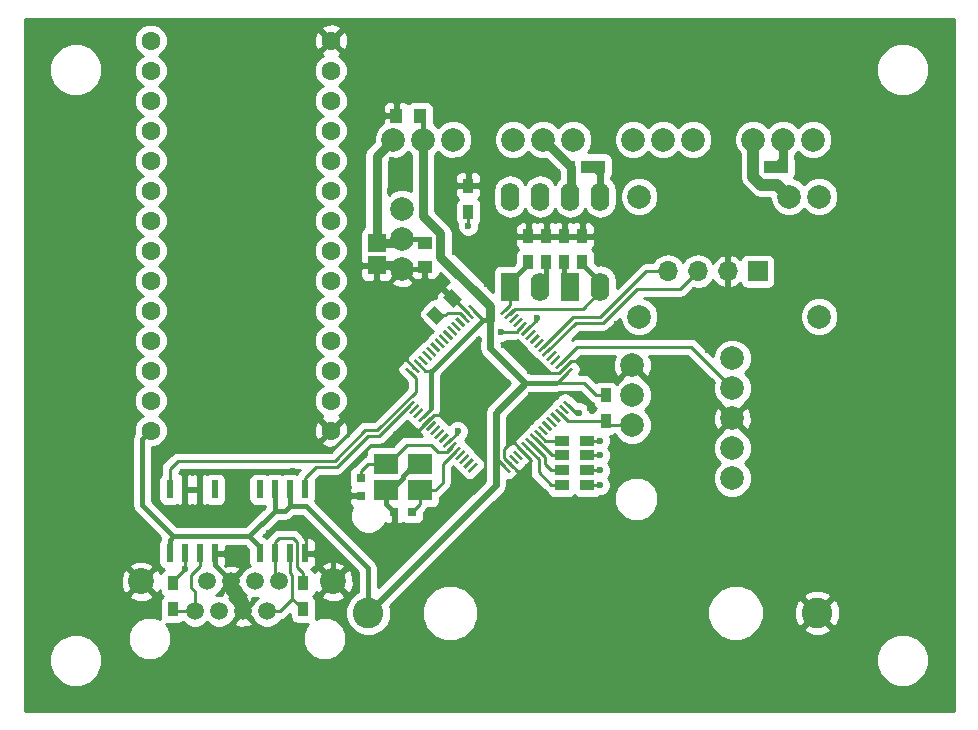
<source format=gbl>
G04 #@! TF.FileFunction,Copper,L2,Bot,Signal*
%FSLAX46Y46*%
G04 Gerber Fmt 4.6, Leading zero omitted, Abs format (unit mm)*
G04 Created by KiCad (PCBNEW 4.0.6) date 03/12/17 16:17:21*
%MOMM*%
%LPD*%
G01*
G04 APERTURE LIST*
%ADD10C,0.100000*%
%ADD11R,0.900000X1.200000*%
%ADD12C,2.600000*%
%ADD13R,0.750000X0.800000*%
%ADD14R,0.800000X0.750000*%
%ADD15R,0.800000X1.100000*%
%ADD16R,2.000000X1.100000*%
%ADD17C,2.200000*%
%ADD18C,1.500000*%
%ADD19R,1.524000X1.524000*%
%ADD20C,2.000000*%
%ADD21R,1.700000X1.700000*%
%ADD22O,1.700000X1.700000*%
%ADD23R,1.200000X0.900000*%
%ADD24C,1.600000*%
%ADD25R,1.600000X2.400000*%
%ADD26O,1.600000X2.400000*%
%ADD27R,0.600000X1.550000*%
%ADD28R,2.100000X1.800000*%
%ADD29R,1.250000X1.000000*%
%ADD30R,1.000000X1.250000*%
%ADD31C,0.600000*%
%ADD32C,0.400000*%
%ADD33C,0.250000*%
%ADD34C,0.600000*%
%ADD35C,0.800000*%
%ADD36C,1.000000*%
%ADD37C,0.254000*%
G04 APERTURE END LIST*
D10*
D11*
X106350000Y-71293000D03*
X106350000Y-69093000D03*
D12*
X89763000Y-100990500D03*
X127763000Y-100990500D03*
D10*
G36*
X95571281Y-76585102D02*
X94687398Y-75701219D01*
X95394505Y-74994112D01*
X96278388Y-75877995D01*
X95571281Y-76585102D01*
X95571281Y-76585102D01*
G37*
G36*
X96985495Y-75170888D02*
X96101612Y-74287005D01*
X96808719Y-73579898D01*
X97692602Y-74463781D01*
X96985495Y-75170888D01*
X96985495Y-75170888D01*
G37*
D13*
X89141500Y-89572500D03*
X89141500Y-91072500D03*
D14*
X93447500Y-92481500D03*
X91947500Y-92481500D03*
D15*
X106924000Y-63208000D03*
D16*
X108824000Y-63208000D03*
D15*
X122418000Y-63208000D03*
D16*
X124318000Y-63208000D03*
D17*
X70537000Y-98323500D03*
X86787000Y-98323500D03*
D18*
X76112000Y-98323500D03*
X77132000Y-100863500D03*
X75092000Y-100863500D03*
X78152000Y-98323500D03*
X79172000Y-100863500D03*
X80192000Y-98323500D03*
X81212000Y-100863500D03*
X82232000Y-98323500D03*
D19*
X90475000Y-69685000D03*
X90475000Y-71564600D03*
D20*
X91872000Y-60922000D03*
X94412000Y-60922000D03*
X96952000Y-60922000D03*
X92634000Y-71844000D03*
X92634000Y-69304000D03*
X92634000Y-66764000D03*
X120586500Y-89598500D03*
X120586500Y-87058500D03*
X120586500Y-84518500D03*
X120586500Y-81978500D03*
X120586500Y-79438500D03*
D21*
X122745500Y-72072500D03*
D22*
X120205500Y-72072500D03*
X117665500Y-72072500D03*
X115125500Y-72072500D03*
D20*
X112128500Y-85115500D03*
X112128500Y-82575500D03*
X112128500Y-80035500D03*
X102032000Y-60922000D03*
X104572000Y-60922000D03*
X107112000Y-60922000D03*
X112192000Y-60922000D03*
X114732000Y-60922000D03*
X117272000Y-60922000D03*
X122352000Y-60922000D03*
X124892000Y-60922000D03*
X127432000Y-60922000D03*
D11*
X109855000Y-82572501D03*
X109855000Y-84772501D03*
X98222000Y-67038500D03*
X98222000Y-64838500D03*
D23*
X106126783Y-86412350D03*
X108326783Y-86412350D03*
X106126783Y-87669586D03*
X108326783Y-87669586D03*
X106126783Y-88926822D03*
X108326783Y-88926822D03*
X106126783Y-90184058D03*
X108326783Y-90184058D03*
D11*
X107874000Y-71293000D03*
X107874000Y-69093000D03*
X103302000Y-71293000D03*
X103302000Y-69093000D03*
X104826000Y-71293000D03*
X104826000Y-69093000D03*
X73203000Y-100693500D03*
X73203000Y-98493500D03*
X84252000Y-98493500D03*
X84252000Y-100693500D03*
D10*
G36*
X98355977Y-89128101D02*
X98179200Y-88951324D01*
X98886307Y-88244217D01*
X99063084Y-88420994D01*
X98355977Y-89128101D01*
X98355977Y-89128101D01*
G37*
G36*
X98002423Y-88774548D02*
X97825646Y-88597771D01*
X98532753Y-87890664D01*
X98709530Y-88067441D01*
X98002423Y-88774548D01*
X98002423Y-88774548D01*
G37*
G36*
X97648870Y-88420994D02*
X97472093Y-88244217D01*
X98179200Y-87537110D01*
X98355977Y-87713887D01*
X97648870Y-88420994D01*
X97648870Y-88420994D01*
G37*
G36*
X97295317Y-88067441D02*
X97118540Y-87890664D01*
X97825647Y-87183557D01*
X98002424Y-87360334D01*
X97295317Y-88067441D01*
X97295317Y-88067441D01*
G37*
G36*
X96941763Y-87713888D02*
X96764986Y-87537111D01*
X97472093Y-86830004D01*
X97648870Y-87006781D01*
X96941763Y-87713888D01*
X96941763Y-87713888D01*
G37*
G36*
X96588210Y-87360334D02*
X96411433Y-87183557D01*
X97118540Y-86476450D01*
X97295317Y-86653227D01*
X96588210Y-87360334D01*
X96588210Y-87360334D01*
G37*
G36*
X96234656Y-87006781D02*
X96057879Y-86830004D01*
X96764986Y-86122897D01*
X96941763Y-86299674D01*
X96234656Y-87006781D01*
X96234656Y-87006781D01*
G37*
G36*
X95881103Y-86653227D02*
X95704326Y-86476450D01*
X96411433Y-85769343D01*
X96588210Y-85946120D01*
X95881103Y-86653227D01*
X95881103Y-86653227D01*
G37*
G36*
X95527550Y-86299674D02*
X95350773Y-86122897D01*
X96057880Y-85415790D01*
X96234657Y-85592567D01*
X95527550Y-86299674D01*
X95527550Y-86299674D01*
G37*
G36*
X95173996Y-85946121D02*
X94997219Y-85769344D01*
X95704326Y-85062237D01*
X95881103Y-85239014D01*
X95173996Y-85946121D01*
X95173996Y-85946121D01*
G37*
G36*
X94820443Y-85592567D02*
X94643666Y-85415790D01*
X95350773Y-84708683D01*
X95527550Y-84885460D01*
X94820443Y-85592567D01*
X94820443Y-85592567D01*
G37*
G36*
X94466889Y-85239014D02*
X94290112Y-85062237D01*
X94997219Y-84355130D01*
X95173996Y-84531907D01*
X94466889Y-85239014D01*
X94466889Y-85239014D01*
G37*
G36*
X94113336Y-84885460D02*
X93936559Y-84708683D01*
X94643666Y-84001576D01*
X94820443Y-84178353D01*
X94113336Y-84885460D01*
X94113336Y-84885460D01*
G37*
G36*
X93759783Y-84531907D02*
X93583006Y-84355130D01*
X94290113Y-83648023D01*
X94466890Y-83824800D01*
X93759783Y-84531907D01*
X93759783Y-84531907D01*
G37*
G36*
X93406229Y-84178354D02*
X93229452Y-84001577D01*
X93936559Y-83294470D01*
X94113336Y-83471247D01*
X93406229Y-84178354D01*
X93406229Y-84178354D01*
G37*
G36*
X93052676Y-83824800D02*
X92875899Y-83648023D01*
X93583006Y-82940916D01*
X93759783Y-83117693D01*
X93052676Y-83824800D01*
X93052676Y-83824800D01*
G37*
G36*
X92875899Y-80359977D02*
X93052676Y-80183200D01*
X93759783Y-80890307D01*
X93583006Y-81067084D01*
X92875899Y-80359977D01*
X92875899Y-80359977D01*
G37*
G36*
X93229452Y-80006423D02*
X93406229Y-79829646D01*
X94113336Y-80536753D01*
X93936559Y-80713530D01*
X93229452Y-80006423D01*
X93229452Y-80006423D01*
G37*
G36*
X93583006Y-79652870D02*
X93759783Y-79476093D01*
X94466890Y-80183200D01*
X94290113Y-80359977D01*
X93583006Y-79652870D01*
X93583006Y-79652870D01*
G37*
G36*
X93936559Y-79299317D02*
X94113336Y-79122540D01*
X94820443Y-79829647D01*
X94643666Y-80006424D01*
X93936559Y-79299317D01*
X93936559Y-79299317D01*
G37*
G36*
X94290112Y-78945763D02*
X94466889Y-78768986D01*
X95173996Y-79476093D01*
X94997219Y-79652870D01*
X94290112Y-78945763D01*
X94290112Y-78945763D01*
G37*
G36*
X94643666Y-78592210D02*
X94820443Y-78415433D01*
X95527550Y-79122540D01*
X95350773Y-79299317D01*
X94643666Y-78592210D01*
X94643666Y-78592210D01*
G37*
G36*
X94997219Y-78238656D02*
X95173996Y-78061879D01*
X95881103Y-78768986D01*
X95704326Y-78945763D01*
X94997219Y-78238656D01*
X94997219Y-78238656D01*
G37*
G36*
X95350773Y-77885103D02*
X95527550Y-77708326D01*
X96234657Y-78415433D01*
X96057880Y-78592210D01*
X95350773Y-77885103D01*
X95350773Y-77885103D01*
G37*
G36*
X95704326Y-77531550D02*
X95881103Y-77354773D01*
X96588210Y-78061880D01*
X96411433Y-78238657D01*
X95704326Y-77531550D01*
X95704326Y-77531550D01*
G37*
G36*
X96057879Y-77177996D02*
X96234656Y-77001219D01*
X96941763Y-77708326D01*
X96764986Y-77885103D01*
X96057879Y-77177996D01*
X96057879Y-77177996D01*
G37*
G36*
X96411433Y-76824443D02*
X96588210Y-76647666D01*
X97295317Y-77354773D01*
X97118540Y-77531550D01*
X96411433Y-76824443D01*
X96411433Y-76824443D01*
G37*
G36*
X96764986Y-76470889D02*
X96941763Y-76294112D01*
X97648870Y-77001219D01*
X97472093Y-77177996D01*
X96764986Y-76470889D01*
X96764986Y-76470889D01*
G37*
G36*
X97118540Y-76117336D02*
X97295317Y-75940559D01*
X98002424Y-76647666D01*
X97825647Y-76824443D01*
X97118540Y-76117336D01*
X97118540Y-76117336D01*
G37*
G36*
X97472093Y-75763783D02*
X97648870Y-75587006D01*
X98355977Y-76294113D01*
X98179200Y-76470890D01*
X97472093Y-75763783D01*
X97472093Y-75763783D01*
G37*
G36*
X97825646Y-75410229D02*
X98002423Y-75233452D01*
X98709530Y-75940559D01*
X98532753Y-76117336D01*
X97825646Y-75410229D01*
X97825646Y-75410229D01*
G37*
G36*
X98179200Y-75056676D02*
X98355977Y-74879899D01*
X99063084Y-75587006D01*
X98886307Y-75763783D01*
X98179200Y-75056676D01*
X98179200Y-75056676D01*
G37*
G36*
X101113693Y-75763783D02*
X100936916Y-75587006D01*
X101644023Y-74879899D01*
X101820800Y-75056676D01*
X101113693Y-75763783D01*
X101113693Y-75763783D01*
G37*
G36*
X101467247Y-76117336D02*
X101290470Y-75940559D01*
X101997577Y-75233452D01*
X102174354Y-75410229D01*
X101467247Y-76117336D01*
X101467247Y-76117336D01*
G37*
G36*
X101820800Y-76470890D02*
X101644023Y-76294113D01*
X102351130Y-75587006D01*
X102527907Y-75763783D01*
X101820800Y-76470890D01*
X101820800Y-76470890D01*
G37*
G36*
X102174353Y-76824443D02*
X101997576Y-76647666D01*
X102704683Y-75940559D01*
X102881460Y-76117336D01*
X102174353Y-76824443D01*
X102174353Y-76824443D01*
G37*
G36*
X102527907Y-77177996D02*
X102351130Y-77001219D01*
X103058237Y-76294112D01*
X103235014Y-76470889D01*
X102527907Y-77177996D01*
X102527907Y-77177996D01*
G37*
G36*
X102881460Y-77531550D02*
X102704683Y-77354773D01*
X103411790Y-76647666D01*
X103588567Y-76824443D01*
X102881460Y-77531550D01*
X102881460Y-77531550D01*
G37*
G36*
X103235014Y-77885103D02*
X103058237Y-77708326D01*
X103765344Y-77001219D01*
X103942121Y-77177996D01*
X103235014Y-77885103D01*
X103235014Y-77885103D01*
G37*
G36*
X103588567Y-78238657D02*
X103411790Y-78061880D01*
X104118897Y-77354773D01*
X104295674Y-77531550D01*
X103588567Y-78238657D01*
X103588567Y-78238657D01*
G37*
G36*
X103942120Y-78592210D02*
X103765343Y-78415433D01*
X104472450Y-77708326D01*
X104649227Y-77885103D01*
X103942120Y-78592210D01*
X103942120Y-78592210D01*
G37*
G36*
X104295674Y-78945763D02*
X104118897Y-78768986D01*
X104826004Y-78061879D01*
X105002781Y-78238656D01*
X104295674Y-78945763D01*
X104295674Y-78945763D01*
G37*
G36*
X104649227Y-79299317D02*
X104472450Y-79122540D01*
X105179557Y-78415433D01*
X105356334Y-78592210D01*
X104649227Y-79299317D01*
X104649227Y-79299317D01*
G37*
G36*
X105002781Y-79652870D02*
X104826004Y-79476093D01*
X105533111Y-78768986D01*
X105709888Y-78945763D01*
X105002781Y-79652870D01*
X105002781Y-79652870D01*
G37*
G36*
X105356334Y-80006424D02*
X105179557Y-79829647D01*
X105886664Y-79122540D01*
X106063441Y-79299317D01*
X105356334Y-80006424D01*
X105356334Y-80006424D01*
G37*
G36*
X105709887Y-80359977D02*
X105533110Y-80183200D01*
X106240217Y-79476093D01*
X106416994Y-79652870D01*
X105709887Y-80359977D01*
X105709887Y-80359977D01*
G37*
G36*
X106063441Y-80713530D02*
X105886664Y-80536753D01*
X106593771Y-79829646D01*
X106770548Y-80006423D01*
X106063441Y-80713530D01*
X106063441Y-80713530D01*
G37*
G36*
X106416994Y-81067084D02*
X106240217Y-80890307D01*
X106947324Y-80183200D01*
X107124101Y-80359977D01*
X106416994Y-81067084D01*
X106416994Y-81067084D01*
G37*
G36*
X106240217Y-83117693D02*
X106416994Y-82940916D01*
X107124101Y-83648023D01*
X106947324Y-83824800D01*
X106240217Y-83117693D01*
X106240217Y-83117693D01*
G37*
G36*
X105886664Y-83471247D02*
X106063441Y-83294470D01*
X106770548Y-84001577D01*
X106593771Y-84178354D01*
X105886664Y-83471247D01*
X105886664Y-83471247D01*
G37*
G36*
X105533110Y-83824800D02*
X105709887Y-83648023D01*
X106416994Y-84355130D01*
X106240217Y-84531907D01*
X105533110Y-83824800D01*
X105533110Y-83824800D01*
G37*
G36*
X105179557Y-84178353D02*
X105356334Y-84001576D01*
X106063441Y-84708683D01*
X105886664Y-84885460D01*
X105179557Y-84178353D01*
X105179557Y-84178353D01*
G37*
G36*
X104826004Y-84531907D02*
X105002781Y-84355130D01*
X105709888Y-85062237D01*
X105533111Y-85239014D01*
X104826004Y-84531907D01*
X104826004Y-84531907D01*
G37*
G36*
X104472450Y-84885460D02*
X104649227Y-84708683D01*
X105356334Y-85415790D01*
X105179557Y-85592567D01*
X104472450Y-84885460D01*
X104472450Y-84885460D01*
G37*
G36*
X104118897Y-85239014D02*
X104295674Y-85062237D01*
X105002781Y-85769344D01*
X104826004Y-85946121D01*
X104118897Y-85239014D01*
X104118897Y-85239014D01*
G37*
G36*
X103765343Y-85592567D02*
X103942120Y-85415790D01*
X104649227Y-86122897D01*
X104472450Y-86299674D01*
X103765343Y-85592567D01*
X103765343Y-85592567D01*
G37*
G36*
X103411790Y-85946120D02*
X103588567Y-85769343D01*
X104295674Y-86476450D01*
X104118897Y-86653227D01*
X103411790Y-85946120D01*
X103411790Y-85946120D01*
G37*
G36*
X103058237Y-86299674D02*
X103235014Y-86122897D01*
X103942121Y-86830004D01*
X103765344Y-87006781D01*
X103058237Y-86299674D01*
X103058237Y-86299674D01*
G37*
G36*
X102704683Y-86653227D02*
X102881460Y-86476450D01*
X103588567Y-87183557D01*
X103411790Y-87360334D01*
X102704683Y-86653227D01*
X102704683Y-86653227D01*
G37*
G36*
X102351130Y-87006781D02*
X102527907Y-86830004D01*
X103235014Y-87537111D01*
X103058237Y-87713888D01*
X102351130Y-87006781D01*
X102351130Y-87006781D01*
G37*
G36*
X101997576Y-87360334D02*
X102174353Y-87183557D01*
X102881460Y-87890664D01*
X102704683Y-88067441D01*
X101997576Y-87360334D01*
X101997576Y-87360334D01*
G37*
G36*
X101644023Y-87713887D02*
X101820800Y-87537110D01*
X102527907Y-88244217D01*
X102351130Y-88420994D01*
X101644023Y-87713887D01*
X101644023Y-87713887D01*
G37*
G36*
X101290470Y-88067441D02*
X101467247Y-87890664D01*
X102174354Y-88597771D01*
X101997577Y-88774548D01*
X101290470Y-88067441D01*
X101290470Y-88067441D01*
G37*
G36*
X100936916Y-88420994D02*
X101113693Y-88244217D01*
X101820800Y-88951324D01*
X101644023Y-89128101D01*
X100936916Y-88420994D01*
X100936916Y-88420994D01*
G37*
D24*
X86588800Y-83020000D03*
X86588800Y-80480000D03*
X86588800Y-77940000D03*
X86588800Y-75400000D03*
X86588800Y-72860000D03*
X86588800Y-70320000D03*
X86588800Y-65240000D03*
X86588800Y-67780000D03*
X86588800Y-62700000D03*
X86588800Y-60160000D03*
X86588800Y-57620000D03*
X86588800Y-55080000D03*
X86588800Y-85560000D03*
X86588800Y-52540000D03*
X71348800Y-60160000D03*
X71348800Y-57620000D03*
X71348800Y-55080000D03*
X71348800Y-62700000D03*
X71348800Y-52540000D03*
X71348800Y-65240000D03*
X71348800Y-67780000D03*
X71348800Y-85560000D03*
X71348800Y-80480000D03*
X71348800Y-75400000D03*
X71348800Y-83020000D03*
X71348800Y-70320000D03*
X71348800Y-72860000D03*
X71348800Y-77940000D03*
D25*
X106858000Y-73368000D03*
D26*
X109398000Y-65748000D03*
X109398000Y-73368000D03*
X106858000Y-65748000D03*
D25*
X101778000Y-73368000D03*
D26*
X104318000Y-65748000D03*
X104318000Y-73368000D03*
X101778000Y-65748000D03*
D27*
X72949000Y-90543500D03*
X74219000Y-90543500D03*
X75489000Y-90543500D03*
X76759000Y-90543500D03*
X76759000Y-95943500D03*
X75489000Y-95943500D03*
X74219000Y-95943500D03*
X72949000Y-95943500D03*
D20*
X127940000Y-75908000D03*
X127940000Y-65748000D03*
X125400000Y-65748000D03*
X112700000Y-65748000D03*
X112700000Y-75908000D03*
D27*
X80569000Y-90543500D03*
X81839000Y-90543500D03*
X83109000Y-90543500D03*
X84379000Y-90543500D03*
X84379000Y-95943500D03*
X83109000Y-95943500D03*
X81839000Y-95943500D03*
X80569000Y-95943500D03*
D28*
X91247500Y-88397000D03*
X94147500Y-88397000D03*
X94147500Y-90597000D03*
X91247500Y-90597000D03*
D29*
X94539000Y-71701000D03*
X94539000Y-69701000D03*
D30*
X94142000Y-58890000D03*
X92142000Y-58890000D03*
D31*
X123774400Y-59296400D03*
X118948400Y-88049200D03*
X79273600Y-95567600D03*
X71907600Y-94602400D03*
X73787200Y-93484800D03*
X88112800Y-63868400D03*
X88112800Y-61480804D03*
X92786400Y-81648400D03*
X100000000Y-50965200D03*
X96037600Y-50965200D03*
X91059200Y-50965200D03*
X71044000Y-50952500D03*
X86030000Y-50965200D03*
X81051600Y-50965200D03*
X76022400Y-50965200D03*
X61011000Y-50952502D03*
X100012500Y-109055000D03*
X96126500Y-109055000D03*
X91110000Y-109055000D03*
X86093500Y-109055000D03*
X81077000Y-109055000D03*
X76124000Y-109055002D03*
X71107500Y-109055000D03*
X60947500Y-55969000D03*
X60947500Y-60985500D03*
X60947500Y-66065500D03*
X60947500Y-71018500D03*
X60947500Y-76035002D03*
X60947500Y-80988000D03*
X60947500Y-86068000D03*
X60947500Y-91020998D03*
X60947500Y-95974000D03*
X60947500Y-101117500D03*
X60947502Y-106007000D03*
X60947500Y-109055000D03*
X66091000Y-109055000D03*
X104000500Y-109055000D03*
X109017000Y-109055000D03*
X114033500Y-109055000D03*
X119050000Y-109055000D03*
X124003000Y-109055000D03*
X129019500Y-109055000D03*
X133972500Y-109055000D03*
X139052500Y-109055000D03*
X139052500Y-106007000D03*
X139052500Y-100990500D03*
X139052500Y-95974000D03*
X139052500Y-90957500D03*
X139052500Y-86004500D03*
X139052500Y-80988000D03*
X139052500Y-75971500D03*
X139052500Y-70955000D03*
X139052500Y-66002000D03*
X139052500Y-60985500D03*
X139052500Y-55969000D03*
X134036000Y-50952500D03*
X129019500Y-50952500D03*
X124003000Y-50952500D03*
X119050000Y-50952500D03*
X114033500Y-50952500D03*
X109017000Y-50952500D03*
X104000500Y-50952500D03*
X139052500Y-50952500D03*
X66027500Y-50952500D03*
X126035000Y-68097500D03*
X126479500Y-63208000D03*
X113589000Y-63970000D03*
X119812000Y-60096500D03*
X110858500Y-76543000D03*
X97396500Y-62636500D03*
X74092000Y-89052500D03*
X83426500Y-88989000D03*
X81394500Y-94259500D03*
X85649000Y-91529000D03*
X90919500Y-98133000D03*
X97015500Y-88989000D03*
X99555500Y-89687500D03*
X98539500Y-69304000D03*
X118542000Y-78702000D03*
X113716000Y-86068000D03*
X110541000Y-87528500D03*
X103302000Y-88671500D03*
X108572500Y-83655000D03*
X96253500Y-84226500D03*
X99111000Y-77876500D03*
X101524000Y-81559500D03*
X98285500Y-86322000D03*
X101651000Y-86576000D03*
X103556000Y-82575500D03*
X103429000Y-80480000D03*
X101270000Y-78321000D03*
X99492000Y-80480000D03*
X93904000Y-85814000D03*
X94856500Y-77051000D03*
X99809500Y-73177500D03*
X97079000Y-70447000D03*
X95745500Y-63525502D03*
X91618000Y-65240000D03*
X91745000Y-62636500D03*
X95745500Y-66827500D03*
X98222000Y-68224500D03*
X109382045Y-86412350D03*
X109382045Y-87669586D03*
X109382045Y-88926822D03*
X109382045Y-90184058D03*
X74219000Y-97307500D03*
X107620000Y-84036000D03*
X97333000Y-85623500D03*
X101015998Y-77178000D03*
X104064000Y-76035000D03*
D32*
X73266500Y-94513500D02*
X70637600Y-91884600D01*
X70637600Y-91884600D02*
X70637600Y-86271200D01*
X70637600Y-86271200D02*
X71348800Y-85560000D01*
X94412000Y-60922000D02*
X94412000Y-59160000D01*
X94412000Y-59160000D02*
X94142000Y-58890000D01*
D33*
X101378858Y-88686159D02*
X100571500Y-87878801D01*
D34*
X100571500Y-90182000D02*
X89763000Y-100990500D01*
X100571500Y-87878801D02*
X100571500Y-90182000D01*
X100571500Y-84036000D02*
X100571500Y-87878801D01*
X103048000Y-81559500D02*
X100571500Y-84036000D01*
X100063500Y-76162000D02*
X100063500Y-78575000D01*
X100063500Y-78575000D02*
X103048000Y-81559500D01*
D32*
X72949000Y-95943500D02*
X72949000Y-94831000D01*
X72949000Y-94831000D02*
X73266500Y-94513500D01*
X73266500Y-94513500D02*
X73838000Y-94513500D01*
X84506000Y-91973500D02*
X89763000Y-97230500D01*
X89763000Y-97230500D02*
X89763000Y-100990500D01*
X83109000Y-91973500D02*
X84506000Y-91973500D01*
D33*
X109855000Y-82572501D02*
X109077501Y-82572501D01*
X109077501Y-82572501D02*
X108001000Y-81496000D01*
X108001000Y-81496000D02*
X105811301Y-81496000D01*
X105811301Y-81496000D02*
X105747801Y-81559500D01*
X94378501Y-84443518D02*
X95110500Y-83711519D01*
X95110500Y-83711519D02*
X95110500Y-83655000D01*
D32*
X95110500Y-80480000D02*
X95110500Y-83655000D01*
D33*
X106682159Y-80625142D02*
X105747801Y-81559500D01*
X105747801Y-81559500D02*
X105651500Y-81559500D01*
D32*
X103048000Y-81559500D02*
X105651500Y-81559500D01*
X99461301Y-76162000D02*
X100063500Y-76162000D01*
X95110500Y-80480000D02*
X95143301Y-80480000D01*
X95143301Y-80480000D02*
X99461301Y-76162000D01*
D33*
X94586913Y-80480000D02*
X95110500Y-80480000D01*
X94024948Y-79918035D02*
X94586913Y-80480000D01*
X99461301Y-76162000D02*
X98621142Y-75321841D01*
D35*
X94412000Y-60922000D02*
X94412000Y-67399000D01*
X94412000Y-67399000D02*
X95872500Y-68859500D01*
X95872500Y-68859500D02*
X95872500Y-70828000D01*
X95872500Y-70828000D02*
X100063500Y-75019000D01*
X100063500Y-75019000D02*
X100063500Y-76162000D01*
D32*
X82728000Y-92354500D02*
X83109000Y-91973500D01*
X83109000Y-91973500D02*
X83109000Y-90543500D01*
X81839000Y-92354500D02*
X82728000Y-92354500D01*
X81839000Y-91718500D02*
X81839000Y-92354500D01*
X81839000Y-92354500D02*
X79680000Y-94513500D01*
X81839000Y-90543500D02*
X81839000Y-91718500D01*
X73838000Y-94513500D02*
X79680000Y-94513500D01*
X79680000Y-94513500D02*
X80569000Y-95402500D01*
X80569000Y-95402500D02*
X80569000Y-95943500D01*
D33*
X119812000Y-60096500D02*
X120612100Y-59296400D01*
X120612100Y-59296400D02*
X123774400Y-59296400D01*
D36*
X78664000Y-99593500D02*
X79172000Y-100101500D01*
X78152000Y-99081500D02*
X78664000Y-99593500D01*
D32*
X74244400Y-91656000D02*
X74244400Y-93027600D01*
X74244400Y-93027600D02*
X73787200Y-93484800D01*
X74219000Y-91630600D02*
X74244400Y-91656000D01*
X74219000Y-90543500D02*
X74219000Y-91630600D01*
D33*
X92786400Y-81648400D02*
X92278400Y-81648400D01*
X92278400Y-81648400D02*
X86792000Y-87134800D01*
X86792000Y-87134800D02*
X85572800Y-87134800D01*
X85572800Y-87134800D02*
X85572800Y-86576000D01*
X85572800Y-86576000D02*
X86588800Y-85560000D01*
X88112800Y-61480804D02*
X88112800Y-63868400D01*
X100000000Y-50965200D02*
X100299999Y-51265199D01*
X100299999Y-51265199D02*
X103687801Y-51265199D01*
X103687801Y-51265199D02*
X103700501Y-51252499D01*
X103700501Y-51252499D02*
X104000500Y-50952500D01*
X91059200Y-50965200D02*
X96037600Y-50965200D01*
X81051600Y-50965200D02*
X86030000Y-50965200D01*
X66027500Y-50952500D02*
X76009700Y-50952500D01*
X76009700Y-50952500D02*
X76022400Y-50965200D01*
X61074502Y-50889000D02*
X61011000Y-50952502D01*
D32*
X92634000Y-71844000D02*
X94396000Y-71844000D01*
X94396000Y-71844000D02*
X94539000Y-71701000D01*
D33*
X128765500Y-58318500D02*
X128765500Y-57810500D01*
X128765500Y-57810500D02*
X135623500Y-50952500D01*
X135623500Y-50952500D02*
X139052500Y-50952500D01*
X91110000Y-109055000D02*
X96126500Y-109055000D01*
X81077000Y-109055000D02*
X86093500Y-109055000D01*
X76123998Y-109055000D02*
X76124000Y-109055002D01*
X71107500Y-109055000D02*
X76123998Y-109055000D01*
X60947500Y-60561236D02*
X60947500Y-55969000D01*
X60947500Y-60985500D02*
X60947500Y-60561236D01*
X60947500Y-71018500D02*
X60947500Y-66065500D01*
X60947500Y-80988000D02*
X60947500Y-76035002D01*
X60947500Y-91020998D02*
X60947500Y-86068000D01*
X60947500Y-86068000D02*
X61011000Y-86004500D01*
X60947500Y-101117500D02*
X60947500Y-95974000D01*
X60947502Y-101117502D02*
X60947500Y-101117500D01*
X60947502Y-106007000D02*
X60947502Y-101117502D01*
X66091000Y-109055000D02*
X60947500Y-109055000D01*
X109017000Y-109055000D02*
X104000500Y-109055000D01*
X119050000Y-109055000D02*
X114033500Y-109055000D01*
X129019500Y-109055000D02*
X124003000Y-109055000D01*
X139052500Y-109055000D02*
X133972500Y-109055000D01*
X139052500Y-95974000D02*
X139052500Y-100990500D01*
X139052500Y-86004500D02*
X139052500Y-90957500D01*
X139052500Y-75971500D02*
X139052500Y-80988000D01*
X139052500Y-66002000D02*
X139052500Y-70955000D01*
X139052500Y-55969000D02*
X139052500Y-60985500D01*
X134036000Y-50952500D02*
X129019500Y-50952500D01*
X124003000Y-50952500D02*
X119050000Y-50952500D01*
X114033500Y-50952500D02*
X109017000Y-50952500D01*
X130162500Y-61303000D02*
X128257500Y-63208000D01*
X128257500Y-63208000D02*
X126479500Y-63208000D01*
X130162500Y-59715500D02*
X130162500Y-61303000D01*
X128765500Y-58318500D02*
X130162500Y-59715500D01*
X126789502Y-58318500D02*
X128765500Y-58318500D01*
X121590000Y-58318500D02*
X126789502Y-58318500D01*
X119812000Y-60096500D02*
X121590000Y-58318500D01*
X119812000Y-61874500D02*
X117716500Y-63970000D01*
X117716500Y-63970000D02*
X113589000Y-63970000D01*
X119812000Y-60096500D02*
X119812000Y-61874500D01*
X120205500Y-72072500D02*
X120193000Y-72085000D01*
X120193000Y-72085000D02*
X120193000Y-74892000D01*
X120193000Y-74892000D02*
X117462500Y-77622500D01*
X117462500Y-77622500D02*
X111938000Y-77622500D01*
X111938000Y-77622500D02*
X110858500Y-76543000D01*
X95745500Y-63525502D02*
X96507498Y-63525502D01*
X96507498Y-63525502D02*
X97396500Y-62636500D01*
X83426500Y-88989000D02*
X74155500Y-88989000D01*
X74155500Y-88989000D02*
X74092000Y-89052500D01*
X99555500Y-89687500D02*
X91110000Y-98133000D01*
X91110000Y-98133000D02*
X90919500Y-98133000D01*
X99682500Y-87719000D02*
X99682500Y-89560500D01*
X99682500Y-89560500D02*
X99555500Y-89687500D01*
X98285500Y-86322000D02*
X99682500Y-87719000D01*
X97079000Y-70447000D02*
X97396500Y-70447000D01*
X97396500Y-70447000D02*
X98539500Y-69304000D01*
X110541000Y-87528500D02*
X112255500Y-87528500D01*
X112255500Y-87528500D02*
X113716000Y-86068000D01*
X106328606Y-80271588D02*
X106945694Y-79654500D01*
X106945694Y-79654500D02*
X107302500Y-79654500D01*
X103327500Y-88392000D02*
X102933500Y-88786000D01*
X103556000Y-88163500D02*
X103327500Y-88392000D01*
X103327500Y-88392000D02*
X103327500Y-88646000D01*
X103327500Y-88646000D02*
X103302000Y-88671500D01*
D36*
X78152000Y-98323500D02*
X78152000Y-99081500D01*
X79172000Y-100101500D02*
X79172000Y-100863500D01*
D32*
X76759000Y-95943500D02*
X76759000Y-96930500D01*
X76759000Y-96930500D02*
X78152000Y-98323500D01*
X84379000Y-95943500D02*
X86190000Y-95943500D01*
X86190000Y-95943500D02*
X86787000Y-96540500D01*
X86787000Y-96540500D02*
X86787000Y-98323500D01*
D33*
X105969000Y-82321500D02*
X107239000Y-82321500D01*
X107239000Y-82321500D02*
X108572500Y-83655000D01*
X105715000Y-82575500D02*
X105969000Y-82321500D01*
X105461000Y-82575500D02*
X105715000Y-82575500D01*
X103556000Y-82575500D02*
X105461000Y-82575500D01*
X99492000Y-80480000D02*
X99492000Y-80988000D01*
X99492000Y-80988000D02*
X96253500Y-84226500D01*
X99174500Y-85433000D02*
X99174500Y-83909000D01*
X99174500Y-83909000D02*
X101524000Y-81559500D01*
X98285500Y-86322000D02*
X99174500Y-85433000D01*
X103556000Y-82575500D02*
X101651000Y-84480500D01*
X101651000Y-84480500D02*
X101651000Y-86576000D01*
X101270000Y-78321000D02*
X103429000Y-80480000D01*
X101732412Y-88332606D02*
X101270000Y-87870194D01*
X101270000Y-87870194D02*
X101270000Y-87147500D01*
X101270000Y-87147500D02*
X101778000Y-86639500D01*
X101778000Y-86639500D02*
X102160626Y-86639500D01*
X102160626Y-86639500D02*
X102793072Y-87271946D01*
X102793072Y-87271946D02*
X103556000Y-88034874D01*
X103556000Y-88034874D02*
X103556000Y-88163500D01*
X93969126Y-85560000D02*
X93969126Y-85748874D01*
X93969126Y-85748874D02*
X93904000Y-85814000D01*
D32*
X91247500Y-90597000D02*
X91247500Y-91781500D01*
X91247500Y-91781500D02*
X91947500Y-92481500D01*
X94147500Y-88397000D02*
X93677498Y-88397000D01*
X93677498Y-88397000D02*
X92697501Y-89376997D01*
X92697501Y-89376997D02*
X92697501Y-89617001D01*
X92697501Y-89617001D02*
X91717502Y-90597000D01*
X91717502Y-90597000D02*
X91247500Y-90597000D01*
D33*
X93015000Y-79337000D02*
X93015000Y-78892500D01*
X93015000Y-78892500D02*
X94856500Y-77051000D01*
X104978351Y-80695851D02*
X104826000Y-80543500D01*
X106328606Y-80271588D02*
X105904343Y-80695851D01*
X105904343Y-80695851D02*
X104978351Y-80695851D01*
X95302626Y-84226500D02*
X95745500Y-84226500D01*
X94732054Y-84797072D02*
X95302626Y-84226500D01*
X102933500Y-88786000D02*
X102730500Y-88989000D01*
X102933500Y-88786000D02*
X102933500Y-88811000D01*
X98222000Y-64838500D02*
X97036000Y-64838500D01*
X97036000Y-64838500D02*
X95745500Y-66129000D01*
X95745500Y-66129000D02*
X95745500Y-66827500D01*
X96761500Y-67843500D02*
X97079000Y-68161000D01*
X97079000Y-68161000D02*
X97079000Y-70447000D01*
X95745500Y-66827500D02*
X96761500Y-67843500D01*
X91745000Y-62636500D02*
X91745000Y-65113000D01*
X91745000Y-65113000D02*
X91618000Y-65240000D01*
X96897107Y-74375393D02*
X96967587Y-74375393D01*
X96967587Y-74375393D02*
X98267588Y-75675394D01*
X93671394Y-80271588D02*
X93015000Y-79615194D01*
X93015000Y-79615194D02*
X93015000Y-79337000D01*
X102388806Y-88989000D02*
X101732412Y-88332606D01*
X102730500Y-88989000D02*
X102388806Y-88989000D01*
X94732054Y-84797072D02*
X93969126Y-85560000D01*
D35*
X90475000Y-71564600D02*
X92354600Y-71564600D01*
X92354600Y-71564600D02*
X92634000Y-71844000D01*
D32*
X92634000Y-69304000D02*
X94142000Y-69304000D01*
X94142000Y-69304000D02*
X94539000Y-69701000D01*
D35*
X90475000Y-69685000D02*
X92253000Y-69685000D01*
X92253000Y-69685000D02*
X92634000Y-69304000D01*
X91872000Y-60922000D02*
X90475000Y-62319000D01*
X90475000Y-62319000D02*
X90475000Y-69685000D01*
D33*
X97914035Y-76028948D02*
X97489772Y-75604685D01*
X97489772Y-75604685D02*
X96474922Y-75604685D01*
X96474922Y-75604685D02*
X96290000Y-75789607D01*
X96290000Y-75789607D02*
X95482893Y-75789607D01*
X91247500Y-88397000D02*
X89733500Y-88397000D01*
X89733500Y-88397000D02*
X89141500Y-88989000D01*
X89141500Y-88989000D02*
X89141500Y-89572500D01*
X96853375Y-86918392D02*
X96429112Y-87342655D01*
X96429112Y-87342655D02*
X95686655Y-87342655D01*
X95686655Y-87342655D02*
X95110500Y-86766500D01*
X95110500Y-86766500D02*
X93028000Y-86766500D01*
X93028000Y-86766500D02*
X91397500Y-88397000D01*
X91397500Y-88397000D02*
X91247500Y-88397000D01*
X94147500Y-90597000D02*
X94147500Y-91781500D01*
X94147500Y-91781500D02*
X93447500Y-92481500D01*
X97206928Y-87271946D02*
X96063000Y-88415874D01*
X96063000Y-88415874D02*
X96063000Y-89981500D01*
X96063000Y-89981500D02*
X95447500Y-90597000D01*
X95447500Y-90597000D02*
X94147500Y-90597000D01*
X98222000Y-68224500D02*
X98222000Y-67038500D01*
X108326783Y-86412350D02*
X109382045Y-86412350D01*
X108326783Y-87669586D02*
X109382045Y-87669586D01*
X109382045Y-88926822D02*
X108326783Y-88926822D01*
X108326783Y-90184058D02*
X109382045Y-90184058D01*
D35*
X106924000Y-63208000D02*
X106924000Y-65682000D01*
X106924000Y-65682000D02*
X106858000Y-65748000D01*
X104572000Y-60922000D02*
X104638000Y-60922000D01*
X104638000Y-60922000D02*
X106924000Y-63208000D01*
D34*
X109398000Y-65748000D02*
X109398000Y-63782000D01*
X109398000Y-63782000D02*
X108824000Y-63208000D01*
D36*
X122352000Y-60922000D02*
X122352000Y-63246000D01*
X122352000Y-63246000D02*
X122352000Y-64052002D01*
D35*
X122418000Y-63208000D02*
X122390000Y-63208000D01*
X122390000Y-63208000D02*
X122352000Y-63246000D01*
D36*
X122352000Y-64052002D02*
X123047999Y-64748001D01*
X123047999Y-64748001D02*
X124400001Y-64748001D01*
X124400001Y-64748001D02*
X125400000Y-65748000D01*
D35*
X122418000Y-60988000D02*
X122352000Y-60922000D01*
X124892000Y-60922000D02*
X124892000Y-62634000D01*
X124892000Y-62634000D02*
X124318000Y-63208000D01*
D33*
X73203000Y-98493500D02*
X73203000Y-98323500D01*
X73203000Y-98323500D02*
X74219000Y-97307500D01*
X74219000Y-95943500D02*
X74219000Y-97307500D01*
X75092000Y-100863500D02*
X73373000Y-100863500D01*
X73373000Y-100863500D02*
X73203000Y-100693500D01*
X75489000Y-95943500D02*
X75489000Y-97053500D01*
X75489000Y-97053500D02*
X74727000Y-97815500D01*
X74727000Y-97815500D02*
X74727000Y-98831500D01*
X74727000Y-98831500D02*
X75092000Y-99196500D01*
X75092000Y-99196500D02*
X75092000Y-100863500D01*
X83307001Y-99829159D02*
X83344659Y-99829159D01*
X83344659Y-99829159D02*
X84209000Y-100693500D01*
X84209000Y-100693500D02*
X84252000Y-100693500D01*
X83109000Y-95943500D02*
X83109000Y-97609498D01*
X83109000Y-97609498D02*
X83307001Y-97807499D01*
X83307001Y-97807499D02*
X83307001Y-99829159D01*
X83307001Y-99829159D02*
X82272660Y-100863500D01*
X82272660Y-100863500D02*
X81212000Y-100863500D01*
X81839000Y-95943500D02*
X81839000Y-95021500D01*
X81839000Y-95021500D02*
X82220000Y-94640500D01*
X82220000Y-94640500D02*
X83363000Y-94640500D01*
X83744000Y-97135500D02*
X84252000Y-97643500D01*
X83363000Y-94640500D02*
X83744000Y-95021500D01*
X83744000Y-95021500D02*
X83744000Y-97135500D01*
X84252000Y-97643500D02*
X84252000Y-98493500D01*
X81839000Y-95943500D02*
X81839000Y-97930500D01*
X81839000Y-97930500D02*
X82232000Y-98323500D01*
X107620000Y-84036000D02*
X107335301Y-84036000D01*
X107335301Y-84036000D02*
X106682159Y-83382858D01*
X105975052Y-79918035D02*
X107445087Y-78448000D01*
X107445087Y-78448000D02*
X117056000Y-78448000D01*
X117056000Y-78448000D02*
X120586500Y-81978500D01*
X96499821Y-86564839D02*
X97333000Y-85731660D01*
X97333000Y-85731660D02*
X97333000Y-85623500D01*
X107355767Y-76416000D02*
X104914392Y-78857375D01*
X117665500Y-72072500D02*
X116179500Y-73558500D01*
X112509500Y-73558500D02*
X109652000Y-76416000D01*
X116179500Y-73558500D02*
X112509500Y-73558500D01*
X109652000Y-76416000D02*
X107355767Y-76416000D01*
X113923419Y-72072500D02*
X115125500Y-72072500D01*
X109402100Y-75965989D02*
X113295589Y-72072500D01*
X104560839Y-78503821D02*
X107098671Y-75965989D01*
X113295589Y-72072500D02*
X113923419Y-72072500D01*
X107098671Y-75965989D02*
X109402100Y-75965989D01*
X105975052Y-84089965D02*
X106657588Y-84772501D01*
X106657588Y-84772501D02*
X109855000Y-84772501D01*
X112128500Y-85115500D02*
X110197999Y-85115500D01*
X110197999Y-85115500D02*
X109855000Y-84772501D01*
X101732412Y-75675394D02*
X102156675Y-75251131D01*
X102156675Y-75251131D02*
X107914869Y-75251131D01*
X107914869Y-75251131D02*
X109398000Y-73768000D01*
X109398000Y-73768000D02*
X109398000Y-73368000D01*
D32*
X109398000Y-73368000D02*
X109398000Y-72944000D01*
X109398000Y-72944000D02*
X107874000Y-71420000D01*
D33*
X101778000Y-73368000D02*
X101778000Y-74922699D01*
X101778000Y-74922699D02*
X101378858Y-75321841D01*
D32*
X101778000Y-73368000D02*
X101778000Y-72944000D01*
X101778000Y-72944000D02*
X103302000Y-71420000D01*
X106350000Y-72860000D02*
X106858000Y-73368000D01*
X106350000Y-71420000D02*
X106350000Y-72860000D01*
X104826000Y-71420000D02*
X104826000Y-72860000D01*
X104826000Y-72860000D02*
X104318000Y-73368000D01*
D33*
X93317841Y-83382858D02*
X90696199Y-86004500D01*
X85331500Y-88608000D02*
X84379000Y-89560500D01*
X90696199Y-86004500D02*
X89713000Y-86004500D01*
X89713000Y-86004500D02*
X87109500Y-88608000D01*
X87109500Y-88608000D02*
X85331500Y-88608000D01*
X84379000Y-89560500D02*
X84379000Y-90543500D01*
X93317841Y-80625142D02*
X93777000Y-81084301D01*
X93777000Y-81084301D02*
X93777000Y-82258000D01*
X93777000Y-82258000D02*
X90538500Y-85496500D01*
X90538500Y-85496500D02*
X89522500Y-85496500D01*
X89522500Y-85496500D02*
X86919000Y-88100000D01*
X86919000Y-88100000D02*
X73647500Y-88100000D01*
X73647500Y-88100000D02*
X72949000Y-88798500D01*
X72949000Y-88798500D02*
X72949000Y-90543500D01*
X72949000Y-90068500D02*
X72949000Y-90543500D01*
X101440262Y-77178000D02*
X101015998Y-77178000D01*
X102351126Y-77178000D02*
X101440262Y-77178000D01*
X102793072Y-76736054D02*
X102351126Y-77178000D01*
X103146625Y-77089608D02*
X104064000Y-76172233D01*
X104064000Y-76172233D02*
X104064000Y-76035000D01*
X104207285Y-85857732D02*
X104761903Y-86412350D01*
X104761903Y-86412350D02*
X106126783Y-86412350D01*
X103853732Y-86211285D02*
X105312033Y-87669586D01*
X105312033Y-87669586D02*
X106126783Y-87669586D01*
X104762500Y-87827160D02*
X104762500Y-88412539D01*
X104762500Y-88412539D02*
X105276783Y-88926822D01*
X105276783Y-88926822D02*
X106126783Y-88926822D01*
X103500179Y-86564839D02*
X104762500Y-87827160D01*
X103146625Y-86918392D02*
X104196510Y-87968277D01*
X104196510Y-87968277D02*
X104196510Y-89103785D01*
X104196510Y-89103785D02*
X105276783Y-90184058D01*
X105276783Y-90184058D02*
X106126783Y-90184058D01*
D37*
G36*
X139315000Y-109315000D02*
X60685000Y-109315000D01*
X60685000Y-105442619D01*
X62764613Y-105442619D01*
X63104155Y-106264372D01*
X63732321Y-106893636D01*
X64553481Y-107234611D01*
X65442619Y-107235387D01*
X66264372Y-106895845D01*
X66893636Y-106267679D01*
X67234611Y-105446519D01*
X67234614Y-105442619D01*
X132764613Y-105442619D01*
X133104155Y-106264372D01*
X133732321Y-106893636D01*
X134553481Y-107234611D01*
X135442619Y-107235387D01*
X136264372Y-106895845D01*
X136893636Y-106267679D01*
X137234611Y-105446519D01*
X137235387Y-104557381D01*
X136895845Y-103735628D01*
X136267679Y-103106364D01*
X135446519Y-102765389D01*
X134557381Y-102764613D01*
X133735628Y-103104155D01*
X133106364Y-103732321D01*
X132765389Y-104553481D01*
X132764613Y-105442619D01*
X67234614Y-105442619D01*
X67235387Y-104557381D01*
X66895845Y-103735628D01*
X66687485Y-103526903D01*
X69426682Y-103526903D01*
X69705455Y-104201586D01*
X70221199Y-104718230D01*
X70895395Y-104998181D01*
X71625403Y-104998818D01*
X72300086Y-104720045D01*
X72816730Y-104204301D01*
X73096681Y-103530105D01*
X73097318Y-102800097D01*
X72818545Y-102125414D01*
X72604340Y-101910836D01*
X72753000Y-101940940D01*
X73653000Y-101940940D01*
X73888317Y-101896662D01*
X74057625Y-101787716D01*
X74306436Y-102036961D01*
X74815298Y-102248259D01*
X75366285Y-102248740D01*
X75875515Y-102038331D01*
X76112071Y-101802187D01*
X76346436Y-102036961D01*
X76855298Y-102248259D01*
X77406285Y-102248740D01*
X77915515Y-102038331D01*
X78119183Y-101835017D01*
X78380088Y-101835017D01*
X78448077Y-102075960D01*
X78967171Y-102260701D01*
X79517448Y-102232730D01*
X79895923Y-102075960D01*
X79963912Y-101835017D01*
X79172000Y-101043105D01*
X78380088Y-101835017D01*
X78119183Y-101835017D01*
X78305461Y-101649064D01*
X78375497Y-101480398D01*
X78992395Y-100863500D01*
X78375801Y-100246906D01*
X78306831Y-100079985D01*
X77948124Y-99720653D01*
X78435423Y-99695883D01*
X78380088Y-99891983D01*
X79172000Y-100683895D01*
X79963912Y-99891983D01*
X79911640Y-99706740D01*
X79915298Y-99708259D01*
X80408430Y-99708689D01*
X80038539Y-100077936D01*
X79968503Y-100246602D01*
X79351605Y-100863500D01*
X79968199Y-101480094D01*
X80037169Y-101647015D01*
X80426436Y-102036961D01*
X80935298Y-102248259D01*
X81486285Y-102248740D01*
X81995515Y-102038331D01*
X82385461Y-101649064D01*
X82407188Y-101596741D01*
X82563499Y-101565648D01*
X82810061Y-101400901D01*
X83154560Y-101056402D01*
X83154560Y-101293500D01*
X83198838Y-101528817D01*
X83337910Y-101744941D01*
X83550110Y-101889931D01*
X83802000Y-101940940D01*
X84689346Y-101940940D01*
X84507270Y-102122699D01*
X84227319Y-102796895D01*
X84226682Y-103526903D01*
X84505455Y-104201586D01*
X85021199Y-104718230D01*
X85695395Y-104998181D01*
X86425403Y-104998818D01*
X87100086Y-104720045D01*
X87616730Y-104204301D01*
X87896681Y-103530105D01*
X87897318Y-102800097D01*
X87618545Y-102125414D01*
X87102801Y-101608770D01*
X86428605Y-101328819D01*
X85698597Y-101328182D01*
X85309893Y-101488791D01*
X85349440Y-101293500D01*
X85349440Y-100093500D01*
X85305162Y-99858183D01*
X85166090Y-99642059D01*
X85096289Y-99594366D01*
X85153441Y-99557590D01*
X85159742Y-99548368D01*
X85741737Y-99548368D01*
X85852641Y-99825599D01*
X86498593Y-100068823D01*
X87188453Y-100046336D01*
X87721359Y-99825599D01*
X87832263Y-99548368D01*
X86787000Y-98503105D01*
X85741737Y-99548368D01*
X85159742Y-99548368D01*
X85298431Y-99345390D01*
X85313814Y-99269425D01*
X85562132Y-99368763D01*
X86607395Y-98323500D01*
X86966605Y-98323500D01*
X88011868Y-99368763D01*
X88289099Y-99257859D01*
X88532323Y-98611907D01*
X88509836Y-97922047D01*
X88289099Y-97389141D01*
X88011868Y-97278237D01*
X86966605Y-98323500D01*
X86607395Y-98323500D01*
X85562132Y-97278237D01*
X85284901Y-97389141D01*
X85228472Y-97539004D01*
X85166090Y-97442059D01*
X84953890Y-97297069D01*
X84945599Y-97295390D01*
X85038699Y-97256827D01*
X85196893Y-97098632D01*
X85741737Y-97098632D01*
X86787000Y-98143895D01*
X87832263Y-97098632D01*
X87721359Y-96821401D01*
X87075407Y-96578177D01*
X86385547Y-96600664D01*
X85852641Y-96821401D01*
X85741737Y-97098632D01*
X85196893Y-97098632D01*
X85217327Y-97078198D01*
X85314000Y-96844809D01*
X85314000Y-96229250D01*
X85155250Y-96070500D01*
X84506000Y-96070500D01*
X84506000Y-96090500D01*
X84504000Y-96090500D01*
X84504000Y-95021500D01*
X84446148Y-94730660D01*
X84420484Y-94692250D01*
X84506000Y-94692250D01*
X84506000Y-95816500D01*
X85155250Y-95816500D01*
X85314000Y-95657750D01*
X85314000Y-95042191D01*
X85217327Y-94808802D01*
X85038699Y-94630173D01*
X84805310Y-94533500D01*
X84664750Y-94533500D01*
X84506000Y-94692250D01*
X84420484Y-94692250D01*
X84281401Y-94484099D01*
X83900401Y-94103099D01*
X83653839Y-93938352D01*
X83363000Y-93880500D01*
X82220000Y-93880500D01*
X81929160Y-93938352D01*
X81682599Y-94103099D01*
X81301599Y-94484099D01*
X81204802Y-94628966D01*
X81204472Y-94629178D01*
X81120890Y-94572069D01*
X80869000Y-94521060D01*
X80868428Y-94521060D01*
X80860868Y-94513500D01*
X82184868Y-93189500D01*
X82728000Y-93189500D01*
X83047541Y-93125939D01*
X83318434Y-92944934D01*
X83454868Y-92808500D01*
X84160132Y-92808500D01*
X88928000Y-97576368D01*
X88928000Y-99241842D01*
X88668342Y-99349130D01*
X88123543Y-99892979D01*
X87828337Y-100603916D01*
X87827665Y-101373707D01*
X88121630Y-102085158D01*
X88665479Y-102629957D01*
X89376416Y-102925163D01*
X90146207Y-102925835D01*
X90857658Y-102631870D01*
X91402457Y-102088021D01*
X91662060Y-101462825D01*
X94277587Y-101462825D01*
X94639916Y-102339729D01*
X95310242Y-103011226D01*
X96186513Y-103375085D01*
X97135325Y-103375913D01*
X98012229Y-103013584D01*
X98683726Y-102343258D01*
X99047585Y-101466987D01*
X99047588Y-101462825D01*
X118477587Y-101462825D01*
X118839916Y-102339729D01*
X119510242Y-103011226D01*
X120386513Y-103375085D01*
X121335325Y-103375913D01*
X122212229Y-103013584D01*
X122866995Y-102359959D01*
X126573146Y-102359959D01*
X126708504Y-102657955D01*
X127426880Y-102934566D01*
X128196427Y-102915210D01*
X128817496Y-102657955D01*
X128952854Y-102359959D01*
X127763000Y-101170105D01*
X126573146Y-102359959D01*
X122866995Y-102359959D01*
X122883726Y-102343258D01*
X123247585Y-101466987D01*
X123248294Y-100654380D01*
X125818934Y-100654380D01*
X125838290Y-101423927D01*
X126095545Y-102044996D01*
X126393541Y-102180354D01*
X127583395Y-100990500D01*
X127942605Y-100990500D01*
X129132459Y-102180354D01*
X129430455Y-102044996D01*
X129707066Y-101326620D01*
X129687710Y-100557073D01*
X129430455Y-99936004D01*
X129132459Y-99800646D01*
X127942605Y-100990500D01*
X127583395Y-100990500D01*
X126393541Y-99800646D01*
X126095545Y-99936004D01*
X125818934Y-100654380D01*
X123248294Y-100654380D01*
X123248413Y-100518175D01*
X122886084Y-99641271D01*
X122865890Y-99621041D01*
X126573146Y-99621041D01*
X127763000Y-100810895D01*
X128952854Y-99621041D01*
X128817496Y-99323045D01*
X128099120Y-99046434D01*
X127329573Y-99065790D01*
X126708504Y-99323045D01*
X126573146Y-99621041D01*
X122865890Y-99621041D01*
X122215758Y-98969774D01*
X121339487Y-98605915D01*
X120390675Y-98605087D01*
X119513771Y-98967416D01*
X118842274Y-99637742D01*
X118478415Y-100514013D01*
X118477587Y-101462825D01*
X99047588Y-101462825D01*
X99048413Y-100518175D01*
X98686084Y-99641271D01*
X98015758Y-98969774D01*
X97139487Y-98605915D01*
X96190675Y-98605087D01*
X95313771Y-98967416D01*
X94642274Y-99637742D01*
X94278415Y-100514013D01*
X94277587Y-101462825D01*
X91662060Y-101462825D01*
X91697663Y-101377084D01*
X91698335Y-100607293D01*
X91631135Y-100444655D01*
X100363985Y-91711805D01*
X110560674Y-91711805D01*
X110847043Y-92404872D01*
X111376839Y-92935593D01*
X112069405Y-93223172D01*
X112819305Y-93223826D01*
X113512372Y-92937457D01*
X114043093Y-92407661D01*
X114330672Y-91715095D01*
X114331326Y-90965195D01*
X114044957Y-90272128D01*
X113515161Y-89741407D01*
X112822595Y-89453828D01*
X112072695Y-89453174D01*
X111379628Y-89739543D01*
X110848907Y-90269339D01*
X110561328Y-90961905D01*
X110560674Y-91711805D01*
X100363985Y-91711805D01*
X101232645Y-90843145D01*
X101435327Y-90539809D01*
X101506500Y-90182000D01*
X101506500Y-89747587D01*
X101635079Y-89775479D01*
X101887650Y-89727955D01*
X102101832Y-89585910D01*
X102278609Y-89409133D01*
X102339289Y-89320325D01*
X102357275Y-89312875D01*
X102378531Y-89291619D01*
X102378531Y-89291620D01*
X102437794Y-89232357D01*
X102378531Y-89291619D01*
X102378531Y-89262893D01*
X102413694Y-89211430D01*
X102449091Y-89048257D01*
X102594757Y-89020848D01*
X102649303Y-89020848D01*
X102691426Y-88978725D01*
X102691425Y-88978725D01*
X102649303Y-89020848D01*
X102594757Y-89020848D01*
X102658272Y-88978725D01*
X102691425Y-88978725D01*
X102712681Y-88957469D01*
X102721149Y-88937025D01*
X102808939Y-88878803D01*
X102985716Y-88702026D01*
X103060107Y-88593152D01*
X103162492Y-88525250D01*
X103339269Y-88348473D01*
X103399949Y-88259665D01*
X103409245Y-88255814D01*
X103436510Y-88283079D01*
X103436510Y-89103785D01*
X103494362Y-89394624D01*
X103659109Y-89641186D01*
X104739382Y-90721459D01*
X104918281Y-90840995D01*
X104923621Y-90869375D01*
X105062693Y-91085499D01*
X105274893Y-91230489D01*
X105526783Y-91281498D01*
X106726783Y-91281498D01*
X106962100Y-91237220D01*
X107178224Y-91098148D01*
X107225917Y-91028347D01*
X107262693Y-91085499D01*
X107474893Y-91230489D01*
X107726783Y-91281498D01*
X108926783Y-91281498D01*
X109162100Y-91237220D01*
X109345777Y-91119027D01*
X109567212Y-91119220D01*
X109910988Y-90977175D01*
X110174237Y-90714385D01*
X110316883Y-90370857D01*
X110317207Y-89998891D01*
X110175162Y-89655115D01*
X110075717Y-89555497D01*
X110174237Y-89457149D01*
X110316883Y-89113621D01*
X110317207Y-88741655D01*
X110175162Y-88397879D01*
X110075717Y-88298261D01*
X110174237Y-88199913D01*
X110316883Y-87856385D01*
X110317207Y-87484419D01*
X110275011Y-87382295D01*
X118951216Y-87382295D01*
X119199606Y-87983443D01*
X119544259Y-88328699D01*
X119201222Y-88671137D01*
X118951784Y-89271852D01*
X118951216Y-89922295D01*
X119199606Y-90523443D01*
X119659137Y-90983778D01*
X120259852Y-91233216D01*
X120910295Y-91233784D01*
X121511443Y-90985394D01*
X121971778Y-90525863D01*
X122221216Y-89925148D01*
X122221784Y-89274705D01*
X121973394Y-88673557D01*
X121628741Y-88328301D01*
X121971778Y-87985863D01*
X122221216Y-87385148D01*
X122221784Y-86734705D01*
X121973394Y-86133557D01*
X121546522Y-85705938D01*
X121559427Y-85671032D01*
X120586500Y-84698105D01*
X119613573Y-85671032D01*
X119626664Y-85706438D01*
X119201222Y-86131137D01*
X118951784Y-86731852D01*
X118951216Y-87382295D01*
X110275011Y-87382295D01*
X110175162Y-87140643D01*
X110075717Y-87041025D01*
X110174237Y-86942677D01*
X110316883Y-86599149D01*
X110317207Y-86227183D01*
X110231577Y-86019941D01*
X110305000Y-86019941D01*
X110540317Y-85975663D01*
X110678183Y-85886949D01*
X110741606Y-86040443D01*
X111201137Y-86500778D01*
X111801852Y-86750216D01*
X112452295Y-86750784D01*
X113053443Y-86502394D01*
X113513778Y-86042863D01*
X113763216Y-85442148D01*
X113763784Y-84791705D01*
X113541593Y-84253961D01*
X118940592Y-84253961D01*
X118964644Y-84903960D01*
X119167113Y-85392764D01*
X119433968Y-85491427D01*
X120406895Y-84518500D01*
X120766105Y-84518500D01*
X121739032Y-85491427D01*
X122005887Y-85392764D01*
X122232408Y-84783039D01*
X122208356Y-84133040D01*
X122005887Y-83644236D01*
X121739032Y-83545573D01*
X120766105Y-84518500D01*
X120406895Y-84518500D01*
X119433968Y-83545573D01*
X119167113Y-83644236D01*
X118940592Y-84253961D01*
X113541593Y-84253961D01*
X113515394Y-84190557D01*
X113170741Y-83845301D01*
X113513778Y-83502863D01*
X113763216Y-82902148D01*
X113763784Y-82251705D01*
X113515394Y-81650557D01*
X113088522Y-81222938D01*
X113101427Y-81188032D01*
X112128500Y-80215105D01*
X111155573Y-81188032D01*
X111168664Y-81223438D01*
X110808762Y-81582712D01*
X110769090Y-81521060D01*
X110556890Y-81376070D01*
X110305000Y-81325061D01*
X109405000Y-81325061D01*
X109169683Y-81369339D01*
X109035491Y-81455689D01*
X108538401Y-80958599D01*
X108291839Y-80793852D01*
X108001000Y-80736000D01*
X107637792Y-80736000D01*
X107716995Y-80620083D01*
X107771479Y-80368921D01*
X107723955Y-80116350D01*
X107581910Y-79902168D01*
X107405133Y-79725391D01*
X107316325Y-79664711D01*
X107312474Y-79655415D01*
X107759889Y-79208000D01*
X110691740Y-79208000D01*
X110482592Y-79770961D01*
X110506644Y-80420960D01*
X110709113Y-80909764D01*
X110975968Y-81008427D01*
X111948895Y-80035500D01*
X111934753Y-80021358D01*
X112114358Y-79841753D01*
X112128500Y-79855895D01*
X112142643Y-79841753D01*
X112322248Y-80021358D01*
X112308105Y-80035500D01*
X113281032Y-81008427D01*
X113547887Y-80909764D01*
X113774408Y-80300039D01*
X113750356Y-79650040D01*
X113567257Y-79208000D01*
X116741198Y-79208000D01*
X119020225Y-81487027D01*
X118951784Y-81651852D01*
X118951216Y-82302295D01*
X119199606Y-82903443D01*
X119626478Y-83331062D01*
X119613573Y-83365968D01*
X120586500Y-84338895D01*
X121559427Y-83365968D01*
X121546336Y-83330562D01*
X121971778Y-82905863D01*
X122221216Y-82305148D01*
X122221784Y-81654705D01*
X121973394Y-81053557D01*
X121628741Y-80708301D01*
X121971778Y-80365863D01*
X122221216Y-79765148D01*
X122221784Y-79114705D01*
X121973394Y-78513557D01*
X121513863Y-78053222D01*
X120913148Y-77803784D01*
X120262705Y-77803216D01*
X119661557Y-78051606D01*
X119201222Y-78511137D01*
X118951784Y-79111852D01*
X118951647Y-79268845D01*
X117593401Y-77910599D01*
X117346839Y-77745852D01*
X117056000Y-77688000D01*
X107445087Y-77688000D01*
X107202501Y-77736254D01*
X107154247Y-77745852D01*
X106992925Y-77853644D01*
X107670569Y-77176000D01*
X109652000Y-77176000D01*
X109942839Y-77118148D01*
X110189401Y-76953401D01*
X111064850Y-76077952D01*
X111064716Y-76231795D01*
X111313106Y-76832943D01*
X111772637Y-77293278D01*
X112373352Y-77542716D01*
X113023795Y-77543284D01*
X113624943Y-77294894D01*
X114085278Y-76835363D01*
X114334716Y-76234648D01*
X114334718Y-76231795D01*
X126304716Y-76231795D01*
X126553106Y-76832943D01*
X127012637Y-77293278D01*
X127613352Y-77542716D01*
X128263795Y-77543284D01*
X128864943Y-77294894D01*
X129325278Y-76835363D01*
X129574716Y-76234648D01*
X129575284Y-75584205D01*
X129326894Y-74983057D01*
X128867363Y-74522722D01*
X128266648Y-74273284D01*
X127616205Y-74272716D01*
X127015057Y-74521106D01*
X126554722Y-74980637D01*
X126305284Y-75581352D01*
X126304716Y-76231795D01*
X114334718Y-76231795D01*
X114335284Y-75584205D01*
X114086894Y-74983057D01*
X113627363Y-74522722D01*
X113135541Y-74318500D01*
X116179500Y-74318500D01*
X116470339Y-74260648D01*
X116716901Y-74095901D01*
X117299092Y-73513710D01*
X117665500Y-73586593D01*
X118233785Y-73473554D01*
X118715554Y-73151647D01*
X118943202Y-72810947D01*
X119010317Y-72953858D01*
X119438576Y-73344145D01*
X119848610Y-73513976D01*
X120078500Y-73392655D01*
X120078500Y-72199500D01*
X120058500Y-72199500D01*
X120058500Y-71945500D01*
X120078500Y-71945500D01*
X120078500Y-70752345D01*
X120332500Y-70752345D01*
X120332500Y-71945500D01*
X120352500Y-71945500D01*
X120352500Y-72199500D01*
X120332500Y-72199500D01*
X120332500Y-73392655D01*
X120562390Y-73513976D01*
X120972424Y-73344145D01*
X121275437Y-73067999D01*
X121292338Y-73157817D01*
X121431410Y-73373941D01*
X121643610Y-73518931D01*
X121895500Y-73569940D01*
X123595500Y-73569940D01*
X123830817Y-73525662D01*
X124046941Y-73386590D01*
X124191931Y-73174390D01*
X124242940Y-72922500D01*
X124242940Y-71222500D01*
X124198662Y-70987183D01*
X124059590Y-70771059D01*
X123847390Y-70626069D01*
X123595500Y-70575060D01*
X121895500Y-70575060D01*
X121660183Y-70619338D01*
X121444059Y-70758410D01*
X121299069Y-70970610D01*
X121277199Y-71078607D01*
X120972424Y-70800855D01*
X120562390Y-70631024D01*
X120332500Y-70752345D01*
X120078500Y-70752345D01*
X119848610Y-70631024D01*
X119438576Y-70800855D01*
X119010317Y-71191142D01*
X118943202Y-71334053D01*
X118715554Y-70993353D01*
X118233785Y-70671446D01*
X117665500Y-70558407D01*
X117097215Y-70671446D01*
X116615446Y-70993353D01*
X116395500Y-71322526D01*
X116175554Y-70993353D01*
X115693785Y-70671446D01*
X115125500Y-70558407D01*
X114557215Y-70671446D01*
X114075446Y-70993353D01*
X113862199Y-71312500D01*
X113295589Y-71312500D01*
X113004750Y-71370352D01*
X112758188Y-71535099D01*
X110833000Y-73460287D01*
X110833000Y-72932050D01*
X110723767Y-72382899D01*
X110412698Y-71917352D01*
X109947151Y-71606283D01*
X109398000Y-71497050D01*
X109176064Y-71541196D01*
X108971440Y-71336572D01*
X108971440Y-70693000D01*
X108927162Y-70457683D01*
X108788090Y-70241559D01*
X108719994Y-70195031D01*
X108862327Y-70052698D01*
X108959000Y-69819309D01*
X108959000Y-69378750D01*
X108800250Y-69220000D01*
X108001000Y-69220000D01*
X108001000Y-69240000D01*
X107747000Y-69240000D01*
X107747000Y-69220000D01*
X106477000Y-69220000D01*
X106477000Y-69240000D01*
X106223000Y-69240000D01*
X106223000Y-69220000D01*
X104953000Y-69220000D01*
X104953000Y-69240000D01*
X104699000Y-69240000D01*
X104699000Y-69220000D01*
X103429000Y-69220000D01*
X103429000Y-69240000D01*
X103175000Y-69240000D01*
X103175000Y-69220000D01*
X102375750Y-69220000D01*
X102217000Y-69378750D01*
X102217000Y-69819309D01*
X102313673Y-70052698D01*
X102454910Y-70193936D01*
X102400559Y-70228910D01*
X102255569Y-70441110D01*
X102204560Y-70693000D01*
X102204560Y-71336572D01*
X102020572Y-71520560D01*
X100978000Y-71520560D01*
X100742683Y-71564838D01*
X100526559Y-71703910D01*
X100381569Y-71916110D01*
X100330560Y-72168000D01*
X100330560Y-73822349D01*
X96907500Y-70399288D01*
X96907500Y-68859505D01*
X96907501Y-68859500D01*
X96828715Y-68463423D01*
X96793887Y-68411299D01*
X96604356Y-68127644D01*
X96604353Y-68127642D01*
X95447000Y-66970288D01*
X95447000Y-66438500D01*
X97124560Y-66438500D01*
X97124560Y-67638500D01*
X97168838Y-67873817D01*
X97287145Y-68057671D01*
X97286838Y-68409667D01*
X97428883Y-68753443D01*
X97691673Y-69016692D01*
X98035201Y-69159338D01*
X98407167Y-69159662D01*
X98750943Y-69017617D01*
X99014192Y-68754827D01*
X99156838Y-68411299D01*
X99156876Y-68366691D01*
X102217000Y-68366691D01*
X102217000Y-68807250D01*
X102375750Y-68966000D01*
X103175000Y-68966000D01*
X103175000Y-68016750D01*
X103429000Y-68016750D01*
X103429000Y-68966000D01*
X104699000Y-68966000D01*
X104699000Y-68016750D01*
X104953000Y-68016750D01*
X104953000Y-68966000D01*
X106223000Y-68966000D01*
X106223000Y-68016750D01*
X106477000Y-68016750D01*
X106477000Y-68966000D01*
X107747000Y-68966000D01*
X107747000Y-68016750D01*
X108001000Y-68016750D01*
X108001000Y-68966000D01*
X108800250Y-68966000D01*
X108959000Y-68807250D01*
X108959000Y-68366691D01*
X108862327Y-68133302D01*
X108683699Y-67954673D01*
X108450310Y-67858000D01*
X108159750Y-67858000D01*
X108001000Y-68016750D01*
X107747000Y-68016750D01*
X107588250Y-67858000D01*
X107297690Y-67858000D01*
X107112000Y-67934915D01*
X106926310Y-67858000D01*
X106635750Y-67858000D01*
X106477000Y-68016750D01*
X106223000Y-68016750D01*
X106064250Y-67858000D01*
X105773690Y-67858000D01*
X105588000Y-67934915D01*
X105402310Y-67858000D01*
X105111750Y-67858000D01*
X104953000Y-68016750D01*
X104699000Y-68016750D01*
X104540250Y-67858000D01*
X104249690Y-67858000D01*
X104064000Y-67934915D01*
X103878310Y-67858000D01*
X103587750Y-67858000D01*
X103429000Y-68016750D01*
X103175000Y-68016750D01*
X103016250Y-67858000D01*
X102725690Y-67858000D01*
X102492301Y-67954673D01*
X102313673Y-68133302D01*
X102217000Y-68366691D01*
X99156876Y-68366691D01*
X99157150Y-68053255D01*
X99268431Y-67890390D01*
X99319440Y-67638500D01*
X99319440Y-66438500D01*
X99275162Y-66203183D01*
X99136090Y-65987059D01*
X99067994Y-65940531D01*
X99210327Y-65798198D01*
X99307000Y-65564809D01*
X99307000Y-65312050D01*
X100343000Y-65312050D01*
X100343000Y-66183950D01*
X100452233Y-66733101D01*
X100763302Y-67198648D01*
X101228849Y-67509717D01*
X101778000Y-67618950D01*
X102327151Y-67509717D01*
X102792698Y-67198648D01*
X103048000Y-66816562D01*
X103303302Y-67198648D01*
X103768849Y-67509717D01*
X104318000Y-67618950D01*
X104867151Y-67509717D01*
X105332698Y-67198648D01*
X105588000Y-66816562D01*
X105843302Y-67198648D01*
X106308849Y-67509717D01*
X106858000Y-67618950D01*
X107407151Y-67509717D01*
X107872698Y-67198648D01*
X108128000Y-66816562D01*
X108383302Y-67198648D01*
X108848849Y-67509717D01*
X109398000Y-67618950D01*
X109947151Y-67509717D01*
X110412698Y-67198648D01*
X110723767Y-66733101D01*
X110833000Y-66183950D01*
X110833000Y-66071795D01*
X111064716Y-66071795D01*
X111313106Y-66672943D01*
X111772637Y-67133278D01*
X112373352Y-67382716D01*
X113023795Y-67383284D01*
X113624943Y-67134894D01*
X114085278Y-66675363D01*
X114334716Y-66074648D01*
X114335284Y-65424205D01*
X114086894Y-64823057D01*
X113627363Y-64362722D01*
X113026648Y-64113284D01*
X112376205Y-64112716D01*
X111775057Y-64361106D01*
X111314722Y-64820637D01*
X111065284Y-65421352D01*
X111064716Y-66071795D01*
X110833000Y-66071795D01*
X110833000Y-65312050D01*
X110723767Y-64762899D01*
X110412698Y-64297352D01*
X110333000Y-64244099D01*
X110333000Y-64137850D01*
X110420431Y-64009890D01*
X110471440Y-63758000D01*
X110471440Y-62658000D01*
X110427162Y-62422683D01*
X110288090Y-62206559D01*
X110075890Y-62061569D01*
X109824000Y-62010560D01*
X108335799Y-62010560D01*
X108497278Y-61849363D01*
X108746716Y-61248648D01*
X108746718Y-61245795D01*
X110556716Y-61245795D01*
X110805106Y-61846943D01*
X111264637Y-62307278D01*
X111865352Y-62556716D01*
X112515795Y-62557284D01*
X113116943Y-62308894D01*
X113462199Y-61964241D01*
X113804637Y-62307278D01*
X114405352Y-62556716D01*
X115055795Y-62557284D01*
X115656943Y-62308894D01*
X116002199Y-61964241D01*
X116344637Y-62307278D01*
X116945352Y-62556716D01*
X117595795Y-62557284D01*
X118196943Y-62308894D01*
X118657278Y-61849363D01*
X118906716Y-61248648D01*
X118906718Y-61245795D01*
X120716716Y-61245795D01*
X120965106Y-61846943D01*
X121217000Y-62099278D01*
X121217000Y-64052002D01*
X121303397Y-64486348D01*
X121409958Y-64645827D01*
X121549434Y-64854568D01*
X122245433Y-65550567D01*
X122613653Y-65796604D01*
X123047999Y-65883001D01*
X123764881Y-65883001D01*
X123764716Y-66071795D01*
X124013106Y-66672943D01*
X124472637Y-67133278D01*
X125073352Y-67382716D01*
X125723795Y-67383284D01*
X126324943Y-67134894D01*
X126670199Y-66790241D01*
X127012637Y-67133278D01*
X127613352Y-67382716D01*
X128263795Y-67383284D01*
X128864943Y-67134894D01*
X129325278Y-66675363D01*
X129574716Y-66074648D01*
X129575284Y-65424205D01*
X129326894Y-64823057D01*
X128867363Y-64362722D01*
X128266648Y-64113284D01*
X127616205Y-64112716D01*
X127015057Y-64361106D01*
X126669801Y-64705759D01*
X126327363Y-64362722D01*
X125817896Y-64151173D01*
X125914431Y-64009890D01*
X125965440Y-63758000D01*
X125965440Y-62658000D01*
X125927000Y-62453709D01*
X125927000Y-62199029D01*
X126162199Y-61964241D01*
X126504637Y-62307278D01*
X127105352Y-62556716D01*
X127755795Y-62557284D01*
X128356943Y-62308894D01*
X128817278Y-61849363D01*
X129066716Y-61248648D01*
X129067284Y-60598205D01*
X128818894Y-59997057D01*
X128359363Y-59536722D01*
X127758648Y-59287284D01*
X127108205Y-59286716D01*
X126507057Y-59535106D01*
X126161801Y-59879759D01*
X125819363Y-59536722D01*
X125218648Y-59287284D01*
X124568205Y-59286716D01*
X123967057Y-59535106D01*
X123621801Y-59879759D01*
X123279363Y-59536722D01*
X122678648Y-59287284D01*
X122028205Y-59286716D01*
X121427057Y-59535106D01*
X120966722Y-59994637D01*
X120717284Y-60595352D01*
X120716716Y-61245795D01*
X118906718Y-61245795D01*
X118907284Y-60598205D01*
X118658894Y-59997057D01*
X118199363Y-59536722D01*
X117598648Y-59287284D01*
X116948205Y-59286716D01*
X116347057Y-59535106D01*
X116001801Y-59879759D01*
X115659363Y-59536722D01*
X115058648Y-59287284D01*
X114408205Y-59286716D01*
X113807057Y-59535106D01*
X113461801Y-59879759D01*
X113119363Y-59536722D01*
X112518648Y-59287284D01*
X111868205Y-59286716D01*
X111267057Y-59535106D01*
X110806722Y-59994637D01*
X110557284Y-60595352D01*
X110556716Y-61245795D01*
X108746718Y-61245795D01*
X108747284Y-60598205D01*
X108498894Y-59997057D01*
X108039363Y-59536722D01*
X107438648Y-59287284D01*
X106788205Y-59286716D01*
X106187057Y-59535106D01*
X105841801Y-59879759D01*
X105499363Y-59536722D01*
X104898648Y-59287284D01*
X104248205Y-59286716D01*
X103647057Y-59535106D01*
X103301801Y-59879759D01*
X102959363Y-59536722D01*
X102358648Y-59287284D01*
X101708205Y-59286716D01*
X101107057Y-59535106D01*
X100646722Y-59994637D01*
X100397284Y-60595352D01*
X100396716Y-61245795D01*
X100645106Y-61846943D01*
X101104637Y-62307278D01*
X101705352Y-62556716D01*
X102355795Y-62557284D01*
X102956943Y-62308894D01*
X103302199Y-61964241D01*
X103644637Y-62307278D01*
X104245352Y-62556716D01*
X104809497Y-62557209D01*
X105876560Y-63624271D01*
X105876560Y-63758000D01*
X105889000Y-63824113D01*
X105889000Y-64266818D01*
X105843302Y-64297352D01*
X105588000Y-64679438D01*
X105332698Y-64297352D01*
X104867151Y-63986283D01*
X104318000Y-63877050D01*
X103768849Y-63986283D01*
X103303302Y-64297352D01*
X103048000Y-64679438D01*
X102792698Y-64297352D01*
X102327151Y-63986283D01*
X101778000Y-63877050D01*
X101228849Y-63986283D01*
X100763302Y-64297352D01*
X100452233Y-64762899D01*
X100343000Y-65312050D01*
X99307000Y-65312050D01*
X99307000Y-65124250D01*
X99148250Y-64965500D01*
X98349000Y-64965500D01*
X98349000Y-64985500D01*
X98095000Y-64985500D01*
X98095000Y-64965500D01*
X97295750Y-64965500D01*
X97137000Y-65124250D01*
X97137000Y-65564809D01*
X97233673Y-65798198D01*
X97374910Y-65939436D01*
X97320559Y-65974410D01*
X97175569Y-66186610D01*
X97124560Y-66438500D01*
X95447000Y-66438500D01*
X95447000Y-64112191D01*
X97137000Y-64112191D01*
X97137000Y-64552750D01*
X97295750Y-64711500D01*
X98095000Y-64711500D01*
X98095000Y-63762250D01*
X98349000Y-63762250D01*
X98349000Y-64711500D01*
X99148250Y-64711500D01*
X99307000Y-64552750D01*
X99307000Y-64112191D01*
X99210327Y-63878802D01*
X99031699Y-63700173D01*
X98798310Y-63603500D01*
X98507750Y-63603500D01*
X98349000Y-63762250D01*
X98095000Y-63762250D01*
X97936250Y-63603500D01*
X97645690Y-63603500D01*
X97412301Y-63700173D01*
X97233673Y-63878802D01*
X97137000Y-64112191D01*
X95447000Y-64112191D01*
X95447000Y-62199029D01*
X95682199Y-61964241D01*
X96024637Y-62307278D01*
X96625352Y-62556716D01*
X97275795Y-62557284D01*
X97876943Y-62308894D01*
X98337278Y-61849363D01*
X98586716Y-61248648D01*
X98587284Y-60598205D01*
X98338894Y-59997057D01*
X97879363Y-59536722D01*
X97278648Y-59287284D01*
X96628205Y-59286716D01*
X96027057Y-59535106D01*
X95681801Y-59879759D01*
X95339363Y-59536722D01*
X95289255Y-59515915D01*
X95289440Y-59515000D01*
X95289440Y-58265000D01*
X95245162Y-58029683D01*
X95106090Y-57813559D01*
X94893890Y-57668569D01*
X94642000Y-57617560D01*
X93642000Y-57617560D01*
X93406683Y-57661838D01*
X93190559Y-57800910D01*
X93144031Y-57869006D01*
X93001698Y-57726673D01*
X92768309Y-57630000D01*
X92427750Y-57630000D01*
X92269000Y-57788750D01*
X92269000Y-58763000D01*
X92289000Y-58763000D01*
X92289000Y-59017000D01*
X92269000Y-59017000D01*
X92269000Y-59037000D01*
X92015000Y-59037000D01*
X92015000Y-59017000D01*
X91165750Y-59017000D01*
X91007000Y-59175750D01*
X91007000Y-59510338D01*
X90947057Y-59535106D01*
X90486722Y-59994637D01*
X90237284Y-60595352D01*
X90236849Y-61093439D01*
X89743144Y-61587144D01*
X89518785Y-61922923D01*
X89439999Y-62319000D01*
X89440000Y-62319005D01*
X89440000Y-68344086D01*
X89261559Y-68458910D01*
X89116569Y-68671110D01*
X89065560Y-68923000D01*
X89065560Y-70447000D01*
X89099113Y-70625319D01*
X89078000Y-70676290D01*
X89078000Y-71278850D01*
X89236750Y-71437600D01*
X90348000Y-71437600D01*
X90348000Y-71417600D01*
X90602000Y-71417600D01*
X90602000Y-71437600D01*
X90622000Y-71437600D01*
X90622000Y-71691600D01*
X90602000Y-71691600D01*
X90602000Y-72802850D01*
X90760750Y-72961600D01*
X91363309Y-72961600D01*
X91596698Y-72864927D01*
X91775327Y-72686299D01*
X91872000Y-72452910D01*
X91872000Y-72426395D01*
X92454395Y-71844000D01*
X92440253Y-71829858D01*
X92619858Y-71650253D01*
X92634000Y-71664395D01*
X92648143Y-71650253D01*
X92827748Y-71829858D01*
X92813605Y-71844000D01*
X93279000Y-72309395D01*
X93279000Y-72327309D01*
X93375673Y-72560698D01*
X93554301Y-72739327D01*
X93787690Y-72836000D01*
X94253250Y-72836000D01*
X94412000Y-72677250D01*
X94412000Y-71828000D01*
X94392000Y-71828000D01*
X94392000Y-71574000D01*
X94412000Y-71574000D01*
X94412000Y-71554000D01*
X94666000Y-71554000D01*
X94666000Y-71574000D01*
X94686000Y-71574000D01*
X94686000Y-71828000D01*
X94666000Y-71828000D01*
X94666000Y-72677250D01*
X94824750Y-72836000D01*
X95290310Y-72836000D01*
X95523699Y-72739327D01*
X95702327Y-72560698D01*
X95799000Y-72327309D01*
X95799000Y-72218212D01*
X96571589Y-72990801D01*
X96449020Y-73041571D01*
X96208208Y-73282383D01*
X96208208Y-73506889D01*
X96897107Y-74195788D01*
X96911249Y-74181645D01*
X97090855Y-74361251D01*
X97076712Y-74375393D01*
X97090855Y-74389536D01*
X96911250Y-74569141D01*
X96897107Y-74554998D01*
X96882965Y-74569141D01*
X96703360Y-74389536D01*
X96717502Y-74375393D01*
X96028603Y-73686494D01*
X95804097Y-73686494D01*
X95563285Y-73927306D01*
X95466612Y-74160695D01*
X95466612Y-74360436D01*
X95403449Y-74346734D01*
X95150878Y-74394258D01*
X94936696Y-74536303D01*
X94229589Y-75243410D01*
X94094504Y-75441113D01*
X94040020Y-75692275D01*
X94087544Y-75944846D01*
X94229589Y-76159028D01*
X95113472Y-77042911D01*
X95218533Y-77114696D01*
X95172126Y-77182615D01*
X95069741Y-77250517D01*
X94892964Y-77427294D01*
X94818574Y-77536167D01*
X94716187Y-77604070D01*
X94539410Y-77780847D01*
X94465018Y-77889723D01*
X94362634Y-77957624D01*
X94185857Y-78134401D01*
X94111467Y-78243274D01*
X94009080Y-78311177D01*
X93832303Y-78487954D01*
X93757911Y-78596830D01*
X93655527Y-78664731D01*
X93478750Y-78841508D01*
X93404359Y-78950382D01*
X93301974Y-79018284D01*
X93125197Y-79195061D01*
X93064517Y-79283869D01*
X93046531Y-79291319D01*
X93025275Y-79312575D01*
X93025275Y-79341301D01*
X92990112Y-79392764D01*
X92954715Y-79555937D01*
X92809049Y-79583346D01*
X92745534Y-79625469D01*
X92712381Y-79625469D01*
X92691125Y-79646725D01*
X92682657Y-79667169D01*
X92594867Y-79725391D01*
X92418090Y-79902168D01*
X92283005Y-80099871D01*
X92228521Y-80351033D01*
X92276045Y-80603604D01*
X92418090Y-80817786D01*
X93017000Y-81416696D01*
X93017000Y-81943198D01*
X90223698Y-84736500D01*
X89522500Y-84736500D01*
X89231661Y-84794352D01*
X88985099Y-84959099D01*
X87961888Y-85982310D01*
X88035765Y-85776777D01*
X88008578Y-85206546D01*
X87842664Y-84805995D01*
X87596545Y-84731861D01*
X86768405Y-85560000D01*
X86782548Y-85574142D01*
X86602942Y-85753748D01*
X86588800Y-85739605D01*
X85760661Y-86567745D01*
X85834795Y-86813864D01*
X86372023Y-87006965D01*
X86942254Y-86979778D01*
X86980094Y-86964104D01*
X86604198Y-87340000D01*
X73647500Y-87340000D01*
X73356660Y-87397852D01*
X73110099Y-87562599D01*
X72411599Y-88261099D01*
X72246852Y-88507661D01*
X72189000Y-88798500D01*
X72189000Y-89316937D01*
X72052569Y-89516610D01*
X72001560Y-89768500D01*
X72001560Y-91318500D01*
X72045838Y-91553817D01*
X72184910Y-91769941D01*
X72397110Y-91914931D01*
X72649000Y-91965940D01*
X73249000Y-91965940D01*
X73484317Y-91921662D01*
X73574980Y-91863322D01*
X73792690Y-91953500D01*
X73933250Y-91953500D01*
X74092000Y-91794750D01*
X74092000Y-90670500D01*
X74346000Y-90670500D01*
X74346000Y-91794750D01*
X74504750Y-91953500D01*
X74645310Y-91953500D01*
X74854000Y-91867058D01*
X75062690Y-91953500D01*
X75203250Y-91953500D01*
X75362000Y-91794750D01*
X75362000Y-90670500D01*
X74346000Y-90670500D01*
X74092000Y-90670500D01*
X74072000Y-90670500D01*
X74072000Y-90416500D01*
X74092000Y-90416500D01*
X74092000Y-89292250D01*
X74346000Y-89292250D01*
X74346000Y-90416500D01*
X75362000Y-90416500D01*
X75362000Y-89292250D01*
X75616000Y-89292250D01*
X75616000Y-90416500D01*
X75636000Y-90416500D01*
X75636000Y-90670500D01*
X75616000Y-90670500D01*
X75616000Y-91794750D01*
X75774750Y-91953500D01*
X75915310Y-91953500D01*
X76132122Y-91863694D01*
X76207110Y-91914931D01*
X76459000Y-91965940D01*
X77059000Y-91965940D01*
X77294317Y-91921662D01*
X77510441Y-91782590D01*
X77655431Y-91570390D01*
X77706440Y-91318500D01*
X77706440Y-89768500D01*
X77662162Y-89533183D01*
X77523090Y-89317059D01*
X77310890Y-89172069D01*
X77059000Y-89121060D01*
X76459000Y-89121060D01*
X76223683Y-89165338D01*
X76133020Y-89223678D01*
X75915310Y-89133500D01*
X75774750Y-89133500D01*
X75616000Y-89292250D01*
X75362000Y-89292250D01*
X75203250Y-89133500D01*
X75062690Y-89133500D01*
X74854000Y-89219942D01*
X74645310Y-89133500D01*
X74504750Y-89133500D01*
X74346000Y-89292250D01*
X74092000Y-89292250D01*
X73933250Y-89133500D01*
X73792690Y-89133500D01*
X73709000Y-89168166D01*
X73709000Y-89113302D01*
X73962302Y-88860000D01*
X84004698Y-88860000D01*
X83841599Y-89023099D01*
X83716618Y-89210146D01*
X83660890Y-89172069D01*
X83409000Y-89121060D01*
X82809000Y-89121060D01*
X82573683Y-89165338D01*
X82474472Y-89229178D01*
X82390890Y-89172069D01*
X82139000Y-89121060D01*
X81539000Y-89121060D01*
X81303683Y-89165338D01*
X81204472Y-89229178D01*
X81120890Y-89172069D01*
X80869000Y-89121060D01*
X80269000Y-89121060D01*
X80033683Y-89165338D01*
X79817559Y-89304410D01*
X79672569Y-89516610D01*
X79621560Y-89768500D01*
X79621560Y-91318500D01*
X79665838Y-91553817D01*
X79804910Y-91769941D01*
X80017110Y-91914931D01*
X80269000Y-91965940D01*
X80869000Y-91965940D01*
X81004000Y-91940538D01*
X81004000Y-92008632D01*
X79334132Y-93678500D01*
X73612368Y-93678500D01*
X71472600Y-91538732D01*
X71472600Y-86995108D01*
X71632987Y-86995248D01*
X72160600Y-86777243D01*
X72564624Y-86373923D01*
X72783550Y-85846691D01*
X72783989Y-85343223D01*
X85141835Y-85343223D01*
X85169022Y-85913454D01*
X85334936Y-86314005D01*
X85581055Y-86388139D01*
X86409195Y-85560000D01*
X85581055Y-84731861D01*
X85334936Y-84805995D01*
X85141835Y-85343223D01*
X72783989Y-85343223D01*
X72784048Y-85275813D01*
X72566043Y-84748200D01*
X72162723Y-84344176D01*
X72032585Y-84290138D01*
X72160600Y-84237243D01*
X72564624Y-83833923D01*
X72783550Y-83306691D01*
X72784048Y-82735813D01*
X72566043Y-82208200D01*
X72162723Y-81804176D01*
X72032585Y-81750138D01*
X72160600Y-81697243D01*
X72564624Y-81293923D01*
X72783550Y-80766691D01*
X72784048Y-80195813D01*
X72566043Y-79668200D01*
X72162723Y-79264176D01*
X72032585Y-79210138D01*
X72160600Y-79157243D01*
X72564624Y-78753923D01*
X72783550Y-78226691D01*
X72784048Y-77655813D01*
X72566043Y-77128200D01*
X72162723Y-76724176D01*
X72032585Y-76670138D01*
X72160600Y-76617243D01*
X72564624Y-76213923D01*
X72783550Y-75686691D01*
X72784048Y-75115813D01*
X72566043Y-74588200D01*
X72162723Y-74184176D01*
X72032585Y-74130138D01*
X72160600Y-74077243D01*
X72564624Y-73673923D01*
X72783550Y-73146691D01*
X72784048Y-72575813D01*
X72566043Y-72048200D01*
X72162723Y-71644176D01*
X72032585Y-71590138D01*
X72160600Y-71537243D01*
X72564624Y-71133923D01*
X72783550Y-70606691D01*
X72784048Y-70035813D01*
X72566043Y-69508200D01*
X72162723Y-69104176D01*
X72032585Y-69050138D01*
X72160600Y-68997243D01*
X72564624Y-68593923D01*
X72783550Y-68066691D01*
X72784048Y-67495813D01*
X72566043Y-66968200D01*
X72162723Y-66564176D01*
X72032585Y-66510138D01*
X72160600Y-66457243D01*
X72564624Y-66053923D01*
X72783550Y-65526691D01*
X72784048Y-64955813D01*
X72566043Y-64428200D01*
X72162723Y-64024176D01*
X72032585Y-63970138D01*
X72160600Y-63917243D01*
X72564624Y-63513923D01*
X72783550Y-62986691D01*
X72784048Y-62415813D01*
X72566043Y-61888200D01*
X72162723Y-61484176D01*
X72032585Y-61430138D01*
X72160600Y-61377243D01*
X72564624Y-60973923D01*
X72783550Y-60446691D01*
X72784048Y-59875813D01*
X72566043Y-59348200D01*
X72162723Y-58944176D01*
X72032585Y-58890138D01*
X72160600Y-58837243D01*
X72564624Y-58433923D01*
X72783550Y-57906691D01*
X72784048Y-57335813D01*
X72566043Y-56808200D01*
X72162723Y-56404176D01*
X72032585Y-56350138D01*
X72160600Y-56297243D01*
X72564624Y-55893923D01*
X72783550Y-55366691D01*
X72783552Y-55364187D01*
X85153552Y-55364187D01*
X85371557Y-55891800D01*
X85774877Y-56295824D01*
X85905015Y-56349862D01*
X85777000Y-56402757D01*
X85372976Y-56806077D01*
X85154050Y-57333309D01*
X85153552Y-57904187D01*
X85371557Y-58431800D01*
X85774877Y-58835824D01*
X85905015Y-58889862D01*
X85777000Y-58942757D01*
X85372976Y-59346077D01*
X85154050Y-59873309D01*
X85153552Y-60444187D01*
X85371557Y-60971800D01*
X85774877Y-61375824D01*
X85905015Y-61429862D01*
X85777000Y-61482757D01*
X85372976Y-61886077D01*
X85154050Y-62413309D01*
X85153552Y-62984187D01*
X85371557Y-63511800D01*
X85774877Y-63915824D01*
X85905015Y-63969862D01*
X85777000Y-64022757D01*
X85372976Y-64426077D01*
X85154050Y-64953309D01*
X85153552Y-65524187D01*
X85371557Y-66051800D01*
X85774877Y-66455824D01*
X85905015Y-66509862D01*
X85777000Y-66562757D01*
X85372976Y-66966077D01*
X85154050Y-67493309D01*
X85153552Y-68064187D01*
X85371557Y-68591800D01*
X85774877Y-68995824D01*
X85905015Y-69049862D01*
X85777000Y-69102757D01*
X85372976Y-69506077D01*
X85154050Y-70033309D01*
X85153552Y-70604187D01*
X85371557Y-71131800D01*
X85774877Y-71535824D01*
X85905015Y-71589862D01*
X85777000Y-71642757D01*
X85372976Y-72046077D01*
X85154050Y-72573309D01*
X85153552Y-73144187D01*
X85371557Y-73671800D01*
X85774877Y-74075824D01*
X85905015Y-74129862D01*
X85777000Y-74182757D01*
X85372976Y-74586077D01*
X85154050Y-75113309D01*
X85153552Y-75684187D01*
X85371557Y-76211800D01*
X85774877Y-76615824D01*
X85905015Y-76669862D01*
X85777000Y-76722757D01*
X85372976Y-77126077D01*
X85154050Y-77653309D01*
X85153552Y-78224187D01*
X85371557Y-78751800D01*
X85774877Y-79155824D01*
X85905015Y-79209862D01*
X85777000Y-79262757D01*
X85372976Y-79666077D01*
X85154050Y-80193309D01*
X85153552Y-80764187D01*
X85371557Y-81291800D01*
X85774877Y-81695824D01*
X85905015Y-81749862D01*
X85777000Y-81802757D01*
X85372976Y-82206077D01*
X85154050Y-82733309D01*
X85153552Y-83304187D01*
X85371557Y-83831800D01*
X85774877Y-84235824D01*
X85889568Y-84283448D01*
X85834795Y-84306136D01*
X85760661Y-84552255D01*
X86588800Y-85380395D01*
X87416939Y-84552255D01*
X87342805Y-84306136D01*
X87284546Y-84285195D01*
X87400600Y-84237243D01*
X87804624Y-83833923D01*
X88023550Y-83306691D01*
X88024048Y-82735813D01*
X87806043Y-82208200D01*
X87402723Y-81804176D01*
X87272585Y-81750138D01*
X87400600Y-81697243D01*
X87804624Y-81293923D01*
X88023550Y-80766691D01*
X88024048Y-80195813D01*
X87806043Y-79668200D01*
X87763387Y-79625469D01*
X92712380Y-79625469D01*
X92712381Y-79625469D01*
X92859887Y-79477962D01*
X92712380Y-79625469D01*
X87763387Y-79625469D01*
X87517565Y-79379218D01*
X92958631Y-79379218D01*
X93025275Y-79312575D01*
X93025275Y-79312574D01*
X92958631Y-79379218D01*
X87517565Y-79379218D01*
X87402723Y-79264176D01*
X87272585Y-79210138D01*
X87400600Y-79157243D01*
X87804624Y-78753923D01*
X88023550Y-78226691D01*
X88024048Y-77655813D01*
X87806043Y-77128200D01*
X87402723Y-76724176D01*
X87272585Y-76670138D01*
X87400600Y-76617243D01*
X87804624Y-76213923D01*
X88023550Y-75686691D01*
X88024048Y-75115813D01*
X87806043Y-74588200D01*
X87402723Y-74184176D01*
X87272585Y-74130138D01*
X87400600Y-74077243D01*
X87804624Y-73673923D01*
X88023550Y-73146691D01*
X88023680Y-72996532D01*
X91661073Y-72996532D01*
X91759736Y-73263387D01*
X92369461Y-73489908D01*
X93019460Y-73465856D01*
X93508264Y-73263387D01*
X93606927Y-72996532D01*
X92634000Y-72023605D01*
X91661073Y-72996532D01*
X88023680Y-72996532D01*
X88024048Y-72575813D01*
X87806043Y-72048200D01*
X87608538Y-71850350D01*
X89078000Y-71850350D01*
X89078000Y-72452910D01*
X89174673Y-72686299D01*
X89353302Y-72864927D01*
X89586691Y-72961600D01*
X90189250Y-72961600D01*
X90348000Y-72802850D01*
X90348000Y-71691600D01*
X89236750Y-71691600D01*
X89078000Y-71850350D01*
X87608538Y-71850350D01*
X87402723Y-71644176D01*
X87272585Y-71590138D01*
X87400600Y-71537243D01*
X87804624Y-71133923D01*
X88023550Y-70606691D01*
X88024048Y-70035813D01*
X87806043Y-69508200D01*
X87402723Y-69104176D01*
X87272585Y-69050138D01*
X87400600Y-68997243D01*
X87804624Y-68593923D01*
X88023550Y-68066691D01*
X88024048Y-67495813D01*
X87806043Y-66968200D01*
X87402723Y-66564176D01*
X87272585Y-66510138D01*
X87400600Y-66457243D01*
X87804624Y-66053923D01*
X88023550Y-65526691D01*
X88024048Y-64955813D01*
X87806043Y-64428200D01*
X87402723Y-64024176D01*
X87272585Y-63970138D01*
X87400600Y-63917243D01*
X87804624Y-63513923D01*
X88023550Y-62986691D01*
X88024048Y-62415813D01*
X87806043Y-61888200D01*
X87402723Y-61484176D01*
X87272585Y-61430138D01*
X87400600Y-61377243D01*
X87804624Y-60973923D01*
X88023550Y-60446691D01*
X88024048Y-59875813D01*
X87806043Y-59348200D01*
X87402723Y-58944176D01*
X87272585Y-58890138D01*
X87400600Y-58837243D01*
X87804624Y-58433923D01*
X87927215Y-58138690D01*
X91007000Y-58138690D01*
X91007000Y-58604250D01*
X91165750Y-58763000D01*
X92015000Y-58763000D01*
X92015000Y-57788750D01*
X91856250Y-57630000D01*
X91515691Y-57630000D01*
X91282302Y-57726673D01*
X91103673Y-57905301D01*
X91007000Y-58138690D01*
X87927215Y-58138690D01*
X88023550Y-57906691D01*
X88024048Y-57335813D01*
X87806043Y-56808200D01*
X87402723Y-56404176D01*
X87272585Y-56350138D01*
X87400600Y-56297243D01*
X87804624Y-55893923D01*
X87992021Y-55442619D01*
X132764613Y-55442619D01*
X133104155Y-56264372D01*
X133732321Y-56893636D01*
X134553481Y-57234611D01*
X135442619Y-57235387D01*
X136264372Y-56895845D01*
X136893636Y-56267679D01*
X137234611Y-55446519D01*
X137235387Y-54557381D01*
X136895845Y-53735628D01*
X136267679Y-53106364D01*
X135446519Y-52765389D01*
X134557381Y-52764613D01*
X133735628Y-53104155D01*
X133106364Y-53732321D01*
X132765389Y-54553481D01*
X132764613Y-55442619D01*
X87992021Y-55442619D01*
X88023550Y-55366691D01*
X88024048Y-54795813D01*
X87806043Y-54268200D01*
X87402723Y-53864176D01*
X87288032Y-53816552D01*
X87342805Y-53793864D01*
X87416939Y-53547745D01*
X86588800Y-52719605D01*
X85760661Y-53547745D01*
X85834795Y-53793864D01*
X85893054Y-53814805D01*
X85777000Y-53862757D01*
X85372976Y-54266077D01*
X85154050Y-54793309D01*
X85153552Y-55364187D01*
X72783552Y-55364187D01*
X72784048Y-54795813D01*
X72566043Y-54268200D01*
X72162723Y-53864176D01*
X72032585Y-53810138D01*
X72160600Y-53757243D01*
X72564624Y-53353923D01*
X72783550Y-52826691D01*
X72783989Y-52323223D01*
X85141835Y-52323223D01*
X85169022Y-52893454D01*
X85334936Y-53294005D01*
X85581055Y-53368139D01*
X86409195Y-52540000D01*
X86768405Y-52540000D01*
X87596545Y-53368139D01*
X87842664Y-53294005D01*
X88035765Y-52756777D01*
X88008578Y-52186546D01*
X87842664Y-51785995D01*
X87596545Y-51711861D01*
X86768405Y-52540000D01*
X86409195Y-52540000D01*
X85581055Y-51711861D01*
X85334936Y-51785995D01*
X85141835Y-52323223D01*
X72783989Y-52323223D01*
X72784048Y-52255813D01*
X72566043Y-51728200D01*
X72370440Y-51532255D01*
X85760661Y-51532255D01*
X86588800Y-52360395D01*
X87416939Y-51532255D01*
X87342805Y-51286136D01*
X86805577Y-51093035D01*
X86235346Y-51120222D01*
X85834795Y-51286136D01*
X85760661Y-51532255D01*
X72370440Y-51532255D01*
X72162723Y-51324176D01*
X71635491Y-51105250D01*
X71064613Y-51104752D01*
X70537000Y-51322757D01*
X70132976Y-51726077D01*
X69914050Y-52253309D01*
X69913552Y-52824187D01*
X70131557Y-53351800D01*
X70534877Y-53755824D01*
X70665015Y-53809862D01*
X70537000Y-53862757D01*
X70132976Y-54266077D01*
X69914050Y-54793309D01*
X69913552Y-55364187D01*
X70131557Y-55891800D01*
X70534877Y-56295824D01*
X70665015Y-56349862D01*
X70537000Y-56402757D01*
X70132976Y-56806077D01*
X69914050Y-57333309D01*
X69913552Y-57904187D01*
X70131557Y-58431800D01*
X70534877Y-58835824D01*
X70665015Y-58889862D01*
X70537000Y-58942757D01*
X70132976Y-59346077D01*
X69914050Y-59873309D01*
X69913552Y-60444187D01*
X70131557Y-60971800D01*
X70534877Y-61375824D01*
X70665015Y-61429862D01*
X70537000Y-61482757D01*
X70132976Y-61886077D01*
X69914050Y-62413309D01*
X69913552Y-62984187D01*
X70131557Y-63511800D01*
X70534877Y-63915824D01*
X70665015Y-63969862D01*
X70537000Y-64022757D01*
X70132976Y-64426077D01*
X69914050Y-64953309D01*
X69913552Y-65524187D01*
X70131557Y-66051800D01*
X70534877Y-66455824D01*
X70665015Y-66509862D01*
X70537000Y-66562757D01*
X70132976Y-66966077D01*
X69914050Y-67493309D01*
X69913552Y-68064187D01*
X70131557Y-68591800D01*
X70534877Y-68995824D01*
X70665015Y-69049862D01*
X70537000Y-69102757D01*
X70132976Y-69506077D01*
X69914050Y-70033309D01*
X69913552Y-70604187D01*
X70131557Y-71131800D01*
X70534877Y-71535824D01*
X70665015Y-71589862D01*
X70537000Y-71642757D01*
X70132976Y-72046077D01*
X69914050Y-72573309D01*
X69913552Y-73144187D01*
X70131557Y-73671800D01*
X70534877Y-74075824D01*
X70665015Y-74129862D01*
X70537000Y-74182757D01*
X70132976Y-74586077D01*
X69914050Y-75113309D01*
X69913552Y-75684187D01*
X70131557Y-76211800D01*
X70534877Y-76615824D01*
X70665015Y-76669862D01*
X70537000Y-76722757D01*
X70132976Y-77126077D01*
X69914050Y-77653309D01*
X69913552Y-78224187D01*
X70131557Y-78751800D01*
X70534877Y-79155824D01*
X70665015Y-79209862D01*
X70537000Y-79262757D01*
X70132976Y-79666077D01*
X69914050Y-80193309D01*
X69913552Y-80764187D01*
X70131557Y-81291800D01*
X70534877Y-81695824D01*
X70665015Y-81749862D01*
X70537000Y-81802757D01*
X70132976Y-82206077D01*
X69914050Y-82733309D01*
X69913552Y-83304187D01*
X70131557Y-83831800D01*
X70534877Y-84235824D01*
X70665015Y-84289862D01*
X70537000Y-84342757D01*
X70132976Y-84746077D01*
X69914050Y-85273309D01*
X69913552Y-85844187D01*
X69922883Y-85866769D01*
X69866161Y-85951659D01*
X69802600Y-86271200D01*
X69802600Y-91884600D01*
X69866161Y-92204141D01*
X69942842Y-92318902D01*
X70047166Y-92475034D01*
X72161970Y-94589838D01*
X72115206Y-94824938D01*
X72052569Y-94916610D01*
X72001560Y-95168500D01*
X72001560Y-96718500D01*
X72045838Y-96953817D01*
X72184910Y-97169941D01*
X72397110Y-97314931D01*
X72459751Y-97327616D01*
X72301559Y-97429410D01*
X72156569Y-97641610D01*
X72152335Y-97662517D01*
X72039099Y-97389141D01*
X71761868Y-97278237D01*
X70716605Y-98323500D01*
X71761868Y-99368763D01*
X72039099Y-99257859D01*
X72105560Y-99081353D01*
X72105560Y-99093500D01*
X72149838Y-99328817D01*
X72288910Y-99544941D01*
X72358711Y-99592634D01*
X72301559Y-99629410D01*
X72156569Y-99841610D01*
X72105560Y-100093500D01*
X72105560Y-101293500D01*
X72149838Y-101528817D01*
X72164272Y-101551248D01*
X71628605Y-101328819D01*
X70898597Y-101328182D01*
X70223914Y-101606955D01*
X69707270Y-102122699D01*
X69427319Y-102796895D01*
X69426682Y-103526903D01*
X66687485Y-103526903D01*
X66267679Y-103106364D01*
X65446519Y-102765389D01*
X64557381Y-102764613D01*
X63735628Y-103104155D01*
X63106364Y-103732321D01*
X62765389Y-104553481D01*
X62764613Y-105442619D01*
X60685000Y-105442619D01*
X60685000Y-99548368D01*
X69491737Y-99548368D01*
X69602641Y-99825599D01*
X70248593Y-100068823D01*
X70938453Y-100046336D01*
X71471359Y-99825599D01*
X71582263Y-99548368D01*
X70537000Y-98503105D01*
X69491737Y-99548368D01*
X60685000Y-99548368D01*
X60685000Y-98035093D01*
X68791677Y-98035093D01*
X68814164Y-98724953D01*
X69034901Y-99257859D01*
X69312132Y-99368763D01*
X70357395Y-98323500D01*
X69312132Y-97278237D01*
X69034901Y-97389141D01*
X68791677Y-98035093D01*
X60685000Y-98035093D01*
X60685000Y-97098632D01*
X69491737Y-97098632D01*
X70537000Y-98143895D01*
X71582263Y-97098632D01*
X71471359Y-96821401D01*
X70825407Y-96578177D01*
X70135547Y-96600664D01*
X69602641Y-96821401D01*
X69491737Y-97098632D01*
X60685000Y-97098632D01*
X60685000Y-55442619D01*
X62764613Y-55442619D01*
X63104155Y-56264372D01*
X63732321Y-56893636D01*
X64553481Y-57234611D01*
X65442619Y-57235387D01*
X66264372Y-56895845D01*
X66893636Y-56267679D01*
X67234611Y-55446519D01*
X67235387Y-54557381D01*
X66895845Y-53735628D01*
X66267679Y-53106364D01*
X65446519Y-52765389D01*
X64557381Y-52764613D01*
X63735628Y-53104155D01*
X63106364Y-53732321D01*
X62765389Y-54553481D01*
X62764613Y-55442619D01*
X60685000Y-55442619D01*
X60685000Y-50685000D01*
X139315000Y-50685000D01*
X139315000Y-109315000D01*
X139315000Y-109315000D01*
G37*
X139315000Y-109315000D02*
X60685000Y-109315000D01*
X60685000Y-105442619D01*
X62764613Y-105442619D01*
X63104155Y-106264372D01*
X63732321Y-106893636D01*
X64553481Y-107234611D01*
X65442619Y-107235387D01*
X66264372Y-106895845D01*
X66893636Y-106267679D01*
X67234611Y-105446519D01*
X67234614Y-105442619D01*
X132764613Y-105442619D01*
X133104155Y-106264372D01*
X133732321Y-106893636D01*
X134553481Y-107234611D01*
X135442619Y-107235387D01*
X136264372Y-106895845D01*
X136893636Y-106267679D01*
X137234611Y-105446519D01*
X137235387Y-104557381D01*
X136895845Y-103735628D01*
X136267679Y-103106364D01*
X135446519Y-102765389D01*
X134557381Y-102764613D01*
X133735628Y-103104155D01*
X133106364Y-103732321D01*
X132765389Y-104553481D01*
X132764613Y-105442619D01*
X67234614Y-105442619D01*
X67235387Y-104557381D01*
X66895845Y-103735628D01*
X66687485Y-103526903D01*
X69426682Y-103526903D01*
X69705455Y-104201586D01*
X70221199Y-104718230D01*
X70895395Y-104998181D01*
X71625403Y-104998818D01*
X72300086Y-104720045D01*
X72816730Y-104204301D01*
X73096681Y-103530105D01*
X73097318Y-102800097D01*
X72818545Y-102125414D01*
X72604340Y-101910836D01*
X72753000Y-101940940D01*
X73653000Y-101940940D01*
X73888317Y-101896662D01*
X74057625Y-101787716D01*
X74306436Y-102036961D01*
X74815298Y-102248259D01*
X75366285Y-102248740D01*
X75875515Y-102038331D01*
X76112071Y-101802187D01*
X76346436Y-102036961D01*
X76855298Y-102248259D01*
X77406285Y-102248740D01*
X77915515Y-102038331D01*
X78119183Y-101835017D01*
X78380088Y-101835017D01*
X78448077Y-102075960D01*
X78967171Y-102260701D01*
X79517448Y-102232730D01*
X79895923Y-102075960D01*
X79963912Y-101835017D01*
X79172000Y-101043105D01*
X78380088Y-101835017D01*
X78119183Y-101835017D01*
X78305461Y-101649064D01*
X78375497Y-101480398D01*
X78992395Y-100863500D01*
X78375801Y-100246906D01*
X78306831Y-100079985D01*
X77948124Y-99720653D01*
X78435423Y-99695883D01*
X78380088Y-99891983D01*
X79172000Y-100683895D01*
X79963912Y-99891983D01*
X79911640Y-99706740D01*
X79915298Y-99708259D01*
X80408430Y-99708689D01*
X80038539Y-100077936D01*
X79968503Y-100246602D01*
X79351605Y-100863500D01*
X79968199Y-101480094D01*
X80037169Y-101647015D01*
X80426436Y-102036961D01*
X80935298Y-102248259D01*
X81486285Y-102248740D01*
X81995515Y-102038331D01*
X82385461Y-101649064D01*
X82407188Y-101596741D01*
X82563499Y-101565648D01*
X82810061Y-101400901D01*
X83154560Y-101056402D01*
X83154560Y-101293500D01*
X83198838Y-101528817D01*
X83337910Y-101744941D01*
X83550110Y-101889931D01*
X83802000Y-101940940D01*
X84689346Y-101940940D01*
X84507270Y-102122699D01*
X84227319Y-102796895D01*
X84226682Y-103526903D01*
X84505455Y-104201586D01*
X85021199Y-104718230D01*
X85695395Y-104998181D01*
X86425403Y-104998818D01*
X87100086Y-104720045D01*
X87616730Y-104204301D01*
X87896681Y-103530105D01*
X87897318Y-102800097D01*
X87618545Y-102125414D01*
X87102801Y-101608770D01*
X86428605Y-101328819D01*
X85698597Y-101328182D01*
X85309893Y-101488791D01*
X85349440Y-101293500D01*
X85349440Y-100093500D01*
X85305162Y-99858183D01*
X85166090Y-99642059D01*
X85096289Y-99594366D01*
X85153441Y-99557590D01*
X85159742Y-99548368D01*
X85741737Y-99548368D01*
X85852641Y-99825599D01*
X86498593Y-100068823D01*
X87188453Y-100046336D01*
X87721359Y-99825599D01*
X87832263Y-99548368D01*
X86787000Y-98503105D01*
X85741737Y-99548368D01*
X85159742Y-99548368D01*
X85298431Y-99345390D01*
X85313814Y-99269425D01*
X85562132Y-99368763D01*
X86607395Y-98323500D01*
X86966605Y-98323500D01*
X88011868Y-99368763D01*
X88289099Y-99257859D01*
X88532323Y-98611907D01*
X88509836Y-97922047D01*
X88289099Y-97389141D01*
X88011868Y-97278237D01*
X86966605Y-98323500D01*
X86607395Y-98323500D01*
X85562132Y-97278237D01*
X85284901Y-97389141D01*
X85228472Y-97539004D01*
X85166090Y-97442059D01*
X84953890Y-97297069D01*
X84945599Y-97295390D01*
X85038699Y-97256827D01*
X85196893Y-97098632D01*
X85741737Y-97098632D01*
X86787000Y-98143895D01*
X87832263Y-97098632D01*
X87721359Y-96821401D01*
X87075407Y-96578177D01*
X86385547Y-96600664D01*
X85852641Y-96821401D01*
X85741737Y-97098632D01*
X85196893Y-97098632D01*
X85217327Y-97078198D01*
X85314000Y-96844809D01*
X85314000Y-96229250D01*
X85155250Y-96070500D01*
X84506000Y-96070500D01*
X84506000Y-96090500D01*
X84504000Y-96090500D01*
X84504000Y-95021500D01*
X84446148Y-94730660D01*
X84420484Y-94692250D01*
X84506000Y-94692250D01*
X84506000Y-95816500D01*
X85155250Y-95816500D01*
X85314000Y-95657750D01*
X85314000Y-95042191D01*
X85217327Y-94808802D01*
X85038699Y-94630173D01*
X84805310Y-94533500D01*
X84664750Y-94533500D01*
X84506000Y-94692250D01*
X84420484Y-94692250D01*
X84281401Y-94484099D01*
X83900401Y-94103099D01*
X83653839Y-93938352D01*
X83363000Y-93880500D01*
X82220000Y-93880500D01*
X81929160Y-93938352D01*
X81682599Y-94103099D01*
X81301599Y-94484099D01*
X81204802Y-94628966D01*
X81204472Y-94629178D01*
X81120890Y-94572069D01*
X80869000Y-94521060D01*
X80868428Y-94521060D01*
X80860868Y-94513500D01*
X82184868Y-93189500D01*
X82728000Y-93189500D01*
X83047541Y-93125939D01*
X83318434Y-92944934D01*
X83454868Y-92808500D01*
X84160132Y-92808500D01*
X88928000Y-97576368D01*
X88928000Y-99241842D01*
X88668342Y-99349130D01*
X88123543Y-99892979D01*
X87828337Y-100603916D01*
X87827665Y-101373707D01*
X88121630Y-102085158D01*
X88665479Y-102629957D01*
X89376416Y-102925163D01*
X90146207Y-102925835D01*
X90857658Y-102631870D01*
X91402457Y-102088021D01*
X91662060Y-101462825D01*
X94277587Y-101462825D01*
X94639916Y-102339729D01*
X95310242Y-103011226D01*
X96186513Y-103375085D01*
X97135325Y-103375913D01*
X98012229Y-103013584D01*
X98683726Y-102343258D01*
X99047585Y-101466987D01*
X99047588Y-101462825D01*
X118477587Y-101462825D01*
X118839916Y-102339729D01*
X119510242Y-103011226D01*
X120386513Y-103375085D01*
X121335325Y-103375913D01*
X122212229Y-103013584D01*
X122866995Y-102359959D01*
X126573146Y-102359959D01*
X126708504Y-102657955D01*
X127426880Y-102934566D01*
X128196427Y-102915210D01*
X128817496Y-102657955D01*
X128952854Y-102359959D01*
X127763000Y-101170105D01*
X126573146Y-102359959D01*
X122866995Y-102359959D01*
X122883726Y-102343258D01*
X123247585Y-101466987D01*
X123248294Y-100654380D01*
X125818934Y-100654380D01*
X125838290Y-101423927D01*
X126095545Y-102044996D01*
X126393541Y-102180354D01*
X127583395Y-100990500D01*
X127942605Y-100990500D01*
X129132459Y-102180354D01*
X129430455Y-102044996D01*
X129707066Y-101326620D01*
X129687710Y-100557073D01*
X129430455Y-99936004D01*
X129132459Y-99800646D01*
X127942605Y-100990500D01*
X127583395Y-100990500D01*
X126393541Y-99800646D01*
X126095545Y-99936004D01*
X125818934Y-100654380D01*
X123248294Y-100654380D01*
X123248413Y-100518175D01*
X122886084Y-99641271D01*
X122865890Y-99621041D01*
X126573146Y-99621041D01*
X127763000Y-100810895D01*
X128952854Y-99621041D01*
X128817496Y-99323045D01*
X128099120Y-99046434D01*
X127329573Y-99065790D01*
X126708504Y-99323045D01*
X126573146Y-99621041D01*
X122865890Y-99621041D01*
X122215758Y-98969774D01*
X121339487Y-98605915D01*
X120390675Y-98605087D01*
X119513771Y-98967416D01*
X118842274Y-99637742D01*
X118478415Y-100514013D01*
X118477587Y-101462825D01*
X99047588Y-101462825D01*
X99048413Y-100518175D01*
X98686084Y-99641271D01*
X98015758Y-98969774D01*
X97139487Y-98605915D01*
X96190675Y-98605087D01*
X95313771Y-98967416D01*
X94642274Y-99637742D01*
X94278415Y-100514013D01*
X94277587Y-101462825D01*
X91662060Y-101462825D01*
X91697663Y-101377084D01*
X91698335Y-100607293D01*
X91631135Y-100444655D01*
X100363985Y-91711805D01*
X110560674Y-91711805D01*
X110847043Y-92404872D01*
X111376839Y-92935593D01*
X112069405Y-93223172D01*
X112819305Y-93223826D01*
X113512372Y-92937457D01*
X114043093Y-92407661D01*
X114330672Y-91715095D01*
X114331326Y-90965195D01*
X114044957Y-90272128D01*
X113515161Y-89741407D01*
X112822595Y-89453828D01*
X112072695Y-89453174D01*
X111379628Y-89739543D01*
X110848907Y-90269339D01*
X110561328Y-90961905D01*
X110560674Y-91711805D01*
X100363985Y-91711805D01*
X101232645Y-90843145D01*
X101435327Y-90539809D01*
X101506500Y-90182000D01*
X101506500Y-89747587D01*
X101635079Y-89775479D01*
X101887650Y-89727955D01*
X102101832Y-89585910D01*
X102278609Y-89409133D01*
X102339289Y-89320325D01*
X102357275Y-89312875D01*
X102378531Y-89291619D01*
X102378531Y-89291620D01*
X102437794Y-89232357D01*
X102378531Y-89291619D01*
X102378531Y-89262893D01*
X102413694Y-89211430D01*
X102449091Y-89048257D01*
X102594757Y-89020848D01*
X102649303Y-89020848D01*
X102691426Y-88978725D01*
X102691425Y-88978725D01*
X102649303Y-89020848D01*
X102594757Y-89020848D01*
X102658272Y-88978725D01*
X102691425Y-88978725D01*
X102712681Y-88957469D01*
X102721149Y-88937025D01*
X102808939Y-88878803D01*
X102985716Y-88702026D01*
X103060107Y-88593152D01*
X103162492Y-88525250D01*
X103339269Y-88348473D01*
X103399949Y-88259665D01*
X103409245Y-88255814D01*
X103436510Y-88283079D01*
X103436510Y-89103785D01*
X103494362Y-89394624D01*
X103659109Y-89641186D01*
X104739382Y-90721459D01*
X104918281Y-90840995D01*
X104923621Y-90869375D01*
X105062693Y-91085499D01*
X105274893Y-91230489D01*
X105526783Y-91281498D01*
X106726783Y-91281498D01*
X106962100Y-91237220D01*
X107178224Y-91098148D01*
X107225917Y-91028347D01*
X107262693Y-91085499D01*
X107474893Y-91230489D01*
X107726783Y-91281498D01*
X108926783Y-91281498D01*
X109162100Y-91237220D01*
X109345777Y-91119027D01*
X109567212Y-91119220D01*
X109910988Y-90977175D01*
X110174237Y-90714385D01*
X110316883Y-90370857D01*
X110317207Y-89998891D01*
X110175162Y-89655115D01*
X110075717Y-89555497D01*
X110174237Y-89457149D01*
X110316883Y-89113621D01*
X110317207Y-88741655D01*
X110175162Y-88397879D01*
X110075717Y-88298261D01*
X110174237Y-88199913D01*
X110316883Y-87856385D01*
X110317207Y-87484419D01*
X110275011Y-87382295D01*
X118951216Y-87382295D01*
X119199606Y-87983443D01*
X119544259Y-88328699D01*
X119201222Y-88671137D01*
X118951784Y-89271852D01*
X118951216Y-89922295D01*
X119199606Y-90523443D01*
X119659137Y-90983778D01*
X120259852Y-91233216D01*
X120910295Y-91233784D01*
X121511443Y-90985394D01*
X121971778Y-90525863D01*
X122221216Y-89925148D01*
X122221784Y-89274705D01*
X121973394Y-88673557D01*
X121628741Y-88328301D01*
X121971778Y-87985863D01*
X122221216Y-87385148D01*
X122221784Y-86734705D01*
X121973394Y-86133557D01*
X121546522Y-85705938D01*
X121559427Y-85671032D01*
X120586500Y-84698105D01*
X119613573Y-85671032D01*
X119626664Y-85706438D01*
X119201222Y-86131137D01*
X118951784Y-86731852D01*
X118951216Y-87382295D01*
X110275011Y-87382295D01*
X110175162Y-87140643D01*
X110075717Y-87041025D01*
X110174237Y-86942677D01*
X110316883Y-86599149D01*
X110317207Y-86227183D01*
X110231577Y-86019941D01*
X110305000Y-86019941D01*
X110540317Y-85975663D01*
X110678183Y-85886949D01*
X110741606Y-86040443D01*
X111201137Y-86500778D01*
X111801852Y-86750216D01*
X112452295Y-86750784D01*
X113053443Y-86502394D01*
X113513778Y-86042863D01*
X113763216Y-85442148D01*
X113763784Y-84791705D01*
X113541593Y-84253961D01*
X118940592Y-84253961D01*
X118964644Y-84903960D01*
X119167113Y-85392764D01*
X119433968Y-85491427D01*
X120406895Y-84518500D01*
X120766105Y-84518500D01*
X121739032Y-85491427D01*
X122005887Y-85392764D01*
X122232408Y-84783039D01*
X122208356Y-84133040D01*
X122005887Y-83644236D01*
X121739032Y-83545573D01*
X120766105Y-84518500D01*
X120406895Y-84518500D01*
X119433968Y-83545573D01*
X119167113Y-83644236D01*
X118940592Y-84253961D01*
X113541593Y-84253961D01*
X113515394Y-84190557D01*
X113170741Y-83845301D01*
X113513778Y-83502863D01*
X113763216Y-82902148D01*
X113763784Y-82251705D01*
X113515394Y-81650557D01*
X113088522Y-81222938D01*
X113101427Y-81188032D01*
X112128500Y-80215105D01*
X111155573Y-81188032D01*
X111168664Y-81223438D01*
X110808762Y-81582712D01*
X110769090Y-81521060D01*
X110556890Y-81376070D01*
X110305000Y-81325061D01*
X109405000Y-81325061D01*
X109169683Y-81369339D01*
X109035491Y-81455689D01*
X108538401Y-80958599D01*
X108291839Y-80793852D01*
X108001000Y-80736000D01*
X107637792Y-80736000D01*
X107716995Y-80620083D01*
X107771479Y-80368921D01*
X107723955Y-80116350D01*
X107581910Y-79902168D01*
X107405133Y-79725391D01*
X107316325Y-79664711D01*
X107312474Y-79655415D01*
X107759889Y-79208000D01*
X110691740Y-79208000D01*
X110482592Y-79770961D01*
X110506644Y-80420960D01*
X110709113Y-80909764D01*
X110975968Y-81008427D01*
X111948895Y-80035500D01*
X111934753Y-80021358D01*
X112114358Y-79841753D01*
X112128500Y-79855895D01*
X112142643Y-79841753D01*
X112322248Y-80021358D01*
X112308105Y-80035500D01*
X113281032Y-81008427D01*
X113547887Y-80909764D01*
X113774408Y-80300039D01*
X113750356Y-79650040D01*
X113567257Y-79208000D01*
X116741198Y-79208000D01*
X119020225Y-81487027D01*
X118951784Y-81651852D01*
X118951216Y-82302295D01*
X119199606Y-82903443D01*
X119626478Y-83331062D01*
X119613573Y-83365968D01*
X120586500Y-84338895D01*
X121559427Y-83365968D01*
X121546336Y-83330562D01*
X121971778Y-82905863D01*
X122221216Y-82305148D01*
X122221784Y-81654705D01*
X121973394Y-81053557D01*
X121628741Y-80708301D01*
X121971778Y-80365863D01*
X122221216Y-79765148D01*
X122221784Y-79114705D01*
X121973394Y-78513557D01*
X121513863Y-78053222D01*
X120913148Y-77803784D01*
X120262705Y-77803216D01*
X119661557Y-78051606D01*
X119201222Y-78511137D01*
X118951784Y-79111852D01*
X118951647Y-79268845D01*
X117593401Y-77910599D01*
X117346839Y-77745852D01*
X117056000Y-77688000D01*
X107445087Y-77688000D01*
X107202501Y-77736254D01*
X107154247Y-77745852D01*
X106992925Y-77853644D01*
X107670569Y-77176000D01*
X109652000Y-77176000D01*
X109942839Y-77118148D01*
X110189401Y-76953401D01*
X111064850Y-76077952D01*
X111064716Y-76231795D01*
X111313106Y-76832943D01*
X111772637Y-77293278D01*
X112373352Y-77542716D01*
X113023795Y-77543284D01*
X113624943Y-77294894D01*
X114085278Y-76835363D01*
X114334716Y-76234648D01*
X114334718Y-76231795D01*
X126304716Y-76231795D01*
X126553106Y-76832943D01*
X127012637Y-77293278D01*
X127613352Y-77542716D01*
X128263795Y-77543284D01*
X128864943Y-77294894D01*
X129325278Y-76835363D01*
X129574716Y-76234648D01*
X129575284Y-75584205D01*
X129326894Y-74983057D01*
X128867363Y-74522722D01*
X128266648Y-74273284D01*
X127616205Y-74272716D01*
X127015057Y-74521106D01*
X126554722Y-74980637D01*
X126305284Y-75581352D01*
X126304716Y-76231795D01*
X114334718Y-76231795D01*
X114335284Y-75584205D01*
X114086894Y-74983057D01*
X113627363Y-74522722D01*
X113135541Y-74318500D01*
X116179500Y-74318500D01*
X116470339Y-74260648D01*
X116716901Y-74095901D01*
X117299092Y-73513710D01*
X117665500Y-73586593D01*
X118233785Y-73473554D01*
X118715554Y-73151647D01*
X118943202Y-72810947D01*
X119010317Y-72953858D01*
X119438576Y-73344145D01*
X119848610Y-73513976D01*
X120078500Y-73392655D01*
X120078500Y-72199500D01*
X120058500Y-72199500D01*
X120058500Y-71945500D01*
X120078500Y-71945500D01*
X120078500Y-70752345D01*
X120332500Y-70752345D01*
X120332500Y-71945500D01*
X120352500Y-71945500D01*
X120352500Y-72199500D01*
X120332500Y-72199500D01*
X120332500Y-73392655D01*
X120562390Y-73513976D01*
X120972424Y-73344145D01*
X121275437Y-73067999D01*
X121292338Y-73157817D01*
X121431410Y-73373941D01*
X121643610Y-73518931D01*
X121895500Y-73569940D01*
X123595500Y-73569940D01*
X123830817Y-73525662D01*
X124046941Y-73386590D01*
X124191931Y-73174390D01*
X124242940Y-72922500D01*
X124242940Y-71222500D01*
X124198662Y-70987183D01*
X124059590Y-70771059D01*
X123847390Y-70626069D01*
X123595500Y-70575060D01*
X121895500Y-70575060D01*
X121660183Y-70619338D01*
X121444059Y-70758410D01*
X121299069Y-70970610D01*
X121277199Y-71078607D01*
X120972424Y-70800855D01*
X120562390Y-70631024D01*
X120332500Y-70752345D01*
X120078500Y-70752345D01*
X119848610Y-70631024D01*
X119438576Y-70800855D01*
X119010317Y-71191142D01*
X118943202Y-71334053D01*
X118715554Y-70993353D01*
X118233785Y-70671446D01*
X117665500Y-70558407D01*
X117097215Y-70671446D01*
X116615446Y-70993353D01*
X116395500Y-71322526D01*
X116175554Y-70993353D01*
X115693785Y-70671446D01*
X115125500Y-70558407D01*
X114557215Y-70671446D01*
X114075446Y-70993353D01*
X113862199Y-71312500D01*
X113295589Y-71312500D01*
X113004750Y-71370352D01*
X112758188Y-71535099D01*
X110833000Y-73460287D01*
X110833000Y-72932050D01*
X110723767Y-72382899D01*
X110412698Y-71917352D01*
X109947151Y-71606283D01*
X109398000Y-71497050D01*
X109176064Y-71541196D01*
X108971440Y-71336572D01*
X108971440Y-70693000D01*
X108927162Y-70457683D01*
X108788090Y-70241559D01*
X108719994Y-70195031D01*
X108862327Y-70052698D01*
X108959000Y-69819309D01*
X108959000Y-69378750D01*
X108800250Y-69220000D01*
X108001000Y-69220000D01*
X108001000Y-69240000D01*
X107747000Y-69240000D01*
X107747000Y-69220000D01*
X106477000Y-69220000D01*
X106477000Y-69240000D01*
X106223000Y-69240000D01*
X106223000Y-69220000D01*
X104953000Y-69220000D01*
X104953000Y-69240000D01*
X104699000Y-69240000D01*
X104699000Y-69220000D01*
X103429000Y-69220000D01*
X103429000Y-69240000D01*
X103175000Y-69240000D01*
X103175000Y-69220000D01*
X102375750Y-69220000D01*
X102217000Y-69378750D01*
X102217000Y-69819309D01*
X102313673Y-70052698D01*
X102454910Y-70193936D01*
X102400559Y-70228910D01*
X102255569Y-70441110D01*
X102204560Y-70693000D01*
X102204560Y-71336572D01*
X102020572Y-71520560D01*
X100978000Y-71520560D01*
X100742683Y-71564838D01*
X100526559Y-71703910D01*
X100381569Y-71916110D01*
X100330560Y-72168000D01*
X100330560Y-73822349D01*
X96907500Y-70399288D01*
X96907500Y-68859505D01*
X96907501Y-68859500D01*
X96828715Y-68463423D01*
X96793887Y-68411299D01*
X96604356Y-68127644D01*
X96604353Y-68127642D01*
X95447000Y-66970288D01*
X95447000Y-66438500D01*
X97124560Y-66438500D01*
X97124560Y-67638500D01*
X97168838Y-67873817D01*
X97287145Y-68057671D01*
X97286838Y-68409667D01*
X97428883Y-68753443D01*
X97691673Y-69016692D01*
X98035201Y-69159338D01*
X98407167Y-69159662D01*
X98750943Y-69017617D01*
X99014192Y-68754827D01*
X99156838Y-68411299D01*
X99156876Y-68366691D01*
X102217000Y-68366691D01*
X102217000Y-68807250D01*
X102375750Y-68966000D01*
X103175000Y-68966000D01*
X103175000Y-68016750D01*
X103429000Y-68016750D01*
X103429000Y-68966000D01*
X104699000Y-68966000D01*
X104699000Y-68016750D01*
X104953000Y-68016750D01*
X104953000Y-68966000D01*
X106223000Y-68966000D01*
X106223000Y-68016750D01*
X106477000Y-68016750D01*
X106477000Y-68966000D01*
X107747000Y-68966000D01*
X107747000Y-68016750D01*
X108001000Y-68016750D01*
X108001000Y-68966000D01*
X108800250Y-68966000D01*
X108959000Y-68807250D01*
X108959000Y-68366691D01*
X108862327Y-68133302D01*
X108683699Y-67954673D01*
X108450310Y-67858000D01*
X108159750Y-67858000D01*
X108001000Y-68016750D01*
X107747000Y-68016750D01*
X107588250Y-67858000D01*
X107297690Y-67858000D01*
X107112000Y-67934915D01*
X106926310Y-67858000D01*
X106635750Y-67858000D01*
X106477000Y-68016750D01*
X106223000Y-68016750D01*
X106064250Y-67858000D01*
X105773690Y-67858000D01*
X105588000Y-67934915D01*
X105402310Y-67858000D01*
X105111750Y-67858000D01*
X104953000Y-68016750D01*
X104699000Y-68016750D01*
X104540250Y-67858000D01*
X104249690Y-67858000D01*
X104064000Y-67934915D01*
X103878310Y-67858000D01*
X103587750Y-67858000D01*
X103429000Y-68016750D01*
X103175000Y-68016750D01*
X103016250Y-67858000D01*
X102725690Y-67858000D01*
X102492301Y-67954673D01*
X102313673Y-68133302D01*
X102217000Y-68366691D01*
X99156876Y-68366691D01*
X99157150Y-68053255D01*
X99268431Y-67890390D01*
X99319440Y-67638500D01*
X99319440Y-66438500D01*
X99275162Y-66203183D01*
X99136090Y-65987059D01*
X99067994Y-65940531D01*
X99210327Y-65798198D01*
X99307000Y-65564809D01*
X99307000Y-65312050D01*
X100343000Y-65312050D01*
X100343000Y-66183950D01*
X100452233Y-66733101D01*
X100763302Y-67198648D01*
X101228849Y-67509717D01*
X101778000Y-67618950D01*
X102327151Y-67509717D01*
X102792698Y-67198648D01*
X103048000Y-66816562D01*
X103303302Y-67198648D01*
X103768849Y-67509717D01*
X104318000Y-67618950D01*
X104867151Y-67509717D01*
X105332698Y-67198648D01*
X105588000Y-66816562D01*
X105843302Y-67198648D01*
X106308849Y-67509717D01*
X106858000Y-67618950D01*
X107407151Y-67509717D01*
X107872698Y-67198648D01*
X108128000Y-66816562D01*
X108383302Y-67198648D01*
X108848849Y-67509717D01*
X109398000Y-67618950D01*
X109947151Y-67509717D01*
X110412698Y-67198648D01*
X110723767Y-66733101D01*
X110833000Y-66183950D01*
X110833000Y-66071795D01*
X111064716Y-66071795D01*
X111313106Y-66672943D01*
X111772637Y-67133278D01*
X112373352Y-67382716D01*
X113023795Y-67383284D01*
X113624943Y-67134894D01*
X114085278Y-66675363D01*
X114334716Y-66074648D01*
X114335284Y-65424205D01*
X114086894Y-64823057D01*
X113627363Y-64362722D01*
X113026648Y-64113284D01*
X112376205Y-64112716D01*
X111775057Y-64361106D01*
X111314722Y-64820637D01*
X111065284Y-65421352D01*
X111064716Y-66071795D01*
X110833000Y-66071795D01*
X110833000Y-65312050D01*
X110723767Y-64762899D01*
X110412698Y-64297352D01*
X110333000Y-64244099D01*
X110333000Y-64137850D01*
X110420431Y-64009890D01*
X110471440Y-63758000D01*
X110471440Y-62658000D01*
X110427162Y-62422683D01*
X110288090Y-62206559D01*
X110075890Y-62061569D01*
X109824000Y-62010560D01*
X108335799Y-62010560D01*
X108497278Y-61849363D01*
X108746716Y-61248648D01*
X108746718Y-61245795D01*
X110556716Y-61245795D01*
X110805106Y-61846943D01*
X111264637Y-62307278D01*
X111865352Y-62556716D01*
X112515795Y-62557284D01*
X113116943Y-62308894D01*
X113462199Y-61964241D01*
X113804637Y-62307278D01*
X114405352Y-62556716D01*
X115055795Y-62557284D01*
X115656943Y-62308894D01*
X116002199Y-61964241D01*
X116344637Y-62307278D01*
X116945352Y-62556716D01*
X117595795Y-62557284D01*
X118196943Y-62308894D01*
X118657278Y-61849363D01*
X118906716Y-61248648D01*
X118906718Y-61245795D01*
X120716716Y-61245795D01*
X120965106Y-61846943D01*
X121217000Y-62099278D01*
X121217000Y-64052002D01*
X121303397Y-64486348D01*
X121409958Y-64645827D01*
X121549434Y-64854568D01*
X122245433Y-65550567D01*
X122613653Y-65796604D01*
X123047999Y-65883001D01*
X123764881Y-65883001D01*
X123764716Y-66071795D01*
X124013106Y-66672943D01*
X124472637Y-67133278D01*
X125073352Y-67382716D01*
X125723795Y-67383284D01*
X126324943Y-67134894D01*
X126670199Y-66790241D01*
X127012637Y-67133278D01*
X127613352Y-67382716D01*
X128263795Y-67383284D01*
X128864943Y-67134894D01*
X129325278Y-66675363D01*
X129574716Y-66074648D01*
X129575284Y-65424205D01*
X129326894Y-64823057D01*
X128867363Y-64362722D01*
X128266648Y-64113284D01*
X127616205Y-64112716D01*
X127015057Y-64361106D01*
X126669801Y-64705759D01*
X126327363Y-64362722D01*
X125817896Y-64151173D01*
X125914431Y-64009890D01*
X125965440Y-63758000D01*
X125965440Y-62658000D01*
X125927000Y-62453709D01*
X125927000Y-62199029D01*
X126162199Y-61964241D01*
X126504637Y-62307278D01*
X127105352Y-62556716D01*
X127755795Y-62557284D01*
X128356943Y-62308894D01*
X128817278Y-61849363D01*
X129066716Y-61248648D01*
X129067284Y-60598205D01*
X128818894Y-59997057D01*
X128359363Y-59536722D01*
X127758648Y-59287284D01*
X127108205Y-59286716D01*
X126507057Y-59535106D01*
X126161801Y-59879759D01*
X125819363Y-59536722D01*
X125218648Y-59287284D01*
X124568205Y-59286716D01*
X123967057Y-59535106D01*
X123621801Y-59879759D01*
X123279363Y-59536722D01*
X122678648Y-59287284D01*
X122028205Y-59286716D01*
X121427057Y-59535106D01*
X120966722Y-59994637D01*
X120717284Y-60595352D01*
X120716716Y-61245795D01*
X118906718Y-61245795D01*
X118907284Y-60598205D01*
X118658894Y-59997057D01*
X118199363Y-59536722D01*
X117598648Y-59287284D01*
X116948205Y-59286716D01*
X116347057Y-59535106D01*
X116001801Y-59879759D01*
X115659363Y-59536722D01*
X115058648Y-59287284D01*
X114408205Y-59286716D01*
X113807057Y-59535106D01*
X113461801Y-59879759D01*
X113119363Y-59536722D01*
X112518648Y-59287284D01*
X111868205Y-59286716D01*
X111267057Y-59535106D01*
X110806722Y-59994637D01*
X110557284Y-60595352D01*
X110556716Y-61245795D01*
X108746718Y-61245795D01*
X108747284Y-60598205D01*
X108498894Y-59997057D01*
X108039363Y-59536722D01*
X107438648Y-59287284D01*
X106788205Y-59286716D01*
X106187057Y-59535106D01*
X105841801Y-59879759D01*
X105499363Y-59536722D01*
X104898648Y-59287284D01*
X104248205Y-59286716D01*
X103647057Y-59535106D01*
X103301801Y-59879759D01*
X102959363Y-59536722D01*
X102358648Y-59287284D01*
X101708205Y-59286716D01*
X101107057Y-59535106D01*
X100646722Y-59994637D01*
X100397284Y-60595352D01*
X100396716Y-61245795D01*
X100645106Y-61846943D01*
X101104637Y-62307278D01*
X101705352Y-62556716D01*
X102355795Y-62557284D01*
X102956943Y-62308894D01*
X103302199Y-61964241D01*
X103644637Y-62307278D01*
X104245352Y-62556716D01*
X104809497Y-62557209D01*
X105876560Y-63624271D01*
X105876560Y-63758000D01*
X105889000Y-63824113D01*
X105889000Y-64266818D01*
X105843302Y-64297352D01*
X105588000Y-64679438D01*
X105332698Y-64297352D01*
X104867151Y-63986283D01*
X104318000Y-63877050D01*
X103768849Y-63986283D01*
X103303302Y-64297352D01*
X103048000Y-64679438D01*
X102792698Y-64297352D01*
X102327151Y-63986283D01*
X101778000Y-63877050D01*
X101228849Y-63986283D01*
X100763302Y-64297352D01*
X100452233Y-64762899D01*
X100343000Y-65312050D01*
X99307000Y-65312050D01*
X99307000Y-65124250D01*
X99148250Y-64965500D01*
X98349000Y-64965500D01*
X98349000Y-64985500D01*
X98095000Y-64985500D01*
X98095000Y-64965500D01*
X97295750Y-64965500D01*
X97137000Y-65124250D01*
X97137000Y-65564809D01*
X97233673Y-65798198D01*
X97374910Y-65939436D01*
X97320559Y-65974410D01*
X97175569Y-66186610D01*
X97124560Y-66438500D01*
X95447000Y-66438500D01*
X95447000Y-64112191D01*
X97137000Y-64112191D01*
X97137000Y-64552750D01*
X97295750Y-64711500D01*
X98095000Y-64711500D01*
X98095000Y-63762250D01*
X98349000Y-63762250D01*
X98349000Y-64711500D01*
X99148250Y-64711500D01*
X99307000Y-64552750D01*
X99307000Y-64112191D01*
X99210327Y-63878802D01*
X99031699Y-63700173D01*
X98798310Y-63603500D01*
X98507750Y-63603500D01*
X98349000Y-63762250D01*
X98095000Y-63762250D01*
X97936250Y-63603500D01*
X97645690Y-63603500D01*
X97412301Y-63700173D01*
X97233673Y-63878802D01*
X97137000Y-64112191D01*
X95447000Y-64112191D01*
X95447000Y-62199029D01*
X95682199Y-61964241D01*
X96024637Y-62307278D01*
X96625352Y-62556716D01*
X97275795Y-62557284D01*
X97876943Y-62308894D01*
X98337278Y-61849363D01*
X98586716Y-61248648D01*
X98587284Y-60598205D01*
X98338894Y-59997057D01*
X97879363Y-59536722D01*
X97278648Y-59287284D01*
X96628205Y-59286716D01*
X96027057Y-59535106D01*
X95681801Y-59879759D01*
X95339363Y-59536722D01*
X95289255Y-59515915D01*
X95289440Y-59515000D01*
X95289440Y-58265000D01*
X95245162Y-58029683D01*
X95106090Y-57813559D01*
X94893890Y-57668569D01*
X94642000Y-57617560D01*
X93642000Y-57617560D01*
X93406683Y-57661838D01*
X93190559Y-57800910D01*
X93144031Y-57869006D01*
X93001698Y-57726673D01*
X92768309Y-57630000D01*
X92427750Y-57630000D01*
X92269000Y-57788750D01*
X92269000Y-58763000D01*
X92289000Y-58763000D01*
X92289000Y-59017000D01*
X92269000Y-59017000D01*
X92269000Y-59037000D01*
X92015000Y-59037000D01*
X92015000Y-59017000D01*
X91165750Y-59017000D01*
X91007000Y-59175750D01*
X91007000Y-59510338D01*
X90947057Y-59535106D01*
X90486722Y-59994637D01*
X90237284Y-60595352D01*
X90236849Y-61093439D01*
X89743144Y-61587144D01*
X89518785Y-61922923D01*
X89439999Y-62319000D01*
X89440000Y-62319005D01*
X89440000Y-68344086D01*
X89261559Y-68458910D01*
X89116569Y-68671110D01*
X89065560Y-68923000D01*
X89065560Y-70447000D01*
X89099113Y-70625319D01*
X89078000Y-70676290D01*
X89078000Y-71278850D01*
X89236750Y-71437600D01*
X90348000Y-71437600D01*
X90348000Y-71417600D01*
X90602000Y-71417600D01*
X90602000Y-71437600D01*
X90622000Y-71437600D01*
X90622000Y-71691600D01*
X90602000Y-71691600D01*
X90602000Y-72802850D01*
X90760750Y-72961600D01*
X91363309Y-72961600D01*
X91596698Y-72864927D01*
X91775327Y-72686299D01*
X91872000Y-72452910D01*
X91872000Y-72426395D01*
X92454395Y-71844000D01*
X92440253Y-71829858D01*
X92619858Y-71650253D01*
X92634000Y-71664395D01*
X92648143Y-71650253D01*
X92827748Y-71829858D01*
X92813605Y-71844000D01*
X93279000Y-72309395D01*
X93279000Y-72327309D01*
X93375673Y-72560698D01*
X93554301Y-72739327D01*
X93787690Y-72836000D01*
X94253250Y-72836000D01*
X94412000Y-72677250D01*
X94412000Y-71828000D01*
X94392000Y-71828000D01*
X94392000Y-71574000D01*
X94412000Y-71574000D01*
X94412000Y-71554000D01*
X94666000Y-71554000D01*
X94666000Y-71574000D01*
X94686000Y-71574000D01*
X94686000Y-71828000D01*
X94666000Y-71828000D01*
X94666000Y-72677250D01*
X94824750Y-72836000D01*
X95290310Y-72836000D01*
X95523699Y-72739327D01*
X95702327Y-72560698D01*
X95799000Y-72327309D01*
X95799000Y-72218212D01*
X96571589Y-72990801D01*
X96449020Y-73041571D01*
X96208208Y-73282383D01*
X96208208Y-73506889D01*
X96897107Y-74195788D01*
X96911249Y-74181645D01*
X97090855Y-74361251D01*
X97076712Y-74375393D01*
X97090855Y-74389536D01*
X96911250Y-74569141D01*
X96897107Y-74554998D01*
X96882965Y-74569141D01*
X96703360Y-74389536D01*
X96717502Y-74375393D01*
X96028603Y-73686494D01*
X95804097Y-73686494D01*
X95563285Y-73927306D01*
X95466612Y-74160695D01*
X95466612Y-74360436D01*
X95403449Y-74346734D01*
X95150878Y-74394258D01*
X94936696Y-74536303D01*
X94229589Y-75243410D01*
X94094504Y-75441113D01*
X94040020Y-75692275D01*
X94087544Y-75944846D01*
X94229589Y-76159028D01*
X95113472Y-77042911D01*
X95218533Y-77114696D01*
X95172126Y-77182615D01*
X95069741Y-77250517D01*
X94892964Y-77427294D01*
X94818574Y-77536167D01*
X94716187Y-77604070D01*
X94539410Y-77780847D01*
X94465018Y-77889723D01*
X94362634Y-77957624D01*
X94185857Y-78134401D01*
X94111467Y-78243274D01*
X94009080Y-78311177D01*
X93832303Y-78487954D01*
X93757911Y-78596830D01*
X93655527Y-78664731D01*
X93478750Y-78841508D01*
X93404359Y-78950382D01*
X93301974Y-79018284D01*
X93125197Y-79195061D01*
X93064517Y-79283869D01*
X93046531Y-79291319D01*
X93025275Y-79312575D01*
X93025275Y-79341301D01*
X92990112Y-79392764D01*
X92954715Y-79555937D01*
X92809049Y-79583346D01*
X92745534Y-79625469D01*
X92712381Y-79625469D01*
X92691125Y-79646725D01*
X92682657Y-79667169D01*
X92594867Y-79725391D01*
X92418090Y-79902168D01*
X92283005Y-80099871D01*
X92228521Y-80351033D01*
X92276045Y-80603604D01*
X92418090Y-80817786D01*
X93017000Y-81416696D01*
X93017000Y-81943198D01*
X90223698Y-84736500D01*
X89522500Y-84736500D01*
X89231661Y-84794352D01*
X88985099Y-84959099D01*
X87961888Y-85982310D01*
X88035765Y-85776777D01*
X88008578Y-85206546D01*
X87842664Y-84805995D01*
X87596545Y-84731861D01*
X86768405Y-85560000D01*
X86782548Y-85574142D01*
X86602942Y-85753748D01*
X86588800Y-85739605D01*
X85760661Y-86567745D01*
X85834795Y-86813864D01*
X86372023Y-87006965D01*
X86942254Y-86979778D01*
X86980094Y-86964104D01*
X86604198Y-87340000D01*
X73647500Y-87340000D01*
X73356660Y-87397852D01*
X73110099Y-87562599D01*
X72411599Y-88261099D01*
X72246852Y-88507661D01*
X72189000Y-88798500D01*
X72189000Y-89316937D01*
X72052569Y-89516610D01*
X72001560Y-89768500D01*
X72001560Y-91318500D01*
X72045838Y-91553817D01*
X72184910Y-91769941D01*
X72397110Y-91914931D01*
X72649000Y-91965940D01*
X73249000Y-91965940D01*
X73484317Y-91921662D01*
X73574980Y-91863322D01*
X73792690Y-91953500D01*
X73933250Y-91953500D01*
X74092000Y-91794750D01*
X74092000Y-90670500D01*
X74346000Y-90670500D01*
X74346000Y-91794750D01*
X74504750Y-91953500D01*
X74645310Y-91953500D01*
X74854000Y-91867058D01*
X75062690Y-91953500D01*
X75203250Y-91953500D01*
X75362000Y-91794750D01*
X75362000Y-90670500D01*
X74346000Y-90670500D01*
X74092000Y-90670500D01*
X74072000Y-90670500D01*
X74072000Y-90416500D01*
X74092000Y-90416500D01*
X74092000Y-89292250D01*
X74346000Y-89292250D01*
X74346000Y-90416500D01*
X75362000Y-90416500D01*
X75362000Y-89292250D01*
X75616000Y-89292250D01*
X75616000Y-90416500D01*
X75636000Y-90416500D01*
X75636000Y-90670500D01*
X75616000Y-90670500D01*
X75616000Y-91794750D01*
X75774750Y-91953500D01*
X75915310Y-91953500D01*
X76132122Y-91863694D01*
X76207110Y-91914931D01*
X76459000Y-91965940D01*
X77059000Y-91965940D01*
X77294317Y-91921662D01*
X77510441Y-91782590D01*
X77655431Y-91570390D01*
X77706440Y-91318500D01*
X77706440Y-89768500D01*
X77662162Y-89533183D01*
X77523090Y-89317059D01*
X77310890Y-89172069D01*
X77059000Y-89121060D01*
X76459000Y-89121060D01*
X76223683Y-89165338D01*
X76133020Y-89223678D01*
X75915310Y-89133500D01*
X75774750Y-89133500D01*
X75616000Y-89292250D01*
X75362000Y-89292250D01*
X75203250Y-89133500D01*
X75062690Y-89133500D01*
X74854000Y-89219942D01*
X74645310Y-89133500D01*
X74504750Y-89133500D01*
X74346000Y-89292250D01*
X74092000Y-89292250D01*
X73933250Y-89133500D01*
X73792690Y-89133500D01*
X73709000Y-89168166D01*
X73709000Y-89113302D01*
X73962302Y-88860000D01*
X84004698Y-88860000D01*
X83841599Y-89023099D01*
X83716618Y-89210146D01*
X83660890Y-89172069D01*
X83409000Y-89121060D01*
X82809000Y-89121060D01*
X82573683Y-89165338D01*
X82474472Y-89229178D01*
X82390890Y-89172069D01*
X82139000Y-89121060D01*
X81539000Y-89121060D01*
X81303683Y-89165338D01*
X81204472Y-89229178D01*
X81120890Y-89172069D01*
X80869000Y-89121060D01*
X80269000Y-89121060D01*
X80033683Y-89165338D01*
X79817559Y-89304410D01*
X79672569Y-89516610D01*
X79621560Y-89768500D01*
X79621560Y-91318500D01*
X79665838Y-91553817D01*
X79804910Y-91769941D01*
X80017110Y-91914931D01*
X80269000Y-91965940D01*
X80869000Y-91965940D01*
X81004000Y-91940538D01*
X81004000Y-92008632D01*
X79334132Y-93678500D01*
X73612368Y-93678500D01*
X71472600Y-91538732D01*
X71472600Y-86995108D01*
X71632987Y-86995248D01*
X72160600Y-86777243D01*
X72564624Y-86373923D01*
X72783550Y-85846691D01*
X72783989Y-85343223D01*
X85141835Y-85343223D01*
X85169022Y-85913454D01*
X85334936Y-86314005D01*
X85581055Y-86388139D01*
X86409195Y-85560000D01*
X85581055Y-84731861D01*
X85334936Y-84805995D01*
X85141835Y-85343223D01*
X72783989Y-85343223D01*
X72784048Y-85275813D01*
X72566043Y-84748200D01*
X72162723Y-84344176D01*
X72032585Y-84290138D01*
X72160600Y-84237243D01*
X72564624Y-83833923D01*
X72783550Y-83306691D01*
X72784048Y-82735813D01*
X72566043Y-82208200D01*
X72162723Y-81804176D01*
X72032585Y-81750138D01*
X72160600Y-81697243D01*
X72564624Y-81293923D01*
X72783550Y-80766691D01*
X72784048Y-80195813D01*
X72566043Y-79668200D01*
X72162723Y-79264176D01*
X72032585Y-79210138D01*
X72160600Y-79157243D01*
X72564624Y-78753923D01*
X72783550Y-78226691D01*
X72784048Y-77655813D01*
X72566043Y-77128200D01*
X72162723Y-76724176D01*
X72032585Y-76670138D01*
X72160600Y-76617243D01*
X72564624Y-76213923D01*
X72783550Y-75686691D01*
X72784048Y-75115813D01*
X72566043Y-74588200D01*
X72162723Y-74184176D01*
X72032585Y-74130138D01*
X72160600Y-74077243D01*
X72564624Y-73673923D01*
X72783550Y-73146691D01*
X72784048Y-72575813D01*
X72566043Y-72048200D01*
X72162723Y-71644176D01*
X72032585Y-71590138D01*
X72160600Y-71537243D01*
X72564624Y-71133923D01*
X72783550Y-70606691D01*
X72784048Y-70035813D01*
X72566043Y-69508200D01*
X72162723Y-69104176D01*
X72032585Y-69050138D01*
X72160600Y-68997243D01*
X72564624Y-68593923D01*
X72783550Y-68066691D01*
X72784048Y-67495813D01*
X72566043Y-66968200D01*
X72162723Y-66564176D01*
X72032585Y-66510138D01*
X72160600Y-66457243D01*
X72564624Y-66053923D01*
X72783550Y-65526691D01*
X72784048Y-64955813D01*
X72566043Y-64428200D01*
X72162723Y-64024176D01*
X72032585Y-63970138D01*
X72160600Y-63917243D01*
X72564624Y-63513923D01*
X72783550Y-62986691D01*
X72784048Y-62415813D01*
X72566043Y-61888200D01*
X72162723Y-61484176D01*
X72032585Y-61430138D01*
X72160600Y-61377243D01*
X72564624Y-60973923D01*
X72783550Y-60446691D01*
X72784048Y-59875813D01*
X72566043Y-59348200D01*
X72162723Y-58944176D01*
X72032585Y-58890138D01*
X72160600Y-58837243D01*
X72564624Y-58433923D01*
X72783550Y-57906691D01*
X72784048Y-57335813D01*
X72566043Y-56808200D01*
X72162723Y-56404176D01*
X72032585Y-56350138D01*
X72160600Y-56297243D01*
X72564624Y-55893923D01*
X72783550Y-55366691D01*
X72783552Y-55364187D01*
X85153552Y-55364187D01*
X85371557Y-55891800D01*
X85774877Y-56295824D01*
X85905015Y-56349862D01*
X85777000Y-56402757D01*
X85372976Y-56806077D01*
X85154050Y-57333309D01*
X85153552Y-57904187D01*
X85371557Y-58431800D01*
X85774877Y-58835824D01*
X85905015Y-58889862D01*
X85777000Y-58942757D01*
X85372976Y-59346077D01*
X85154050Y-59873309D01*
X85153552Y-60444187D01*
X85371557Y-60971800D01*
X85774877Y-61375824D01*
X85905015Y-61429862D01*
X85777000Y-61482757D01*
X85372976Y-61886077D01*
X85154050Y-62413309D01*
X85153552Y-62984187D01*
X85371557Y-63511800D01*
X85774877Y-63915824D01*
X85905015Y-63969862D01*
X85777000Y-64022757D01*
X85372976Y-64426077D01*
X85154050Y-64953309D01*
X85153552Y-65524187D01*
X85371557Y-66051800D01*
X85774877Y-66455824D01*
X85905015Y-66509862D01*
X85777000Y-66562757D01*
X85372976Y-66966077D01*
X85154050Y-67493309D01*
X85153552Y-68064187D01*
X85371557Y-68591800D01*
X85774877Y-68995824D01*
X85905015Y-69049862D01*
X85777000Y-69102757D01*
X85372976Y-69506077D01*
X85154050Y-70033309D01*
X85153552Y-70604187D01*
X85371557Y-71131800D01*
X85774877Y-71535824D01*
X85905015Y-71589862D01*
X85777000Y-71642757D01*
X85372976Y-72046077D01*
X85154050Y-72573309D01*
X85153552Y-73144187D01*
X85371557Y-73671800D01*
X85774877Y-74075824D01*
X85905015Y-74129862D01*
X85777000Y-74182757D01*
X85372976Y-74586077D01*
X85154050Y-75113309D01*
X85153552Y-75684187D01*
X85371557Y-76211800D01*
X85774877Y-76615824D01*
X85905015Y-76669862D01*
X85777000Y-76722757D01*
X85372976Y-77126077D01*
X85154050Y-77653309D01*
X85153552Y-78224187D01*
X85371557Y-78751800D01*
X85774877Y-79155824D01*
X85905015Y-79209862D01*
X85777000Y-79262757D01*
X85372976Y-79666077D01*
X85154050Y-80193309D01*
X85153552Y-80764187D01*
X85371557Y-81291800D01*
X85774877Y-81695824D01*
X85905015Y-81749862D01*
X85777000Y-81802757D01*
X85372976Y-82206077D01*
X85154050Y-82733309D01*
X85153552Y-83304187D01*
X85371557Y-83831800D01*
X85774877Y-84235824D01*
X85889568Y-84283448D01*
X85834795Y-84306136D01*
X85760661Y-84552255D01*
X86588800Y-85380395D01*
X87416939Y-84552255D01*
X87342805Y-84306136D01*
X87284546Y-84285195D01*
X87400600Y-84237243D01*
X87804624Y-83833923D01*
X88023550Y-83306691D01*
X88024048Y-82735813D01*
X87806043Y-82208200D01*
X87402723Y-81804176D01*
X87272585Y-81750138D01*
X87400600Y-81697243D01*
X87804624Y-81293923D01*
X88023550Y-80766691D01*
X88024048Y-80195813D01*
X87806043Y-79668200D01*
X87763387Y-79625469D01*
X92712380Y-79625469D01*
X92712381Y-79625469D01*
X92859887Y-79477962D01*
X92712380Y-79625469D01*
X87763387Y-79625469D01*
X87517565Y-79379218D01*
X92958631Y-79379218D01*
X93025275Y-79312575D01*
X93025275Y-79312574D01*
X92958631Y-79379218D01*
X87517565Y-79379218D01*
X87402723Y-79264176D01*
X87272585Y-79210138D01*
X87400600Y-79157243D01*
X87804624Y-78753923D01*
X88023550Y-78226691D01*
X88024048Y-77655813D01*
X87806043Y-77128200D01*
X87402723Y-76724176D01*
X87272585Y-76670138D01*
X87400600Y-76617243D01*
X87804624Y-76213923D01*
X88023550Y-75686691D01*
X88024048Y-75115813D01*
X87806043Y-74588200D01*
X87402723Y-74184176D01*
X87272585Y-74130138D01*
X87400600Y-74077243D01*
X87804624Y-73673923D01*
X88023550Y-73146691D01*
X88023680Y-72996532D01*
X91661073Y-72996532D01*
X91759736Y-73263387D01*
X92369461Y-73489908D01*
X93019460Y-73465856D01*
X93508264Y-73263387D01*
X93606927Y-72996532D01*
X92634000Y-72023605D01*
X91661073Y-72996532D01*
X88023680Y-72996532D01*
X88024048Y-72575813D01*
X87806043Y-72048200D01*
X87608538Y-71850350D01*
X89078000Y-71850350D01*
X89078000Y-72452910D01*
X89174673Y-72686299D01*
X89353302Y-72864927D01*
X89586691Y-72961600D01*
X90189250Y-72961600D01*
X90348000Y-72802850D01*
X90348000Y-71691600D01*
X89236750Y-71691600D01*
X89078000Y-71850350D01*
X87608538Y-71850350D01*
X87402723Y-71644176D01*
X87272585Y-71590138D01*
X87400600Y-71537243D01*
X87804624Y-71133923D01*
X88023550Y-70606691D01*
X88024048Y-70035813D01*
X87806043Y-69508200D01*
X87402723Y-69104176D01*
X87272585Y-69050138D01*
X87400600Y-68997243D01*
X87804624Y-68593923D01*
X88023550Y-68066691D01*
X88024048Y-67495813D01*
X87806043Y-66968200D01*
X87402723Y-66564176D01*
X87272585Y-66510138D01*
X87400600Y-66457243D01*
X87804624Y-66053923D01*
X88023550Y-65526691D01*
X88024048Y-64955813D01*
X87806043Y-64428200D01*
X87402723Y-64024176D01*
X87272585Y-63970138D01*
X87400600Y-63917243D01*
X87804624Y-63513923D01*
X88023550Y-62986691D01*
X88024048Y-62415813D01*
X87806043Y-61888200D01*
X87402723Y-61484176D01*
X87272585Y-61430138D01*
X87400600Y-61377243D01*
X87804624Y-60973923D01*
X88023550Y-60446691D01*
X88024048Y-59875813D01*
X87806043Y-59348200D01*
X87402723Y-58944176D01*
X87272585Y-58890138D01*
X87400600Y-58837243D01*
X87804624Y-58433923D01*
X87927215Y-58138690D01*
X91007000Y-58138690D01*
X91007000Y-58604250D01*
X91165750Y-58763000D01*
X92015000Y-58763000D01*
X92015000Y-57788750D01*
X91856250Y-57630000D01*
X91515691Y-57630000D01*
X91282302Y-57726673D01*
X91103673Y-57905301D01*
X91007000Y-58138690D01*
X87927215Y-58138690D01*
X88023550Y-57906691D01*
X88024048Y-57335813D01*
X87806043Y-56808200D01*
X87402723Y-56404176D01*
X87272585Y-56350138D01*
X87400600Y-56297243D01*
X87804624Y-55893923D01*
X87992021Y-55442619D01*
X132764613Y-55442619D01*
X133104155Y-56264372D01*
X133732321Y-56893636D01*
X134553481Y-57234611D01*
X135442619Y-57235387D01*
X136264372Y-56895845D01*
X136893636Y-56267679D01*
X137234611Y-55446519D01*
X137235387Y-54557381D01*
X136895845Y-53735628D01*
X136267679Y-53106364D01*
X135446519Y-52765389D01*
X134557381Y-52764613D01*
X133735628Y-53104155D01*
X133106364Y-53732321D01*
X132765389Y-54553481D01*
X132764613Y-55442619D01*
X87992021Y-55442619D01*
X88023550Y-55366691D01*
X88024048Y-54795813D01*
X87806043Y-54268200D01*
X87402723Y-53864176D01*
X87288032Y-53816552D01*
X87342805Y-53793864D01*
X87416939Y-53547745D01*
X86588800Y-52719605D01*
X85760661Y-53547745D01*
X85834795Y-53793864D01*
X85893054Y-53814805D01*
X85777000Y-53862757D01*
X85372976Y-54266077D01*
X85154050Y-54793309D01*
X85153552Y-55364187D01*
X72783552Y-55364187D01*
X72784048Y-54795813D01*
X72566043Y-54268200D01*
X72162723Y-53864176D01*
X72032585Y-53810138D01*
X72160600Y-53757243D01*
X72564624Y-53353923D01*
X72783550Y-52826691D01*
X72783989Y-52323223D01*
X85141835Y-52323223D01*
X85169022Y-52893454D01*
X85334936Y-53294005D01*
X85581055Y-53368139D01*
X86409195Y-52540000D01*
X86768405Y-52540000D01*
X87596545Y-53368139D01*
X87842664Y-53294005D01*
X88035765Y-52756777D01*
X88008578Y-52186546D01*
X87842664Y-51785995D01*
X87596545Y-51711861D01*
X86768405Y-52540000D01*
X86409195Y-52540000D01*
X85581055Y-51711861D01*
X85334936Y-51785995D01*
X85141835Y-52323223D01*
X72783989Y-52323223D01*
X72784048Y-52255813D01*
X72566043Y-51728200D01*
X72370440Y-51532255D01*
X85760661Y-51532255D01*
X86588800Y-52360395D01*
X87416939Y-51532255D01*
X87342805Y-51286136D01*
X86805577Y-51093035D01*
X86235346Y-51120222D01*
X85834795Y-51286136D01*
X85760661Y-51532255D01*
X72370440Y-51532255D01*
X72162723Y-51324176D01*
X71635491Y-51105250D01*
X71064613Y-51104752D01*
X70537000Y-51322757D01*
X70132976Y-51726077D01*
X69914050Y-52253309D01*
X69913552Y-52824187D01*
X70131557Y-53351800D01*
X70534877Y-53755824D01*
X70665015Y-53809862D01*
X70537000Y-53862757D01*
X70132976Y-54266077D01*
X69914050Y-54793309D01*
X69913552Y-55364187D01*
X70131557Y-55891800D01*
X70534877Y-56295824D01*
X70665015Y-56349862D01*
X70537000Y-56402757D01*
X70132976Y-56806077D01*
X69914050Y-57333309D01*
X69913552Y-57904187D01*
X70131557Y-58431800D01*
X70534877Y-58835824D01*
X70665015Y-58889862D01*
X70537000Y-58942757D01*
X70132976Y-59346077D01*
X69914050Y-59873309D01*
X69913552Y-60444187D01*
X70131557Y-60971800D01*
X70534877Y-61375824D01*
X70665015Y-61429862D01*
X70537000Y-61482757D01*
X70132976Y-61886077D01*
X69914050Y-62413309D01*
X69913552Y-62984187D01*
X70131557Y-63511800D01*
X70534877Y-63915824D01*
X70665015Y-63969862D01*
X70537000Y-64022757D01*
X70132976Y-64426077D01*
X69914050Y-64953309D01*
X69913552Y-65524187D01*
X70131557Y-66051800D01*
X70534877Y-66455824D01*
X70665015Y-66509862D01*
X70537000Y-66562757D01*
X70132976Y-66966077D01*
X69914050Y-67493309D01*
X69913552Y-68064187D01*
X70131557Y-68591800D01*
X70534877Y-68995824D01*
X70665015Y-69049862D01*
X70537000Y-69102757D01*
X70132976Y-69506077D01*
X69914050Y-70033309D01*
X69913552Y-70604187D01*
X70131557Y-71131800D01*
X70534877Y-71535824D01*
X70665015Y-71589862D01*
X70537000Y-71642757D01*
X70132976Y-72046077D01*
X69914050Y-72573309D01*
X69913552Y-73144187D01*
X70131557Y-73671800D01*
X70534877Y-74075824D01*
X70665015Y-74129862D01*
X70537000Y-74182757D01*
X70132976Y-74586077D01*
X69914050Y-75113309D01*
X69913552Y-75684187D01*
X70131557Y-76211800D01*
X70534877Y-76615824D01*
X70665015Y-76669862D01*
X70537000Y-76722757D01*
X70132976Y-77126077D01*
X69914050Y-77653309D01*
X69913552Y-78224187D01*
X70131557Y-78751800D01*
X70534877Y-79155824D01*
X70665015Y-79209862D01*
X70537000Y-79262757D01*
X70132976Y-79666077D01*
X69914050Y-80193309D01*
X69913552Y-80764187D01*
X70131557Y-81291800D01*
X70534877Y-81695824D01*
X70665015Y-81749862D01*
X70537000Y-81802757D01*
X70132976Y-82206077D01*
X69914050Y-82733309D01*
X69913552Y-83304187D01*
X70131557Y-83831800D01*
X70534877Y-84235824D01*
X70665015Y-84289862D01*
X70537000Y-84342757D01*
X70132976Y-84746077D01*
X69914050Y-85273309D01*
X69913552Y-85844187D01*
X69922883Y-85866769D01*
X69866161Y-85951659D01*
X69802600Y-86271200D01*
X69802600Y-91884600D01*
X69866161Y-92204141D01*
X69942842Y-92318902D01*
X70047166Y-92475034D01*
X72161970Y-94589838D01*
X72115206Y-94824938D01*
X72052569Y-94916610D01*
X72001560Y-95168500D01*
X72001560Y-96718500D01*
X72045838Y-96953817D01*
X72184910Y-97169941D01*
X72397110Y-97314931D01*
X72459751Y-97327616D01*
X72301559Y-97429410D01*
X72156569Y-97641610D01*
X72152335Y-97662517D01*
X72039099Y-97389141D01*
X71761868Y-97278237D01*
X70716605Y-98323500D01*
X71761868Y-99368763D01*
X72039099Y-99257859D01*
X72105560Y-99081353D01*
X72105560Y-99093500D01*
X72149838Y-99328817D01*
X72288910Y-99544941D01*
X72358711Y-99592634D01*
X72301559Y-99629410D01*
X72156569Y-99841610D01*
X72105560Y-100093500D01*
X72105560Y-101293500D01*
X72149838Y-101528817D01*
X72164272Y-101551248D01*
X71628605Y-101328819D01*
X70898597Y-101328182D01*
X70223914Y-101606955D01*
X69707270Y-102122699D01*
X69427319Y-102796895D01*
X69426682Y-103526903D01*
X66687485Y-103526903D01*
X66267679Y-103106364D01*
X65446519Y-102765389D01*
X64557381Y-102764613D01*
X63735628Y-103104155D01*
X63106364Y-103732321D01*
X62765389Y-104553481D01*
X62764613Y-105442619D01*
X60685000Y-105442619D01*
X60685000Y-99548368D01*
X69491737Y-99548368D01*
X69602641Y-99825599D01*
X70248593Y-100068823D01*
X70938453Y-100046336D01*
X71471359Y-99825599D01*
X71582263Y-99548368D01*
X70537000Y-98503105D01*
X69491737Y-99548368D01*
X60685000Y-99548368D01*
X60685000Y-98035093D01*
X68791677Y-98035093D01*
X68814164Y-98724953D01*
X69034901Y-99257859D01*
X69312132Y-99368763D01*
X70357395Y-98323500D01*
X69312132Y-97278237D01*
X69034901Y-97389141D01*
X68791677Y-98035093D01*
X60685000Y-98035093D01*
X60685000Y-97098632D01*
X69491737Y-97098632D01*
X70537000Y-98143895D01*
X71582263Y-97098632D01*
X71471359Y-96821401D01*
X70825407Y-96578177D01*
X70135547Y-96600664D01*
X69602641Y-96821401D01*
X69491737Y-97098632D01*
X60685000Y-97098632D01*
X60685000Y-55442619D01*
X62764613Y-55442619D01*
X63104155Y-56264372D01*
X63732321Y-56893636D01*
X64553481Y-57234611D01*
X65442619Y-57235387D01*
X66264372Y-56895845D01*
X66893636Y-56267679D01*
X67234611Y-55446519D01*
X67235387Y-54557381D01*
X66895845Y-53735628D01*
X66267679Y-53106364D01*
X65446519Y-52765389D01*
X64557381Y-52764613D01*
X63735628Y-53104155D01*
X63106364Y-53732321D01*
X62765389Y-54553481D01*
X62764613Y-55442619D01*
X60685000Y-55442619D01*
X60685000Y-50685000D01*
X139315000Y-50685000D01*
X139315000Y-109315000D01*
G36*
X79621560Y-95635928D02*
X79621560Y-96718500D01*
X79665838Y-96953817D01*
X79710833Y-97023742D01*
X79408485Y-97148669D01*
X79018539Y-97537936D01*
X78948503Y-97706602D01*
X78331605Y-98323500D01*
X78948199Y-98940094D01*
X79017169Y-99107015D01*
X79375876Y-99466347D01*
X78888577Y-99491117D01*
X78943912Y-99295017D01*
X78152000Y-98503105D01*
X77360088Y-99295017D01*
X77412360Y-99480260D01*
X77408702Y-99478741D01*
X76915570Y-99478311D01*
X77285461Y-99109064D01*
X77355497Y-98940398D01*
X77972395Y-98323500D01*
X77958253Y-98309358D01*
X78137858Y-98129753D01*
X78152000Y-98143895D01*
X78943912Y-97351983D01*
X78875923Y-97111040D01*
X78356829Y-96926299D01*
X77806552Y-96954270D01*
X77615959Y-97033216D01*
X77694000Y-96844809D01*
X77694000Y-96229250D01*
X77535250Y-96070500D01*
X76886000Y-96070500D01*
X76886000Y-96090500D01*
X76632000Y-96090500D01*
X76632000Y-96070500D01*
X76612000Y-96070500D01*
X76612000Y-95816500D01*
X76632000Y-95816500D01*
X76632000Y-95796500D01*
X76886000Y-95796500D01*
X76886000Y-95816500D01*
X77535250Y-95816500D01*
X77694000Y-95657750D01*
X77694000Y-95348500D01*
X79334132Y-95348500D01*
X79621560Y-95635928D01*
X79621560Y-95635928D01*
G37*
X79621560Y-95635928D02*
X79621560Y-96718500D01*
X79665838Y-96953817D01*
X79710833Y-97023742D01*
X79408485Y-97148669D01*
X79018539Y-97537936D01*
X78948503Y-97706602D01*
X78331605Y-98323500D01*
X78948199Y-98940094D01*
X79017169Y-99107015D01*
X79375876Y-99466347D01*
X78888577Y-99491117D01*
X78943912Y-99295017D01*
X78152000Y-98503105D01*
X77360088Y-99295017D01*
X77412360Y-99480260D01*
X77408702Y-99478741D01*
X76915570Y-99478311D01*
X77285461Y-99109064D01*
X77355497Y-98940398D01*
X77972395Y-98323500D01*
X77958253Y-98309358D01*
X78137858Y-98129753D01*
X78152000Y-98143895D01*
X78943912Y-97351983D01*
X78875923Y-97111040D01*
X78356829Y-96926299D01*
X77806552Y-96954270D01*
X77615959Y-97033216D01*
X77694000Y-96844809D01*
X77694000Y-96229250D01*
X77535250Y-96070500D01*
X76886000Y-96070500D01*
X76886000Y-96090500D01*
X76632000Y-96090500D01*
X76632000Y-96070500D01*
X76612000Y-96070500D01*
X76612000Y-95816500D01*
X76632000Y-95816500D01*
X76632000Y-95796500D01*
X76886000Y-95796500D01*
X76886000Y-95816500D01*
X77535250Y-95816500D01*
X77694000Y-95657750D01*
X77694000Y-95348500D01*
X79334132Y-95348500D01*
X79621560Y-95635928D01*
G36*
X89601069Y-87245110D02*
X89550060Y-87497000D01*
X89550060Y-87673489D01*
X89490914Y-87685254D01*
X89442660Y-87694852D01*
X89196099Y-87859599D01*
X88604099Y-88451599D01*
X88521088Y-88575834D01*
X88315059Y-88708410D01*
X88170069Y-88920610D01*
X88119060Y-89172500D01*
X88119060Y-89972500D01*
X88163338Y-90207817D01*
X88229829Y-90311146D01*
X88228173Y-90312802D01*
X88131500Y-90546191D01*
X88131500Y-90786750D01*
X88290250Y-90945500D01*
X89014500Y-90945500D01*
X89014500Y-90925500D01*
X89268500Y-90925500D01*
X89268500Y-90945500D01*
X89288500Y-90945500D01*
X89288500Y-91199500D01*
X89268500Y-91199500D01*
X89268500Y-91219500D01*
X89014500Y-91219500D01*
X89014500Y-91199500D01*
X88290250Y-91199500D01*
X88131500Y-91358250D01*
X88131500Y-91598809D01*
X88228173Y-91832198D01*
X88406801Y-92010827D01*
X88422052Y-92017144D01*
X88228267Y-92483830D01*
X88227735Y-93094491D01*
X88460932Y-93658871D01*
X88892357Y-94091051D01*
X89456330Y-94325233D01*
X90066991Y-94325765D01*
X90631371Y-94092568D01*
X91063551Y-93661143D01*
X91178145Y-93385170D01*
X91187802Y-93394827D01*
X91421191Y-93491500D01*
X91661750Y-93491500D01*
X91820500Y-93332750D01*
X91820500Y-92608500D01*
X91800500Y-92608500D01*
X91800500Y-92354500D01*
X91820500Y-92354500D01*
X91820500Y-92334500D01*
X92074500Y-92334500D01*
X92074500Y-92354500D01*
X92094500Y-92354500D01*
X92094500Y-92608500D01*
X92074500Y-92608500D01*
X92074500Y-93332750D01*
X92233250Y-93491500D01*
X92473809Y-93491500D01*
X92707198Y-93394827D01*
X92708568Y-93393457D01*
X92795610Y-93452931D01*
X93047500Y-93503940D01*
X93847500Y-93503940D01*
X94082817Y-93459662D01*
X94298941Y-93320590D01*
X94443931Y-93108390D01*
X94494940Y-92856500D01*
X94494940Y-92508863D01*
X94684901Y-92318902D01*
X94801472Y-92144440D01*
X95197500Y-92144440D01*
X95432817Y-92100162D01*
X95648941Y-91961090D01*
X95793931Y-91748890D01*
X95844940Y-91497000D01*
X95844940Y-91227920D01*
X95984901Y-91134401D01*
X96600401Y-90518901D01*
X96765148Y-90272340D01*
X96805694Y-90068500D01*
X96823000Y-89981500D01*
X96823000Y-88730676D01*
X96949434Y-88604242D01*
X97014284Y-88702026D01*
X97191061Y-88878803D01*
X97299934Y-88953193D01*
X97367837Y-89055580D01*
X97544614Y-89232357D01*
X97653490Y-89306749D01*
X97721391Y-89409133D01*
X97898168Y-89585910D01*
X98095871Y-89720995D01*
X98347033Y-89775479D01*
X98599604Y-89727955D01*
X98813786Y-89585910D01*
X99520893Y-88878803D01*
X99636500Y-88709607D01*
X99636500Y-89794710D01*
X90598000Y-98833210D01*
X90598000Y-97230500D01*
X90566492Y-97072097D01*
X90534440Y-96910960D01*
X90353434Y-96640066D01*
X85276833Y-91563465D01*
X85326440Y-91318500D01*
X85326440Y-89768500D01*
X85313670Y-89700632D01*
X85646302Y-89368000D01*
X87109500Y-89368000D01*
X87400339Y-89310148D01*
X87646901Y-89145401D01*
X89717296Y-87075006D01*
X89601069Y-87245110D01*
X89601069Y-87245110D01*
G37*
X89601069Y-87245110D02*
X89550060Y-87497000D01*
X89550060Y-87673489D01*
X89490914Y-87685254D01*
X89442660Y-87694852D01*
X89196099Y-87859599D01*
X88604099Y-88451599D01*
X88521088Y-88575834D01*
X88315059Y-88708410D01*
X88170069Y-88920610D01*
X88119060Y-89172500D01*
X88119060Y-89972500D01*
X88163338Y-90207817D01*
X88229829Y-90311146D01*
X88228173Y-90312802D01*
X88131500Y-90546191D01*
X88131500Y-90786750D01*
X88290250Y-90945500D01*
X89014500Y-90945500D01*
X89014500Y-90925500D01*
X89268500Y-90925500D01*
X89268500Y-90945500D01*
X89288500Y-90945500D01*
X89288500Y-91199500D01*
X89268500Y-91199500D01*
X89268500Y-91219500D01*
X89014500Y-91219500D01*
X89014500Y-91199500D01*
X88290250Y-91199500D01*
X88131500Y-91358250D01*
X88131500Y-91598809D01*
X88228173Y-91832198D01*
X88406801Y-92010827D01*
X88422052Y-92017144D01*
X88228267Y-92483830D01*
X88227735Y-93094491D01*
X88460932Y-93658871D01*
X88892357Y-94091051D01*
X89456330Y-94325233D01*
X90066991Y-94325765D01*
X90631371Y-94092568D01*
X91063551Y-93661143D01*
X91178145Y-93385170D01*
X91187802Y-93394827D01*
X91421191Y-93491500D01*
X91661750Y-93491500D01*
X91820500Y-93332750D01*
X91820500Y-92608500D01*
X91800500Y-92608500D01*
X91800500Y-92354500D01*
X91820500Y-92354500D01*
X91820500Y-92334500D01*
X92074500Y-92334500D01*
X92074500Y-92354500D01*
X92094500Y-92354500D01*
X92094500Y-92608500D01*
X92074500Y-92608500D01*
X92074500Y-93332750D01*
X92233250Y-93491500D01*
X92473809Y-93491500D01*
X92707198Y-93394827D01*
X92708568Y-93393457D01*
X92795610Y-93452931D01*
X93047500Y-93503940D01*
X93847500Y-93503940D01*
X94082817Y-93459662D01*
X94298941Y-93320590D01*
X94443931Y-93108390D01*
X94494940Y-92856500D01*
X94494940Y-92508863D01*
X94684901Y-92318902D01*
X94801472Y-92144440D01*
X95197500Y-92144440D01*
X95432817Y-92100162D01*
X95648941Y-91961090D01*
X95793931Y-91748890D01*
X95844940Y-91497000D01*
X95844940Y-91227920D01*
X95984901Y-91134401D01*
X96600401Y-90518901D01*
X96765148Y-90272340D01*
X96805694Y-90068500D01*
X96823000Y-89981500D01*
X96823000Y-88730676D01*
X96949434Y-88604242D01*
X97014284Y-88702026D01*
X97191061Y-88878803D01*
X97299934Y-88953193D01*
X97367837Y-89055580D01*
X97544614Y-89232357D01*
X97653490Y-89306749D01*
X97721391Y-89409133D01*
X97898168Y-89585910D01*
X98095871Y-89720995D01*
X98347033Y-89775479D01*
X98599604Y-89727955D01*
X98813786Y-89585910D01*
X99520893Y-88878803D01*
X99636500Y-88709607D01*
X99636500Y-89794710D01*
X90598000Y-98833210D01*
X90598000Y-97230500D01*
X90566492Y-97072097D01*
X90534440Y-96910960D01*
X90353434Y-96640066D01*
X85276833Y-91563465D01*
X85326440Y-91318500D01*
X85326440Y-89768500D01*
X85313670Y-89700632D01*
X85646302Y-89368000D01*
X87109500Y-89368000D01*
X87400339Y-89310148D01*
X87646901Y-89145401D01*
X89717296Y-87075006D01*
X89601069Y-87245110D01*
G36*
X91374500Y-90470000D02*
X91394500Y-90470000D01*
X91394500Y-90724000D01*
X91374500Y-90724000D01*
X91374500Y-90744000D01*
X91120500Y-90744000D01*
X91120500Y-90724000D01*
X91100500Y-90724000D01*
X91100500Y-90470000D01*
X91120500Y-90470000D01*
X91120500Y-90450000D01*
X91374500Y-90450000D01*
X91374500Y-90470000D01*
X91374500Y-90470000D01*
G37*
X91374500Y-90470000D02*
X91394500Y-90470000D01*
X91394500Y-90724000D01*
X91374500Y-90724000D01*
X91374500Y-90744000D01*
X91120500Y-90744000D01*
X91120500Y-90724000D01*
X91100500Y-90724000D01*
X91100500Y-90470000D01*
X91120500Y-90470000D01*
X91120500Y-90450000D01*
X91374500Y-90450000D01*
X91374500Y-90470000D01*
G36*
X94274500Y-88270000D02*
X94294500Y-88270000D01*
X94294500Y-88524000D01*
X94274500Y-88524000D01*
X94274500Y-88544000D01*
X94020500Y-88544000D01*
X94020500Y-88524000D01*
X94000500Y-88524000D01*
X94000500Y-88270000D01*
X94020500Y-88270000D01*
X94020500Y-88250000D01*
X94274500Y-88250000D01*
X94274500Y-88270000D01*
X94274500Y-88270000D01*
G37*
X94274500Y-88270000D02*
X94294500Y-88270000D01*
X94294500Y-88524000D01*
X94274500Y-88524000D01*
X94274500Y-88544000D01*
X94020500Y-88544000D01*
X94020500Y-88524000D01*
X94000500Y-88524000D01*
X94000500Y-88270000D01*
X94020500Y-88270000D01*
X94020500Y-88250000D01*
X94274500Y-88250000D01*
X94274500Y-88270000D01*
G36*
X99128500Y-78575000D02*
X99199673Y-78932809D01*
X99402355Y-79236145D01*
X101725710Y-81559500D01*
X99910355Y-83374855D01*
X99707673Y-83678191D01*
X99636500Y-84036000D01*
X99636500Y-88137503D01*
X99520893Y-87963185D01*
X99344116Y-87786408D01*
X99235240Y-87712016D01*
X99167339Y-87609632D01*
X98990562Y-87432855D01*
X98881689Y-87358465D01*
X98813786Y-87256078D01*
X98637009Y-87079301D01*
X98528135Y-87004910D01*
X98460233Y-86902525D01*
X98283456Y-86725748D01*
X98174580Y-86651356D01*
X98106679Y-86548972D01*
X97929902Y-86372195D01*
X97915975Y-86362679D01*
X98125192Y-86153827D01*
X98267838Y-85810299D01*
X98268162Y-85438333D01*
X98126117Y-85094557D01*
X97863327Y-84831308D01*
X97519799Y-84688662D01*
X97147833Y-84688338D01*
X96804057Y-84830383D01*
X96595893Y-85038185D01*
X96515689Y-84957981D01*
X96406813Y-84883589D01*
X96338912Y-84781205D01*
X96162135Y-84604428D01*
X96053262Y-84530038D01*
X95985359Y-84427651D01*
X95808582Y-84250874D01*
X95732180Y-84198671D01*
X95881939Y-83974541D01*
X95945500Y-83655000D01*
X95945500Y-80858669D01*
X99128500Y-77675669D01*
X99128500Y-78575000D01*
X99128500Y-78575000D01*
G37*
X99128500Y-78575000D02*
X99199673Y-78932809D01*
X99402355Y-79236145D01*
X101725710Y-81559500D01*
X99910355Y-83374855D01*
X99707673Y-83678191D01*
X99636500Y-84036000D01*
X99636500Y-88137503D01*
X99520893Y-87963185D01*
X99344116Y-87786408D01*
X99235240Y-87712016D01*
X99167339Y-87609632D01*
X98990562Y-87432855D01*
X98881689Y-87358465D01*
X98813786Y-87256078D01*
X98637009Y-87079301D01*
X98528135Y-87004910D01*
X98460233Y-86902525D01*
X98283456Y-86725748D01*
X98174580Y-86651356D01*
X98106679Y-86548972D01*
X97929902Y-86372195D01*
X97915975Y-86362679D01*
X98125192Y-86153827D01*
X98267838Y-85810299D01*
X98268162Y-85438333D01*
X98126117Y-85094557D01*
X97863327Y-84831308D01*
X97519799Y-84688662D01*
X97147833Y-84688338D01*
X96804057Y-84830383D01*
X96595893Y-85038185D01*
X96515689Y-84957981D01*
X96406813Y-84883589D01*
X96338912Y-84781205D01*
X96162135Y-84604428D01*
X96053262Y-84530038D01*
X95985359Y-84427651D01*
X95808582Y-84250874D01*
X95732180Y-84198671D01*
X95881939Y-83974541D01*
X95945500Y-83655000D01*
X95945500Y-80858669D01*
X99128500Y-77675669D01*
X99128500Y-78575000D01*
G36*
X93125197Y-84812939D02*
X93301974Y-84989716D01*
X93410848Y-85064107D01*
X93478750Y-85166492D01*
X93655527Y-85343269D01*
X93744335Y-85403949D01*
X93751785Y-85421935D01*
X93773041Y-85443191D01*
X93801767Y-85443191D01*
X93853230Y-85478354D01*
X94016403Y-85513751D01*
X94043812Y-85659417D01*
X94085935Y-85722932D01*
X94085935Y-85756085D01*
X94107191Y-85777341D01*
X94127635Y-85785809D01*
X94185857Y-85873599D01*
X94318758Y-86006500D01*
X93028000Y-86006500D01*
X92737160Y-86064352D01*
X92490599Y-86229099D01*
X91870138Y-86849560D01*
X90197500Y-86849560D01*
X89962183Y-86893838D01*
X89783457Y-87008845D01*
X90027802Y-86764500D01*
X90696199Y-86764500D01*
X90987038Y-86706648D01*
X91233600Y-86541901D01*
X92052569Y-85722932D01*
X94052781Y-85722932D01*
X94085935Y-85756086D01*
X94085935Y-85756085D01*
X94052781Y-85722932D01*
X92052569Y-85722932D01*
X92332310Y-85443191D01*
X93773040Y-85443191D01*
X93808203Y-85478354D01*
X93773041Y-85443191D01*
X93773040Y-85443191D01*
X92332310Y-85443191D01*
X93060347Y-84715154D01*
X93125197Y-84812939D01*
X93125197Y-84812939D01*
G37*
X93125197Y-84812939D02*
X93301974Y-84989716D01*
X93410848Y-85064107D01*
X93478750Y-85166492D01*
X93655527Y-85343269D01*
X93744335Y-85403949D01*
X93751785Y-85421935D01*
X93773041Y-85443191D01*
X93801767Y-85443191D01*
X93853230Y-85478354D01*
X94016403Y-85513751D01*
X94043812Y-85659417D01*
X94085935Y-85722932D01*
X94085935Y-85756085D01*
X94107191Y-85777341D01*
X94127635Y-85785809D01*
X94185857Y-85873599D01*
X94318758Y-86006500D01*
X93028000Y-86006500D01*
X92737160Y-86064352D01*
X92490599Y-86229099D01*
X91870138Y-86849560D01*
X90197500Y-86849560D01*
X89962183Y-86893838D01*
X89783457Y-87008845D01*
X90027802Y-86764500D01*
X90696199Y-86764500D01*
X90987038Y-86706648D01*
X91233600Y-86541901D01*
X92052569Y-85722932D01*
X94052781Y-85722932D01*
X94085935Y-85756086D01*
X94085935Y-85756085D01*
X94052781Y-85722932D01*
X92052569Y-85722932D01*
X92332310Y-85443191D01*
X93773040Y-85443191D01*
X93808203Y-85478354D01*
X93773041Y-85443191D01*
X93773040Y-85443191D01*
X92332310Y-85443191D01*
X93060347Y-84715154D01*
X93125197Y-84812939D01*
G36*
X108540100Y-83109902D02*
X108775360Y-83267098D01*
X108801838Y-83407818D01*
X108940910Y-83623942D01*
X109010711Y-83671635D01*
X108953559Y-83708411D01*
X108808569Y-83920611D01*
X108789961Y-84012501D01*
X108555021Y-84012501D01*
X108555162Y-83850833D01*
X108413117Y-83507057D01*
X108150327Y-83243808D01*
X107806799Y-83101162D01*
X107492584Y-83100888D01*
X106874803Y-82483107D01*
X106677100Y-82348022D01*
X106425938Y-82293538D01*
X106173367Y-82341062D01*
X105959185Y-82483107D01*
X105782408Y-82659884D01*
X105708016Y-82768760D01*
X105605632Y-82836661D01*
X105428855Y-83013438D01*
X105354465Y-83122311D01*
X105252078Y-83190214D01*
X105075301Y-83366991D01*
X105000910Y-83475865D01*
X104898525Y-83543767D01*
X104721748Y-83720544D01*
X104647356Y-83829420D01*
X104544972Y-83897321D01*
X104368195Y-84074098D01*
X104293805Y-84182971D01*
X104191418Y-84250874D01*
X104014641Y-84427651D01*
X103940249Y-84536527D01*
X103837865Y-84604428D01*
X103661088Y-84781205D01*
X103586698Y-84890078D01*
X103484311Y-84957981D01*
X103307534Y-85134758D01*
X103233143Y-85243632D01*
X103130758Y-85311534D01*
X102953981Y-85488311D01*
X102879589Y-85597187D01*
X102777205Y-85665088D01*
X102600428Y-85841865D01*
X102526038Y-85950738D01*
X102423651Y-86018641D01*
X102246874Y-86195418D01*
X102186193Y-86284228D01*
X102168209Y-86291677D01*
X102146953Y-86312933D01*
X102146953Y-86341657D01*
X102111789Y-86393121D01*
X102076392Y-86556294D01*
X101930726Y-86583703D01*
X101867209Y-86625827D01*
X101834059Y-86625827D01*
X101812803Y-86647083D01*
X101804336Y-86667525D01*
X101716544Y-86725748D01*
X101539767Y-86902525D01*
X101506500Y-86951213D01*
X101506500Y-86625827D01*
X101834058Y-86625827D01*
X101834059Y-86625827D01*
X101860736Y-86599149D01*
X101834058Y-86625827D01*
X101506500Y-86625827D01*
X101506500Y-86341657D01*
X102118228Y-86341657D01*
X102146953Y-86312933D01*
X102146953Y-86312932D01*
X102118228Y-86341657D01*
X101506500Y-86341657D01*
X101506500Y-84423290D01*
X103535290Y-82394500D01*
X105651500Y-82394500D01*
X105971041Y-82330939D01*
X106083195Y-82256000D01*
X107686198Y-82256000D01*
X108540100Y-83109902D01*
X108540100Y-83109902D01*
G37*
X108540100Y-83109902D02*
X108775360Y-83267098D01*
X108801838Y-83407818D01*
X108940910Y-83623942D01*
X109010711Y-83671635D01*
X108953559Y-83708411D01*
X108808569Y-83920611D01*
X108789961Y-84012501D01*
X108555021Y-84012501D01*
X108555162Y-83850833D01*
X108413117Y-83507057D01*
X108150327Y-83243808D01*
X107806799Y-83101162D01*
X107492584Y-83100888D01*
X106874803Y-82483107D01*
X106677100Y-82348022D01*
X106425938Y-82293538D01*
X106173367Y-82341062D01*
X105959185Y-82483107D01*
X105782408Y-82659884D01*
X105708016Y-82768760D01*
X105605632Y-82836661D01*
X105428855Y-83013438D01*
X105354465Y-83122311D01*
X105252078Y-83190214D01*
X105075301Y-83366991D01*
X105000910Y-83475865D01*
X104898525Y-83543767D01*
X104721748Y-83720544D01*
X104647356Y-83829420D01*
X104544972Y-83897321D01*
X104368195Y-84074098D01*
X104293805Y-84182971D01*
X104191418Y-84250874D01*
X104014641Y-84427651D01*
X103940249Y-84536527D01*
X103837865Y-84604428D01*
X103661088Y-84781205D01*
X103586698Y-84890078D01*
X103484311Y-84957981D01*
X103307534Y-85134758D01*
X103233143Y-85243632D01*
X103130758Y-85311534D01*
X102953981Y-85488311D01*
X102879589Y-85597187D01*
X102777205Y-85665088D01*
X102600428Y-85841865D01*
X102526038Y-85950738D01*
X102423651Y-86018641D01*
X102246874Y-86195418D01*
X102186193Y-86284228D01*
X102168209Y-86291677D01*
X102146953Y-86312933D01*
X102146953Y-86341657D01*
X102111789Y-86393121D01*
X102076392Y-86556294D01*
X101930726Y-86583703D01*
X101867209Y-86625827D01*
X101834059Y-86625827D01*
X101812803Y-86647083D01*
X101804336Y-86667525D01*
X101716544Y-86725748D01*
X101539767Y-86902525D01*
X101506500Y-86951213D01*
X101506500Y-86625827D01*
X101834058Y-86625827D01*
X101834059Y-86625827D01*
X101860736Y-86599149D01*
X101834058Y-86625827D01*
X101506500Y-86625827D01*
X101506500Y-86341657D01*
X102118228Y-86341657D01*
X102146953Y-86312933D01*
X102146953Y-86312932D01*
X102118228Y-86341657D01*
X101506500Y-86341657D01*
X101506500Y-84423290D01*
X103535290Y-82394500D01*
X105651500Y-82394500D01*
X105971041Y-82330939D01*
X106083195Y-82256000D01*
X107686198Y-82256000D01*
X108540100Y-83109902D01*
G36*
X102423651Y-77989359D02*
X102532527Y-78063751D01*
X102600428Y-78166135D01*
X102777205Y-78342912D01*
X102886078Y-78417302D01*
X102953981Y-78519689D01*
X103130758Y-78696466D01*
X103239632Y-78770857D01*
X103307534Y-78873242D01*
X103484311Y-79050019D01*
X103593187Y-79124411D01*
X103661088Y-79226795D01*
X103837865Y-79403572D01*
X103946738Y-79477962D01*
X104014641Y-79580349D01*
X104191418Y-79757126D01*
X104300294Y-79831518D01*
X104368195Y-79933902D01*
X104544972Y-80110679D01*
X104653845Y-80185069D01*
X104721748Y-80287456D01*
X104898525Y-80464233D01*
X105007399Y-80538624D01*
X105075301Y-80641009D01*
X105158792Y-80724500D01*
X103535290Y-80724500D01*
X100998500Y-78187710D01*
X100998500Y-78112985D01*
X101201165Y-78113162D01*
X101544941Y-77971117D01*
X101578116Y-77938000D01*
X102351126Y-77938000D01*
X102368780Y-77934488D01*
X102423651Y-77989359D01*
X102423651Y-77989359D01*
G37*
X102423651Y-77989359D02*
X102532527Y-78063751D01*
X102600428Y-78166135D01*
X102777205Y-78342912D01*
X102886078Y-78417302D01*
X102953981Y-78519689D01*
X103130758Y-78696466D01*
X103239632Y-78770857D01*
X103307534Y-78873242D01*
X103484311Y-79050019D01*
X103593187Y-79124411D01*
X103661088Y-79226795D01*
X103837865Y-79403572D01*
X103946738Y-79477962D01*
X104014641Y-79580349D01*
X104191418Y-79757126D01*
X104300294Y-79831518D01*
X104368195Y-79933902D01*
X104544972Y-80110679D01*
X104653845Y-80185069D01*
X104721748Y-80287456D01*
X104898525Y-80464233D01*
X105007399Y-80538624D01*
X105075301Y-80641009D01*
X105158792Y-80724500D01*
X103535290Y-80724500D01*
X100998500Y-78187710D01*
X100998500Y-78112985D01*
X101201165Y-78113162D01*
X101544941Y-77971117D01*
X101578116Y-77938000D01*
X102351126Y-77938000D01*
X102368780Y-77934488D01*
X102423651Y-77989359D01*
G36*
X93377000Y-62199453D02*
X93377000Y-65302168D01*
X92960648Y-65129284D01*
X92310205Y-65128716D01*
X91709057Y-65377106D01*
X91510000Y-65575815D01*
X91510000Y-62747712D01*
X91700860Y-62556852D01*
X92195795Y-62557284D01*
X92796943Y-62308894D01*
X93142199Y-61964241D01*
X93377000Y-62199453D01*
X93377000Y-62199453D01*
G37*
X93377000Y-62199453D02*
X93377000Y-65302168D01*
X92960648Y-65129284D01*
X92310205Y-65128716D01*
X91709057Y-65377106D01*
X91510000Y-65575815D01*
X91510000Y-62747712D01*
X91700860Y-62556852D01*
X92195795Y-62557284D01*
X92796943Y-62308894D01*
X93142199Y-61964241D01*
X93377000Y-62199453D01*
M02*

</source>
